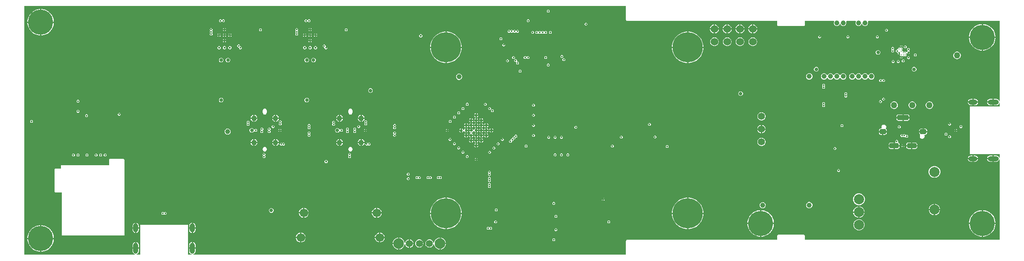
<source format=gbr>
%TF.GenerationSoftware,Altium Limited,Altium Designer,22.4.2 (48)*%
G04 Layer_Physical_Order=2*
G04 Layer_Color=3407820*
%FSLAX26Y26*%
%MOIN*%
%TF.SameCoordinates,8C98EB32-1E12-42CD-A60B-9DA89663A72C*%
%TF.FilePolarity,Positive*%
%TF.FileFunction,Copper,L2,Inr,Signal*%
%TF.Part,Single*%
G01*
G75*
%TA.AperFunction,ComponentPad*%
%ADD76C,0.078740*%
%ADD77O,0.086614X0.039370*%
%ADD78O,0.070866X0.039370*%
G04:AMPARAMS|DCode=79|XSize=74.803mil|YSize=39.37mil|CornerRadius=9.842mil|HoleSize=0mil|Usage=FLASHONLY|Rotation=180.000|XOffset=0mil|YOffset=0mil|HoleType=Round|Shape=RoundedRectangle|*
%AMROUNDEDRECTD79*
21,1,0.074803,0.019685,0,0,180.0*
21,1,0.055118,0.039370,0,0,180.0*
1,1,0.019685,-0.027559,0.009843*
1,1,0.019685,0.027559,0.009843*
1,1,0.019685,0.027559,-0.009843*
1,1,0.019685,-0.027559,-0.009843*
%
%ADD79ROUNDEDRECTD79*%
G04:AMPARAMS|DCode=80|XSize=90.551mil|YSize=39.37mil|CornerRadius=9.842mil|HoleSize=0mil|Usage=FLASHONLY|Rotation=180.000|XOffset=0mil|YOffset=0mil|HoleType=Round|Shape=RoundedRectangle|*
%AMROUNDEDRECTD80*
21,1,0.090551,0.019685,0,0,180.0*
21,1,0.070866,0.039370,0,0,180.0*
1,1,0.019685,-0.035433,0.009843*
1,1,0.019685,0.035433,0.009843*
1,1,0.019685,0.035433,-0.009843*
1,1,0.019685,-0.035433,-0.009843*
%
%ADD80ROUNDEDRECTD80*%
G04:AMPARAMS|DCode=81|XSize=51.181mil|YSize=39.37mil|CornerRadius=9.842mil|HoleSize=0mil|Usage=FLASHONLY|Rotation=0.000|XOffset=0mil|YOffset=0mil|HoleType=Round|Shape=RoundedRectangle|*
%AMROUNDEDRECTD81*
21,1,0.051181,0.019685,0,0,0.0*
21,1,0.031496,0.039370,0,0,0.0*
1,1,0.019685,0.015748,-0.009843*
1,1,0.019685,-0.015748,-0.009843*
1,1,0.019685,-0.015748,0.009843*
1,1,0.019685,0.015748,0.009843*
%
%ADD81ROUNDEDRECTD81*%
%ADD82C,0.043307*%
%ADD83C,0.055118*%
%ADD84C,0.082677*%
%ADD85C,0.196850*%
%ADD86C,0.066929*%
%ADD87C,0.236220*%
%ADD88C,0.060000*%
%ADD89O,0.039370X0.086614*%
%ADD90O,0.039370X0.070866*%
%TA.AperFunction,ViaPad*%
%ADD91C,0.017716*%
%ADD92C,0.013780*%
%ADD93C,0.011811*%
%ADD94C,0.027559*%
%ADD95C,0.039370*%
%ADD96C,0.050000*%
%ADD97C,0.023622*%
G36*
X7076419Y3818899D02*
X7076453Y3818726D01*
X7076425Y3818552D01*
X7076801Y3816949D01*
X7077068Y3815319D01*
X7077068Y3815318D01*
X7077161Y3815169D01*
X7077195Y3814997D01*
X7077293Y3814851D01*
X7077333Y3814679D01*
X7078295Y3813340D01*
X7079165Y3811938D01*
X7079308Y3811835D01*
X7079405Y3811690D01*
X7079406Y3811689D01*
X7079406Y3811689D01*
X7079551Y3811592D01*
X7079654Y3811448D01*
X7081055Y3810579D01*
X7082396Y3809616D01*
X7082568Y3809576D01*
X7082714Y3809478D01*
X7082886Y3809444D01*
X7083035Y3809352D01*
X7083036Y3809351D01*
X7084665Y3809084D01*
X7086269Y3808708D01*
X7086442Y3808737D01*
X7086616Y3808702D01*
X8257521D01*
Y3779529D01*
X8257556Y3779356D01*
X8257527Y3779182D01*
X8257903Y3777579D01*
X8258170Y3775949D01*
X8258171Y3775948D01*
X8258263Y3775799D01*
X8258297Y3775627D01*
X8258395Y3775481D01*
X8258435Y3775309D01*
X8259398Y3773970D01*
X8260267Y3772568D01*
X8260410Y3772465D01*
X8260507Y3772320D01*
X8260508Y3772319D01*
X8260508Y3772318D01*
X8260653Y3772222D01*
X8260756Y3772078D01*
X8262158Y3771209D01*
X8263498Y3770246D01*
X8263670Y3770206D01*
X8263816Y3770108D01*
X8263988Y3770074D01*
X8264137Y3769982D01*
X8264138Y3769981D01*
X8265767Y3769715D01*
X8267371Y3769338D01*
X8267545Y3769367D01*
X8267718Y3769332D01*
X8464565D01*
X8464739Y3769367D01*
X8464912Y3769338D01*
X8466516Y3769714D01*
X8468145Y3769981D01*
X8468146Y3769982D01*
X8468295Y3770074D01*
X8468467Y3770108D01*
X8468614Y3770206D01*
X8468785Y3770246D01*
X8470125Y3771209D01*
X8471527Y3772078D01*
X8471630Y3772222D01*
X8471775Y3772318D01*
X8471775Y3772319D01*
X8471776Y3772320D01*
X8471873Y3772465D01*
X8472016Y3772568D01*
X8472885Y3773969D01*
X8473848Y3775309D01*
X8473889Y3775481D01*
X8473986Y3775627D01*
X8474021Y3775799D01*
X8474113Y3775948D01*
X8474113Y3775949D01*
X8474380Y3777578D01*
X8474756Y3779183D01*
X8474728Y3779356D01*
X8474762Y3779529D01*
Y3808702D01*
X8701243D01*
X8704525Y3803702D01*
X8702165Y3798006D01*
Y3788608D01*
X8705762Y3779926D01*
X8712407Y3773281D01*
X8721089Y3769685D01*
X8730486D01*
X8739168Y3773281D01*
X8745813Y3779926D01*
X8748081Y3785402D01*
X8753493D01*
X8755762Y3779926D01*
X8762407Y3773281D01*
X8771089Y3769685D01*
X8780486D01*
X8789168Y3773281D01*
X8795813Y3779926D01*
X8799409Y3788608D01*
Y3798006D01*
X8797050Y3803702D01*
X8800332Y3808702D01*
X8871715D01*
X8874997Y3803702D01*
X8872638Y3798006D01*
Y3788608D01*
X8876234Y3779926D01*
X8882879Y3773281D01*
X8891561Y3769685D01*
X8900959D01*
X8909641Y3773281D01*
X8916286Y3779926D01*
X8918554Y3785402D01*
X8923966D01*
X8926234Y3779926D01*
X8932879Y3773281D01*
X8941561Y3769685D01*
X8950959D01*
X8959641Y3773281D01*
X8966286Y3779926D01*
X8969882Y3788608D01*
Y3798006D01*
X8967522Y3803702D01*
X8970804Y3808702D01*
X9999647D01*
Y3179102D01*
X9994647Y3178610D01*
X9993651Y3183617D01*
X9988213Y3191756D01*
X9980073Y3197194D01*
X9970472Y3199104D01*
X9951772D01*
Y3174016D01*
Y3148927D01*
X9970472D01*
X9980073Y3150837D01*
X9988213Y3156276D01*
X9993651Y3164415D01*
X9994647Y3169422D01*
X9999647Y3168929D01*
Y3138907D01*
X9769685D01*
X9768902Y3138583D01*
X9765748D01*
Y3135429D01*
X9765424Y3134646D01*
Y2770866D01*
X9765748Y2770083D01*
Y2766929D01*
X9768902D01*
X9769685Y2766605D01*
X9999647D01*
Y2736582D01*
X9994647Y2736090D01*
X9993651Y2741097D01*
X9988213Y2749236D01*
X9980073Y2754675D01*
X9970472Y2756584D01*
X9951772D01*
Y2731496D01*
Y2706408D01*
X9970472D01*
X9980073Y2708317D01*
X9988213Y2713756D01*
X9993651Y2721895D01*
X9994647Y2726902D01*
X9999647Y2726410D01*
Y2096810D01*
X8474762D01*
Y2125983D01*
X8474728Y2126156D01*
X8474756Y2126329D01*
X8474380Y2127933D01*
X8474113Y2129563D01*
X8474113Y2129564D01*
X8474021Y2129713D01*
X8473986Y2129885D01*
X8473888Y2130031D01*
X8473848Y2130203D01*
X8472886Y2131542D01*
X8472016Y2132944D01*
X8471873Y2133047D01*
X8471776Y2133192D01*
X8471775Y2133193D01*
X8471775Y2133193D01*
X8471630Y2133290D01*
X8471527Y2133434D01*
X8470126Y2134302D01*
X8468785Y2135266D01*
X8468613Y2135306D01*
X8468467Y2135404D01*
X8468295Y2135438D01*
X8468146Y2135530D01*
X8468145Y2135530D01*
X8466517Y2135797D01*
X8464912Y2136174D01*
X8464739Y2136145D01*
X8464565Y2136180D01*
X8267718D01*
X8267544Y2136145D01*
X8267371Y2136173D01*
X8265767Y2135798D01*
X8264138Y2135530D01*
X8264137Y2135530D01*
X8263988Y2135438D01*
X8263816Y2135404D01*
X8263670Y2135306D01*
X8263498Y2135265D01*
X8262158Y2134303D01*
X8260756Y2133434D01*
X8260653Y2133290D01*
X8260508Y2133193D01*
X8260508Y2133193D01*
X8260507Y2133192D01*
X8260410Y2133047D01*
X8260267Y2132944D01*
X8259398Y2131543D01*
X8258435Y2130203D01*
X8258395Y2130031D01*
X8258297Y2129885D01*
X8258263Y2129713D01*
X8258171Y2129564D01*
X8258170Y2129563D01*
X8257903Y2127934D01*
X8257527Y2126329D01*
X8257556Y2126156D01*
X8257521Y2125983D01*
Y2096810D01*
X7086616D01*
X7086442Y2096775D01*
X7086269Y2096803D01*
X7084665Y2096427D01*
X7083036Y2096160D01*
X7083035Y2096160D01*
X7082886Y2096068D01*
X7082714Y2096034D01*
X7082568Y2095936D01*
X7082396Y2095895D01*
X7081056Y2094933D01*
X7079654Y2094063D01*
X7079551Y2093920D01*
X7079406Y2093823D01*
X7079406Y2093823D01*
X7079405Y2093822D01*
X7079308Y2093677D01*
X7079165Y2093574D01*
X7078296Y2092173D01*
X7077333Y2090832D01*
X7077293Y2090661D01*
X7077195Y2090514D01*
X7077161Y2090342D01*
X7077068Y2090193D01*
X7077068Y2090193D01*
X7076801Y2088564D01*
X7076425Y2086959D01*
X7076453Y2086786D01*
X7076419Y2086613D01*
Y1978699D01*
X3690913D01*
X3690420Y1983699D01*
X3695428Y1984695D01*
X3703567Y1990134D01*
X3709005Y1998273D01*
X3710915Y2007874D01*
Y2026575D01*
X3660738D01*
Y2007874D01*
X3662648Y1998273D01*
X3668086Y1990134D01*
X3676226Y1984695D01*
X3681233Y1983699D01*
X3680741Y1978699D01*
X3650718D01*
Y2208661D01*
X3650394Y2209445D01*
Y2212598D01*
X3647240D01*
X3646457Y2212923D01*
X3282677D01*
X3281894Y2212598D01*
X3278740D01*
Y2209445D01*
X3278416Y2208661D01*
Y1978699D01*
X3248393D01*
X3247901Y1983699D01*
X3252908Y1984695D01*
X3261047Y1990134D01*
X3266486Y1998273D01*
X3268396Y2007874D01*
Y2026575D01*
X3218219D01*
Y2007874D01*
X3220128Y1998273D01*
X3225567Y1990134D01*
X3233706Y1984695D01*
X3238713Y1983699D01*
X3238221Y1978699D01*
X2372400D01*
Y3926812D01*
X7076419D01*
Y3818899D01*
D02*
G37*
%LPC*%
G36*
X6470658Y3896653D02*
X6466350D01*
X6462371Y3895005D01*
X6459325Y3891960D01*
X6457677Y3887980D01*
Y3883673D01*
X6459325Y3879694D01*
X6462371Y3876648D01*
X6466350Y3875000D01*
X6470658D01*
X6474637Y3876648D01*
X6477682Y3879694D01*
X6479331Y3883673D01*
Y3887980D01*
X6477682Y3891960D01*
X6474637Y3895005D01*
X6470658Y3896653D01*
D02*
G37*
G36*
X4600579Y3821850D02*
X4596272D01*
X4592292Y3820202D01*
X4589247Y3817156D01*
X4588828Y3816146D01*
X4583416D01*
X4582997Y3817156D01*
X4579952Y3820202D01*
X4575972Y3821850D01*
X4571665D01*
X4567686Y3820202D01*
X4564641Y3817156D01*
X4562992Y3813177D01*
Y3808870D01*
X4564641Y3804891D01*
X4567686Y3801845D01*
X4571665Y3800197D01*
X4575972D01*
X4579952Y3801845D01*
X4582997Y3804891D01*
X4583416Y3805902D01*
X4588828D01*
X4589247Y3804891D01*
X4592292Y3801845D01*
X4596272Y3800197D01*
X4600579D01*
X4604558Y3801845D01*
X4607604Y3804891D01*
X4609252Y3808870D01*
Y3813177D01*
X4607604Y3817156D01*
X4604558Y3820202D01*
X4600579Y3821850D01*
D02*
G37*
G36*
X3931287D02*
X3926980D01*
X3923001Y3820202D01*
X3919956Y3817156D01*
X3919537Y3816146D01*
X3914125D01*
X3913706Y3817156D01*
X3910660Y3820202D01*
X3906681Y3821850D01*
X3902374D01*
X3898395Y3820202D01*
X3895349Y3817156D01*
X3893701Y3813177D01*
Y3808870D01*
X3895349Y3804891D01*
X3898395Y3801845D01*
X3902374Y3800197D01*
X3906681D01*
X3910660Y3801845D01*
X3913706Y3804891D01*
X3914125Y3805902D01*
X3919537D01*
X3919956Y3804891D01*
X3923001Y3801845D01*
X3926980Y3800197D01*
X3931287D01*
X3935267Y3801845D01*
X3938312Y3804891D01*
X3939961Y3808870D01*
Y3813177D01*
X3938312Y3817156D01*
X3935267Y3820202D01*
X3931287Y3821850D01*
D02*
G37*
G36*
X2508133Y3902559D02*
X2504921D01*
Y3804134D01*
X2603347D01*
Y3807346D01*
X2600802Y3823413D01*
X2595775Y3838884D01*
X2588390Y3853378D01*
X2578828Y3866538D01*
X2567326Y3878041D01*
X2554165Y3887602D01*
X2539671Y3894988D01*
X2524200Y3900014D01*
X2508133Y3902559D01*
D02*
G37*
G36*
X2495079D02*
X2491867D01*
X2475800Y3900014D01*
X2460329Y3894988D01*
X2445835Y3887602D01*
X2432674Y3878041D01*
X2421172Y3866538D01*
X2411610Y3853378D01*
X2404225Y3838884D01*
X2399198Y3823413D01*
X2396653Y3807346D01*
Y3804134D01*
X2495079D01*
Y3902559D01*
D02*
G37*
G36*
X6313177Y3821850D02*
X6308870D01*
X6304891Y3820202D01*
X6301845Y3817156D01*
X6300197Y3813177D01*
Y3808870D01*
X6301845Y3804891D01*
X6304891Y3801845D01*
X6308870Y3800197D01*
X6313177D01*
X6317156Y3801845D01*
X6320202Y3804891D01*
X6321850Y3808870D01*
Y3813177D01*
X6320202Y3817156D01*
X6317156Y3820202D01*
X6313177Y3821850D01*
D02*
G37*
G36*
X6765933Y3795276D02*
X6761626D01*
X6757647Y3793627D01*
X6754601Y3790582D01*
X6752953Y3786602D01*
Y3782295D01*
X6754601Y3778316D01*
X6757647Y3775270D01*
X6761626Y3773622D01*
X6765933D01*
X6769912Y3775270D01*
X6772958Y3778316D01*
X6774606Y3782295D01*
Y3786602D01*
X6772958Y3790582D01*
X6769912Y3793627D01*
X6765933Y3795276D01*
D02*
G37*
G36*
X8072638Y3781685D02*
Y3751772D01*
X8102551D01*
X8100258Y3760329D01*
X8095660Y3768293D01*
X8089159Y3774794D01*
X8081196Y3779392D01*
X8072638Y3781685D01*
D02*
G37*
G36*
X7972638D02*
Y3751772D01*
X8002551D01*
X8000258Y3760329D01*
X7995660Y3768293D01*
X7989159Y3774794D01*
X7981196Y3779392D01*
X7972638Y3781685D01*
D02*
G37*
G36*
X7872638D02*
Y3751772D01*
X7902551D01*
X7900258Y3760329D01*
X7895660Y3768293D01*
X7889159Y3774794D01*
X7881196Y3779392D01*
X7872638Y3781685D01*
D02*
G37*
G36*
X8062796Y3781685D02*
X8054237Y3779392D01*
X8046274Y3774794D01*
X8039773Y3768293D01*
X8035175Y3760329D01*
X8032882Y3751772D01*
X8062796D01*
Y3781685D01*
D02*
G37*
G36*
X7962796D02*
X7954237Y3779392D01*
X7946274Y3774794D01*
X7939773Y3768293D01*
X7935175Y3760329D01*
X7932882Y3751772D01*
X7962796D01*
Y3781685D01*
D02*
G37*
G36*
X7862796D02*
X7854237Y3779392D01*
X7846274Y3774794D01*
X7839773Y3768293D01*
X7835175Y3760329D01*
X7832882Y3751772D01*
X7862796D01*
Y3781685D01*
D02*
G37*
G36*
X7772638Y3781685D02*
Y3751771D01*
X7802551D01*
X7800258Y3760329D01*
X7795660Y3768293D01*
X7789159Y3774794D01*
X7781196Y3779392D01*
X7772638Y3781685D01*
D02*
G37*
G36*
X7762796Y3781685D02*
X7754237Y3779392D01*
X7746274Y3774794D01*
X7739773Y3768293D01*
X7735175Y3760329D01*
X7732882Y3751771D01*
X7762796D01*
Y3781685D01*
D02*
G37*
G36*
X4611220Y3756072D02*
Y3748031D01*
X4619261D01*
X4618048Y3750960D01*
X4614149Y3754859D01*
X4611220Y3756072D01*
D02*
G37*
G36*
X4601378D02*
X4598449Y3754859D01*
X4594551Y3750960D01*
X4593338Y3748031D01*
X4601378D01*
Y3756072D01*
D02*
G37*
G36*
X3941929D02*
Y3748031D01*
X3949970D01*
X3948756Y3750960D01*
X3944858Y3754859D01*
X3941929Y3756072D01*
D02*
G37*
G36*
X3932087D02*
X3929158Y3754859D01*
X3925260Y3750960D01*
X3924046Y3748031D01*
X3932087D01*
Y3756072D01*
D02*
G37*
G36*
X6230500Y3739173D02*
X6226193D01*
X6222214Y3737525D01*
X6219168Y3734479D01*
X6213903D01*
X6210857Y3737525D01*
X6206878Y3739173D01*
X6202571D01*
X6198592Y3737525D01*
X6196564Y3735497D01*
X6193560Y3734885D01*
X6190556Y3735497D01*
X6188528Y3737525D01*
X6184549Y3739173D01*
X6180242D01*
X6176263Y3737525D01*
X6175173Y3736435D01*
X6171906Y3735039D01*
X6168640Y3736435D01*
X6167550Y3737525D01*
X6163571Y3739173D01*
X6159264D01*
X6155284Y3737525D01*
X6152239Y3734479D01*
X6150591Y3730500D01*
Y3726193D01*
X6152239Y3722214D01*
X6155284Y3719168D01*
X6159264Y3717520D01*
X6163571D01*
X6167550Y3719168D01*
X6168640Y3720258D01*
X6171906Y3721654D01*
X6175173Y3720258D01*
X6176263Y3719168D01*
X6180242Y3717520D01*
X6184549D01*
X6188528Y3719168D01*
X6190556Y3721196D01*
X6193560Y3721809D01*
X6196564Y3721196D01*
X6198592Y3719168D01*
X6202571Y3717520D01*
X6206878D01*
X6210857Y3719168D01*
X6213903Y3722214D01*
X6219168D01*
X6222214Y3719168D01*
X6226193Y3717520D01*
X6230500D01*
X6234479Y3719168D01*
X6237525Y3722214D01*
X6239173Y3726193D01*
Y3730500D01*
X6237525Y3734479D01*
X6234479Y3737525D01*
X6230500Y3739173D01*
D02*
G37*
G36*
X4619261Y3738189D02*
X4611220D01*
Y3730149D01*
X4614149Y3731362D01*
X4618048Y3735260D01*
X4619261Y3738189D01*
D02*
G37*
G36*
X4601378D02*
X4593338D01*
X4594551Y3735260D01*
X4598449Y3731362D01*
X4601378Y3730149D01*
Y3738189D01*
D02*
G37*
G36*
X3949970D02*
X3941929D01*
Y3730149D01*
X3944858Y3731362D01*
X3948756Y3735260D01*
X3949970Y3738189D01*
D02*
G37*
G36*
X3932087D02*
X3924046D01*
X3925260Y3735260D01*
X3929158Y3731362D01*
X3932087Y3730149D01*
Y3738189D01*
D02*
G37*
G36*
X4889949Y3750984D02*
X4885642D01*
X4881662Y3749336D01*
X4878617Y3746290D01*
X4876968Y3742311D01*
Y3738004D01*
X4878617Y3734025D01*
X4881662Y3730979D01*
X4885642Y3729331D01*
X4889949D01*
X4893928Y3730979D01*
X4896974Y3734025D01*
X4898622Y3738004D01*
Y3742311D01*
X4896974Y3746290D01*
X4893928Y3749336D01*
X4889949Y3750984D01*
D02*
G37*
G36*
X4220658D02*
X4216350D01*
X4212371Y3749336D01*
X4209325Y3746290D01*
X4207677Y3742311D01*
Y3738004D01*
X4209325Y3734025D01*
X4212371Y3730979D01*
X4216350Y3729331D01*
X4220658D01*
X4224637Y3730979D01*
X4227682Y3734025D01*
X4229331Y3738004D01*
Y3742311D01*
X4227682Y3746290D01*
X4224637Y3749336D01*
X4220658Y3750984D01*
D02*
G37*
G36*
X6450972Y3731299D02*
X6446665D01*
X6442686Y3729651D01*
X6439641Y3726605D01*
X6434375D01*
X6431330Y3729651D01*
X6427350Y3731299D01*
X6423043D01*
X6419064Y3729651D01*
X6416019Y3726605D01*
X6410753D01*
X6407708Y3729651D01*
X6403728Y3731299D01*
X6399421D01*
X6395442Y3729651D01*
X6392396Y3726605D01*
X6387131D01*
X6384086Y3729651D01*
X6380106Y3731299D01*
X6375799D01*
X6371820Y3729651D01*
X6368774Y3726605D01*
X6367126Y3722626D01*
Y3718319D01*
X6368774Y3714340D01*
X6371820Y3711294D01*
X6375799Y3709646D01*
X6380106D01*
X6384086Y3711294D01*
X6387131Y3714340D01*
X6392396D01*
X6395442Y3711294D01*
X6399421Y3709646D01*
X6403728D01*
X6407708Y3711294D01*
X6410753Y3714340D01*
X6416019D01*
X6419064Y3711294D01*
X6423043Y3709646D01*
X6427350D01*
X6431330Y3711294D01*
X6434375Y3714340D01*
X6439641D01*
X6442686Y3711294D01*
X6446665Y3709646D01*
X6450972D01*
X6454952Y3711294D01*
X6457997Y3714340D01*
X6459646Y3718319D01*
Y3722626D01*
X6457997Y3726605D01*
X6454952Y3729651D01*
X6450972Y3731299D01*
D02*
G37*
G36*
X9115343Y3748031D02*
X9111035D01*
X9107056Y3746383D01*
X9104011Y3743338D01*
X9102362Y3739358D01*
Y3735051D01*
X9104011Y3731072D01*
X9107056Y3728026D01*
X9111035Y3726378D01*
X9115343D01*
X9119322Y3728026D01*
X9122367Y3731072D01*
X9124016Y3735051D01*
Y3739358D01*
X9122367Y3743338D01*
X9119322Y3746383D01*
X9115343Y3748031D01*
D02*
G37*
G36*
X7802551Y3741929D02*
X7772638D01*
Y3712016D01*
X7781196Y3714309D01*
X7789159Y3718906D01*
X7795660Y3725408D01*
X7800258Y3733371D01*
X7802551Y3741929D01*
D02*
G37*
G36*
X8002551Y3741930D02*
X7972638D01*
Y3712016D01*
X7981196Y3714309D01*
X7989159Y3718906D01*
X7995660Y3725408D01*
X8000258Y3733371D01*
X8002551Y3741930D01*
D02*
G37*
G36*
X7902551D02*
X7872638D01*
Y3712016D01*
X7881196Y3714309D01*
X7889159Y3718906D01*
X7895660Y3725408D01*
X7900258Y3733371D01*
X7902551Y3741930D01*
D02*
G37*
G36*
X8102551D02*
X8072638D01*
Y3712016D01*
X8081196Y3714309D01*
X8089159Y3718906D01*
X8095660Y3725408D01*
X8100258Y3733371D01*
X8102551Y3741930D01*
D02*
G37*
G36*
X8062796D02*
X8032882D01*
X8035175Y3733371D01*
X8039773Y3725408D01*
X8046274Y3718906D01*
X8054237Y3714309D01*
X8062796Y3712016D01*
Y3741930D01*
D02*
G37*
G36*
X7962796D02*
X7932882D01*
X7935175Y3733371D01*
X7939773Y3725408D01*
X7946274Y3718906D01*
X7954237Y3714309D01*
X7962796Y3712016D01*
Y3741930D01*
D02*
G37*
G36*
X7862796D02*
X7832882D01*
X7835175Y3733371D01*
X7839773Y3725408D01*
X7846274Y3718906D01*
X7854237Y3714309D01*
X7862796Y3712016D01*
Y3741930D01*
D02*
G37*
G36*
X7762796Y3741929D02*
X7732882D01*
X7735175Y3733371D01*
X7739773Y3725408D01*
X7746274Y3718906D01*
X7754237Y3714309D01*
X7762796Y3712016D01*
Y3741929D01*
D02*
G37*
G36*
X6348610Y3731299D02*
X6344303D01*
X6340324Y3729651D01*
X6337278Y3726605D01*
X6335630Y3722626D01*
Y3718319D01*
X6337278Y3714340D01*
X6340324Y3711294D01*
X6344303Y3709646D01*
X6348610D01*
X6352590Y3711294D01*
X6355635Y3714340D01*
X6357283Y3718319D01*
Y3722626D01*
X6355635Y3726605D01*
X6352590Y3729651D01*
X6348610Y3731299D01*
D02*
G37*
G36*
X6486406Y3730315D02*
X6482098D01*
X6478119Y3728667D01*
X6475074Y3725621D01*
X6473425Y3721642D01*
Y3717335D01*
X6475074Y3713355D01*
X6478119Y3710310D01*
X6482098Y3708662D01*
X6486406D01*
X6490385Y3710310D01*
X6493430Y3713355D01*
X6495079Y3717335D01*
Y3721642D01*
X6493430Y3725621D01*
X6490385Y3728667D01*
X6486406Y3730315D01*
D02*
G37*
G36*
X4653543Y3712371D02*
Y3704331D01*
X4661584D01*
X4660370Y3707259D01*
X4656472Y3711158D01*
X4653543Y3712371D01*
D02*
G37*
G36*
X4643701D02*
X4640772Y3711158D01*
X4636874Y3707259D01*
X4635660Y3704331D01*
X4643701D01*
Y3712371D01*
D02*
G37*
G36*
X4611220D02*
Y3704331D01*
X4619261D01*
X4618048Y3707259D01*
X4614149Y3711158D01*
X4611220Y3712371D01*
D02*
G37*
G36*
X4601378D02*
X4598449Y3711158D01*
X4594551Y3707259D01*
X4593338Y3704331D01*
X4601378D01*
Y3712371D01*
D02*
G37*
G36*
X4568898D02*
Y3704331D01*
X4576938D01*
X4575725Y3707259D01*
X4571826Y3711158D01*
X4568898Y3712371D01*
D02*
G37*
G36*
X4559055D02*
X4556126Y3711158D01*
X4552228Y3707259D01*
X4551015Y3704331D01*
X4559055D01*
Y3712371D01*
D02*
G37*
G36*
X3984252D02*
Y3704331D01*
X3992292D01*
X3991079Y3707259D01*
X3987181Y3711158D01*
X3984252Y3712371D01*
D02*
G37*
G36*
X3974410D02*
X3971481Y3711158D01*
X3967582Y3707259D01*
X3966369Y3704331D01*
X3974410D01*
Y3712371D01*
D02*
G37*
G36*
X3941929D02*
Y3704331D01*
X3949970D01*
X3948756Y3707259D01*
X3944858Y3711158D01*
X3941929Y3712371D01*
D02*
G37*
G36*
X3932087D02*
X3929158Y3711158D01*
X3925260Y3707259D01*
X3924046Y3704331D01*
X3932087D01*
Y3712371D01*
D02*
G37*
G36*
X3899606D02*
Y3704331D01*
X3907647D01*
X3906434Y3707259D01*
X3902535Y3711158D01*
X3899606Y3712371D01*
D02*
G37*
G36*
X3889764D02*
X3886835Y3711158D01*
X3882937Y3707259D01*
X3881724Y3704331D01*
X3889764D01*
Y3712371D01*
D02*
G37*
G36*
X4504122Y3752953D02*
X4499815D01*
X4495836Y3751304D01*
X4492790Y3748259D01*
X4491142Y3744280D01*
Y3739972D01*
X4492790Y3735993D01*
X4495516Y3733268D01*
X4492790Y3730542D01*
X4491142Y3726563D01*
Y3722256D01*
X4492790Y3718277D01*
X4495516Y3715551D01*
X4492790Y3712826D01*
X4491142Y3708847D01*
Y3704539D01*
X4492790Y3700560D01*
X4495836Y3697515D01*
X4499815Y3695866D01*
X4504122D01*
X4508101Y3697515D01*
X4511147Y3700560D01*
X4512795Y3704539D01*
Y3708847D01*
X4511147Y3712826D01*
X4508421Y3715551D01*
X4511147Y3718277D01*
X4512795Y3722256D01*
Y3726563D01*
X4511147Y3730542D01*
X4508421Y3733268D01*
X4511147Y3735993D01*
X4512795Y3739972D01*
Y3744280D01*
X4511147Y3748259D01*
X4508101Y3751304D01*
X4504122Y3752953D01*
D02*
G37*
G36*
X3834831D02*
X3830523D01*
X3826544Y3751304D01*
X3823499Y3748259D01*
X3821850Y3744280D01*
Y3739972D01*
X3823499Y3735993D01*
X3826224Y3733268D01*
X3823499Y3730542D01*
X3821851Y3726563D01*
Y3722256D01*
X3823499Y3718277D01*
X3826224Y3715551D01*
X3823499Y3712826D01*
X3821850Y3708847D01*
Y3704539D01*
X3823499Y3700560D01*
X3826544Y3697515D01*
X3830523Y3695866D01*
X3834831D01*
X3838810Y3697515D01*
X3841856Y3700560D01*
X3843504Y3704539D01*
Y3708847D01*
X3841856Y3712826D01*
X3839130Y3715551D01*
X3841856Y3718277D01*
X3843504Y3722256D01*
Y3726563D01*
X3841856Y3730542D01*
X3839130Y3733268D01*
X3841856Y3735993D01*
X3843504Y3739972D01*
Y3744280D01*
X3841856Y3748259D01*
X3838810Y3751304D01*
X3834831Y3752953D01*
D02*
G37*
G36*
X2603347Y3794291D02*
X2504921D01*
Y3695866D01*
X2508133D01*
X2524200Y3698411D01*
X2539671Y3703438D01*
X2554165Y3710823D01*
X2567326Y3720384D01*
X2578828Y3731887D01*
X2588390Y3745047D01*
X2595775Y3759541D01*
X2600802Y3775012D01*
X2603347Y3791079D01*
Y3794291D01*
D02*
G37*
G36*
X2495079D02*
X2396653D01*
Y3791079D01*
X2399198Y3775012D01*
X2404225Y3759541D01*
X2411610Y3745047D01*
X2421172Y3731887D01*
X2432674Y3720384D01*
X2445835Y3710823D01*
X2460329Y3703438D01*
X2475800Y3698411D01*
X2491867Y3695866D01*
X2495079D01*
Y3794291D01*
D02*
G37*
G36*
X4661584Y3694488D02*
X4653543D01*
Y3686448D01*
X4656472Y3687661D01*
X4660370Y3691559D01*
X4661584Y3694488D01*
D02*
G37*
G36*
X4643701D02*
X4635660D01*
X4636874Y3691559D01*
X4640772Y3687661D01*
X4643701Y3686448D01*
Y3694488D01*
D02*
G37*
G36*
X4619261D02*
X4611220D01*
Y3686448D01*
X4614149Y3687661D01*
X4618048Y3691559D01*
X4619261Y3694488D01*
D02*
G37*
G36*
X4601378D02*
X4593338D01*
X4594551Y3691559D01*
X4598449Y3687661D01*
X4601378Y3686448D01*
Y3694488D01*
D02*
G37*
G36*
X4576938D02*
X4568898D01*
Y3686448D01*
X4571826Y3687661D01*
X4575725Y3691559D01*
X4576938Y3694488D01*
D02*
G37*
G36*
X4559055D02*
X4551015D01*
X4552228Y3691559D01*
X4556126Y3687661D01*
X4559055Y3686448D01*
Y3694488D01*
D02*
G37*
G36*
X3992292D02*
X3984252D01*
Y3686448D01*
X3987181Y3687661D01*
X3991079Y3691559D01*
X3992292Y3694488D01*
D02*
G37*
G36*
X3974410D02*
X3966369D01*
X3967582Y3691559D01*
X3971481Y3687661D01*
X3974410Y3686448D01*
Y3694488D01*
D02*
G37*
G36*
X3949970D02*
X3941929D01*
Y3686448D01*
X3944858Y3687661D01*
X3948756Y3691559D01*
X3949970Y3694488D01*
D02*
G37*
G36*
X3932087D02*
X3924046D01*
X3925260Y3691559D01*
X3929158Y3687661D01*
X3932087Y3686448D01*
Y3694488D01*
D02*
G37*
G36*
X3907647D02*
X3899606D01*
Y3686448D01*
X3902535Y3687661D01*
X3906434Y3691559D01*
X3907647Y3694488D01*
D02*
G37*
G36*
X3889764D02*
X3881724D01*
X3882937Y3691559D01*
X3886835Y3687661D01*
X3889764Y3686448D01*
Y3694488D01*
D02*
G37*
G36*
X9870338Y3784449D02*
X9867126D01*
Y3686024D01*
X9965551D01*
Y3689236D01*
X9963006Y3705303D01*
X9957980Y3720774D01*
X9950595Y3735268D01*
X9941033Y3748428D01*
X9929530Y3759931D01*
X9916370Y3769492D01*
X9901876Y3776877D01*
X9886405Y3781904D01*
X9870338Y3784449D01*
D02*
G37*
G36*
X9857283D02*
X9854071D01*
X9838004Y3781904D01*
X9822533Y3776877D01*
X9808039Y3769492D01*
X9794879Y3759931D01*
X9783376Y3748428D01*
X9773815Y3735268D01*
X9766430Y3720774D01*
X9761403Y3705303D01*
X9758858Y3689236D01*
Y3686024D01*
X9857283D01*
Y3784449D01*
D02*
G37*
G36*
X5474986Y3705709D02*
X5469896D01*
X5465193Y3703761D01*
X5461594Y3700161D01*
X5459646Y3695459D01*
Y3690368D01*
X5461594Y3685666D01*
X5465193Y3682066D01*
X5469896Y3680118D01*
X5474986D01*
X5479689Y3682066D01*
X5483288Y3685666D01*
X5485236Y3690368D01*
Y3695459D01*
X5483288Y3700161D01*
X5479689Y3703761D01*
X5474986Y3705709D01*
D02*
G37*
G36*
X9043492Y3695866D02*
X9039185D01*
X9035206Y3694218D01*
X9032160Y3691172D01*
X9030512Y3687193D01*
Y3682886D01*
X9032160Y3678907D01*
X9035206Y3675861D01*
X9039185Y3674213D01*
X9043492D01*
X9047471Y3675861D01*
X9050517Y3678907D01*
X9052165Y3682886D01*
Y3687193D01*
X9050517Y3691172D01*
X9047471Y3694218D01*
X9043492Y3695866D01*
D02*
G37*
G36*
X8813177D02*
X8808870D01*
X8804891Y3694218D01*
X8801845Y3691172D01*
X8800197Y3687193D01*
Y3682886D01*
X8801845Y3678907D01*
X8804891Y3675861D01*
X8808870Y3674213D01*
X8813177D01*
X8817156Y3675861D01*
X8820202Y3678907D01*
X8821850Y3682886D01*
Y3687193D01*
X8820202Y3691172D01*
X8817156Y3694218D01*
X8813177Y3695866D01*
D02*
G37*
G36*
X8592705D02*
X8588398D01*
X8584418Y3694218D01*
X8581373Y3691172D01*
X8579725Y3687193D01*
Y3682886D01*
X8581373Y3678907D01*
X8584418Y3675861D01*
X8588398Y3674213D01*
X8592705D01*
X8596684Y3675861D01*
X8599730Y3678907D01*
X8601378Y3682886D01*
Y3687193D01*
X8599730Y3691172D01*
X8596684Y3694218D01*
X8592705Y3695866D01*
D02*
G37*
G36*
X4611220Y3668670D02*
Y3660630D01*
X4619261D01*
X4618048Y3663559D01*
X4614149Y3667457D01*
X4611220Y3668670D01*
D02*
G37*
G36*
X4601378D02*
X4598449Y3667457D01*
X4594551Y3663559D01*
X4593338Y3660630D01*
X4601378D01*
Y3668670D01*
D02*
G37*
G36*
X3941929D02*
Y3660630D01*
X3949970D01*
X3948756Y3663559D01*
X3944858Y3667457D01*
X3941929Y3668670D01*
D02*
G37*
G36*
X3932087D02*
X3929158Y3667457D01*
X3925260Y3663559D01*
X3924046Y3660630D01*
X3932087D01*
Y3668670D01*
D02*
G37*
G36*
X6100579Y3680118D02*
X6096272D01*
X6092292Y3678470D01*
X6089247Y3675424D01*
X6087599Y3671445D01*
Y3667138D01*
X6089247Y3663159D01*
X6092292Y3660113D01*
X6096272Y3658465D01*
X6100579D01*
X6104558Y3660113D01*
X6107604Y3663159D01*
X6109252Y3667138D01*
Y3671445D01*
X6107604Y3675424D01*
X6104558Y3678470D01*
X6100579Y3680118D01*
D02*
G37*
G36*
X4619261Y3650787D02*
X4611220D01*
Y3642747D01*
X4614149Y3643960D01*
X4618048Y3647859D01*
X4619261Y3650787D01*
D02*
G37*
G36*
X4601378D02*
X4593338D01*
X4594551Y3647859D01*
X4598449Y3643960D01*
X4601378Y3642747D01*
Y3650787D01*
D02*
G37*
G36*
X3949970D02*
X3941929D01*
Y3642747D01*
X3944858Y3643960D01*
X3948756Y3647859D01*
X3949970Y3650787D01*
D02*
G37*
G36*
X3932087D02*
X3924046D01*
X3925260Y3647859D01*
X3929158Y3643960D01*
X3932087Y3642747D01*
Y3650787D01*
D02*
G37*
G36*
X8072184Y3680787D02*
X8063249D01*
X8054617Y3678475D01*
X8046879Y3674007D01*
X8040560Y3667688D01*
X8036092Y3659950D01*
X8033779Y3651318D01*
Y3642383D01*
X8036092Y3633751D01*
X8040560Y3626013D01*
X8046879Y3619694D01*
X8054617Y3615226D01*
X8063249Y3612913D01*
X8072184D01*
X8080816Y3615226D01*
X8088554Y3619694D01*
X8094873Y3626013D01*
X8099341Y3633751D01*
X8101654Y3642383D01*
Y3651318D01*
X8099341Y3659950D01*
X8094873Y3667688D01*
X8088554Y3674007D01*
X8080816Y3678475D01*
X8072184Y3680787D01*
D02*
G37*
G36*
X7972184D02*
X7963249D01*
X7954617Y3678475D01*
X7946879Y3674007D01*
X7940560Y3667688D01*
X7936092Y3659950D01*
X7933779Y3651318D01*
Y3642383D01*
X7936092Y3633751D01*
X7940560Y3626013D01*
X7946879Y3619694D01*
X7954617Y3615226D01*
X7963249Y3612913D01*
X7972184D01*
X7980816Y3615226D01*
X7988554Y3619694D01*
X7994873Y3626013D01*
X7999341Y3633751D01*
X8001654Y3642383D01*
Y3651318D01*
X7999341Y3659950D01*
X7994873Y3667688D01*
X7988554Y3674007D01*
X7980816Y3678475D01*
X7972184Y3680787D01*
D02*
G37*
G36*
X7872184D02*
X7863249D01*
X7854617Y3678475D01*
X7846879Y3674007D01*
X7840560Y3667688D01*
X7836092Y3659950D01*
X7833779Y3651318D01*
Y3642383D01*
X7836092Y3633751D01*
X7840560Y3626013D01*
X7846879Y3619694D01*
X7854617Y3615226D01*
X7863249Y3612913D01*
X7872184D01*
X7880816Y3615226D01*
X7888554Y3619694D01*
X7894873Y3626013D01*
X7899341Y3633751D01*
X7901654Y3642383D01*
Y3651318D01*
X7899341Y3659950D01*
X7894873Y3667688D01*
X7888554Y3674007D01*
X7880816Y3678475D01*
X7872184Y3680787D01*
D02*
G37*
G36*
X7772184D02*
X7763249D01*
X7754617Y3678475D01*
X7746879Y3674007D01*
X7740560Y3667688D01*
X7736092Y3659950D01*
X7733779Y3651318D01*
Y3642383D01*
X7736092Y3633751D01*
X7740560Y3626013D01*
X7746879Y3619694D01*
X7754617Y3615226D01*
X7763249Y3612913D01*
X7772184D01*
X7780816Y3615226D01*
X7788554Y3619694D01*
X7794873Y3626013D01*
X7799341Y3633751D01*
X7801654Y3642383D01*
Y3651318D01*
X7799341Y3659950D01*
X7794873Y3667688D01*
X7788554Y3674007D01*
X7780816Y3678475D01*
X7772184Y3680787D01*
D02*
G37*
G36*
X9233268Y3616065D02*
Y3611220D01*
X9238112D01*
X9237592Y3612477D01*
X9234524Y3615545D01*
X9233268Y3616065D01*
D02*
G37*
G36*
X9223425D02*
X9222169Y3615545D01*
X9219101Y3612477D01*
X9218581Y3611220D01*
X9223425D01*
Y3616065D01*
D02*
G37*
G36*
X6122232Y3632874D02*
X6117925D01*
X6113946Y3631226D01*
X6110900Y3628180D01*
X6109252Y3624201D01*
Y3619894D01*
X6110900Y3615914D01*
X6113946Y3612869D01*
X6117925Y3611220D01*
X6122232D01*
X6126212Y3612869D01*
X6129257Y3615914D01*
X6130905Y3619894D01*
Y3624201D01*
X6129257Y3628180D01*
X6126212Y3631226D01*
X6122232Y3632874D01*
D02*
G37*
G36*
X7568738Y3725394D02*
X7563976D01*
Y3607284D01*
X7682087D01*
Y3612045D01*
X7679057Y3631172D01*
X7673073Y3649590D01*
X7664281Y3666845D01*
X7652898Y3682512D01*
X7639205Y3696205D01*
X7623538Y3707588D01*
X7606283Y3716380D01*
X7587865Y3722364D01*
X7568738Y3725394D01*
D02*
G37*
G36*
X7554134D02*
X7549372D01*
X7530245Y3722364D01*
X7511827Y3716380D01*
X7494573Y3707588D01*
X7478905Y3696205D01*
X7465212Y3682512D01*
X7453829Y3666845D01*
X7445037Y3649590D01*
X7439053Y3631172D01*
X7436024Y3612045D01*
Y3607284D01*
X7554134D01*
Y3725394D01*
D02*
G37*
G36*
X5678974D02*
X5674212D01*
Y3607284D01*
X5792323D01*
Y3612045D01*
X5789293Y3631172D01*
X5783309Y3649590D01*
X5774517Y3666845D01*
X5763134Y3682512D01*
X5749441Y3696205D01*
X5733774Y3707588D01*
X5716519Y3716380D01*
X5698101Y3722364D01*
X5678974Y3725394D01*
D02*
G37*
G36*
X5664370D02*
X5659609D01*
X5640481Y3722364D01*
X5622064Y3716380D01*
X5604809Y3707588D01*
X5589142Y3696205D01*
X5575448Y3682512D01*
X5564065Y3666845D01*
X5555274Y3649590D01*
X5549289Y3631172D01*
X5546260Y3612045D01*
Y3607284D01*
X5664370D01*
Y3725394D01*
D02*
G37*
G36*
X9261996Y3617126D02*
X9257689D01*
X9253710Y3615478D01*
X9250664Y3612432D01*
X9249016Y3608453D01*
Y3604146D01*
X9250664Y3600166D01*
X9253710Y3597121D01*
X9257689Y3595473D01*
X9261996D01*
X9265975Y3597121D01*
X9269021Y3600166D01*
X9270669Y3604146D01*
Y3608453D01*
X9269021Y3612432D01*
X9265975Y3615478D01*
X9261996Y3617126D01*
D02*
G37*
G36*
X4718689Y3625000D02*
X4714382D01*
X4710403Y3623352D01*
X4707357Y3620306D01*
X4705709Y3616327D01*
Y3612020D01*
X4707357Y3608040D01*
X4710403Y3604995D01*
X4714382Y3603347D01*
X4715223D01*
X4719127Y3600813D01*
X4719488Y3598727D01*
Y3596272D01*
X4721136Y3592292D01*
X4724182Y3589247D01*
X4728161Y3587599D01*
X4732468D01*
X4736448Y3589247D01*
X4739493Y3592292D01*
X4741142Y3596272D01*
Y3600579D01*
X4739493Y3604558D01*
X4736448Y3607604D01*
X4732468Y3609252D01*
X4731628D01*
X4727723Y3611785D01*
X4727362Y3613871D01*
Y3616327D01*
X4725714Y3620306D01*
X4722668Y3623352D01*
X4718689Y3625000D01*
D02*
G37*
G36*
X4049398D02*
X4045090D01*
X4041111Y3623352D01*
X4038066Y3620306D01*
X4036417Y3616327D01*
Y3612020D01*
X4038066Y3608040D01*
X4041111Y3604995D01*
X4045090Y3603347D01*
X4045931D01*
X4049836Y3600813D01*
X4050197Y3598727D01*
Y3596272D01*
X4051845Y3592292D01*
X4054891Y3589247D01*
X4058870Y3587599D01*
X4063177D01*
X4067156Y3589247D01*
X4070202Y3592292D01*
X4071850Y3596272D01*
Y3600579D01*
X4070202Y3604558D01*
X4067156Y3607604D01*
X4063177Y3609252D01*
X4062336D01*
X4058432Y3611785D01*
X4058071Y3613871D01*
Y3616327D01*
X4056423Y3620306D01*
X4053377Y3623352D01*
X4049398Y3625000D01*
D02*
G37*
G36*
X4651167Y3612795D02*
X4646077D01*
X4641374Y3610847D01*
X4637775Y3607248D01*
X4635827Y3602545D01*
Y3597455D01*
X4637775Y3592752D01*
X4641374Y3589153D01*
X4646077Y3587205D01*
X4651167D01*
X4655870Y3589153D01*
X4659469Y3592752D01*
X4661417Y3597455D01*
Y3602545D01*
X4659469Y3607248D01*
X4655870Y3610847D01*
X4651167Y3612795D01*
D02*
G37*
G36*
X4608844D02*
X4603754D01*
X4599051Y3610847D01*
X4595452Y3607248D01*
X4593504Y3602545D01*
Y3597455D01*
X4595452Y3592752D01*
X4599051Y3589153D01*
X4603754Y3587205D01*
X4608844D01*
X4613547Y3589153D01*
X4617146Y3592752D01*
X4619094Y3597455D01*
Y3602545D01*
X4617146Y3607248D01*
X4613547Y3610847D01*
X4608844Y3612795D01*
D02*
G37*
G36*
X4566521D02*
X4561431D01*
X4556729Y3610847D01*
X4553129Y3607248D01*
X4551181Y3602545D01*
Y3597455D01*
X4553129Y3592752D01*
X4556729Y3589153D01*
X4561431Y3587205D01*
X4566521D01*
X4571224Y3589153D01*
X4574824Y3592752D01*
X4576772Y3597455D01*
Y3602545D01*
X4574824Y3607248D01*
X4571224Y3610847D01*
X4566521Y3612795D01*
D02*
G37*
G36*
X3981876D02*
X3976786D01*
X3972083Y3610847D01*
X3968483Y3607248D01*
X3966535Y3602545D01*
Y3597455D01*
X3968483Y3592752D01*
X3972083Y3589153D01*
X3976786Y3587205D01*
X3981876D01*
X3986579Y3589153D01*
X3990178Y3592752D01*
X3992126Y3597455D01*
Y3602545D01*
X3990178Y3607248D01*
X3986579Y3610847D01*
X3981876Y3612795D01*
D02*
G37*
G36*
X3939553D02*
X3934463D01*
X3929760Y3610847D01*
X3926161Y3607248D01*
X3924213Y3602545D01*
Y3597455D01*
X3926161Y3592752D01*
X3929760Y3589153D01*
X3934463Y3587205D01*
X3939553D01*
X3944256Y3589153D01*
X3947855Y3592752D01*
X3949803Y3597455D01*
Y3602545D01*
X3947855Y3607248D01*
X3944256Y3610847D01*
X3939553Y3612795D01*
D02*
G37*
G36*
X3897230D02*
X3892140D01*
X3887437Y3610847D01*
X3883838Y3607248D01*
X3881890Y3602545D01*
Y3597455D01*
X3883838Y3592752D01*
X3887437Y3589153D01*
X3892140Y3587205D01*
X3897230D01*
X3901933Y3589153D01*
X3905532Y3592752D01*
X3907480Y3597455D01*
Y3602545D01*
X3905532Y3607248D01*
X3901933Y3610847D01*
X3897230Y3612795D01*
D02*
G37*
G36*
X9965551Y3676181D02*
X9867126D01*
Y3577756D01*
X9870338D01*
X9886405Y3580301D01*
X9901876Y3585327D01*
X9916370Y3592713D01*
X9929530Y3602274D01*
X9941033Y3613777D01*
X9950595Y3626937D01*
X9957980Y3641431D01*
X9963006Y3656902D01*
X9965551Y3672969D01*
Y3676181D01*
D02*
G37*
G36*
X9857283D02*
X9758858D01*
Y3672969D01*
X9761403Y3656902D01*
X9766430Y3641431D01*
X9773815Y3626937D01*
X9783376Y3613777D01*
X9794879Y3602274D01*
X9808039Y3592713D01*
X9822533Y3585327D01*
X9838004Y3580301D01*
X9854071Y3577756D01*
X9857283D01*
Y3676181D01*
D02*
G37*
G36*
X9163571Y3605315D02*
X9159264D01*
X9155284Y3603667D01*
X9152239Y3600621D01*
X9150591Y3596642D01*
Y3592335D01*
X9152239Y3588355D01*
X9152682Y3587912D01*
X9154845Y3584646D01*
X9152682Y3581379D01*
X9152239Y3580936D01*
X9150591Y3576957D01*
Y3572650D01*
X9152239Y3568670D01*
X9155284Y3565625D01*
X9159264Y3563977D01*
X9163571D01*
X9167550Y3565625D01*
X9170596Y3568670D01*
X9172244Y3572650D01*
Y3576957D01*
X9170596Y3580936D01*
X9170152Y3581379D01*
X9167990Y3584646D01*
X9170152Y3587912D01*
X9170596Y3588355D01*
X9172244Y3592335D01*
Y3596642D01*
X9170596Y3600621D01*
X9167550Y3603667D01*
X9163571Y3605315D01*
D02*
G37*
G36*
X9295280Y3558071D02*
X9289370D01*
Y3552161D01*
X9291184Y3552912D01*
X9294528Y3556257D01*
X9295280Y3558071D01*
D02*
G37*
G36*
X9238112Y3601378D02*
X9214595D01*
X9213576Y3600394D01*
X9210641D01*
X9207023Y3598895D01*
X9204254Y3596126D01*
X9202756Y3592509D01*
Y3589488D01*
X9199961Y3586614D01*
X9198571Y3585630D01*
X9194697D01*
X9190718Y3583982D01*
X9187672Y3580936D01*
X9186024Y3576957D01*
Y3572650D01*
X9187672Y3568670D01*
X9190718Y3565625D01*
X9194697Y3563977D01*
X9196356D01*
X9199737Y3561991D01*
X9200709Y3559357D01*
Y3556690D01*
X9202519Y3552320D01*
X9205863Y3548976D01*
X9207677Y3548224D01*
Y3559055D01*
X9217520D01*
Y3544317D01*
X9218504Y3543220D01*
Y3541349D01*
X9220002Y3537732D01*
X9221549Y3536185D01*
X9219101Y3533737D01*
X9218581Y3532480D01*
X9242098D01*
X9243116Y3533465D01*
X9246052D01*
X9249670Y3534963D01*
X9251829Y3537123D01*
X9254156Y3534796D01*
X9257845Y3533268D01*
X9261840D01*
X9265529Y3534796D01*
X9268353Y3537620D01*
X9269882Y3541310D01*
Y3545304D01*
X9268353Y3548994D01*
X9266027Y3551320D01*
X9268186Y3553480D01*
X9269147Y3555799D01*
X9273929Y3556369D01*
X9274353Y3556296D01*
X9274369Y3556257D01*
X9277714Y3552912D01*
X9279528Y3552161D01*
Y3562992D01*
X9284449D01*
Y3567913D01*
X9295280D01*
X9294528Y3569727D01*
X9291748Y3572507D01*
X9291271Y3574526D01*
X9291499Y3578353D01*
X9293627Y3580481D01*
X9295275Y3584461D01*
Y3588768D01*
X9293627Y3592747D01*
X9290582Y3595793D01*
X9286602Y3597441D01*
X9282295D01*
X9278316Y3595793D01*
X9275270Y3592747D01*
X9273622Y3588768D01*
Y3584461D01*
X9275270Y3580481D01*
X9277399Y3578353D01*
X9277627Y3574526D01*
X9277149Y3572507D01*
X9274369Y3569727D01*
X9272928Y3566249D01*
X9270177Y3565310D01*
X9267559Y3565258D01*
X9265418Y3567399D01*
X9261800Y3568898D01*
X9257885D01*
X9254267Y3567399D01*
X9251968Y3565100D01*
X9249670Y3567399D01*
X9246052Y3568898D01*
X9242137D01*
X9241930Y3568812D01*
X9238103Y3572639D01*
X9238189Y3572845D01*
Y3576761D01*
X9236690Y3580378D01*
X9234392Y3582677D01*
X9236690Y3584976D01*
X9238189Y3588593D01*
Y3592509D01*
X9236690Y3596126D01*
X9235143Y3597673D01*
X9237592Y3600122D01*
X9238112Y3601378D01*
D02*
G37*
G36*
X9050768Y3580709D02*
X9043720D01*
X9037209Y3578011D01*
X9032225Y3573028D01*
X9029528Y3566516D01*
Y3559468D01*
X9032225Y3552956D01*
X9037209Y3547973D01*
X9043720Y3545276D01*
X9050768D01*
X9057280Y3547973D01*
X9062263Y3552956D01*
X9064961Y3559468D01*
Y3566516D01*
X9062263Y3573028D01*
X9057280Y3578011D01*
X9050768Y3580709D01*
D02*
G37*
G36*
X9340775Y3554331D02*
X9336390D01*
X9332338Y3552653D01*
X9329237Y3549552D01*
X9327559Y3545500D01*
Y3541115D01*
X9329237Y3537063D01*
X9332338Y3533962D01*
X9336390Y3532284D01*
X9340775D01*
X9344827Y3533962D01*
X9347928Y3537063D01*
X9349606Y3541115D01*
Y3545500D01*
X9347928Y3549552D01*
X9344827Y3552653D01*
X9340775Y3554331D01*
D02*
G37*
G36*
X6312636Y3534449D02*
X6308329D01*
X6304349Y3532800D01*
X6301791Y3530242D01*
X6298942Y3529975D01*
X6296093Y3530242D01*
X6293534Y3532800D01*
X6289555Y3534449D01*
X6285248D01*
X6281269Y3532800D01*
X6278223Y3529755D01*
X6276575Y3525776D01*
Y3521468D01*
X6278223Y3517489D01*
X6281269Y3514444D01*
X6285248Y3512795D01*
X6289555D01*
X6293534Y3514444D01*
X6296093Y3517003D01*
X6298942Y3517269D01*
X6301791Y3517003D01*
X6304349Y3514444D01*
X6308329Y3512795D01*
X6312636D01*
X6316615Y3514444D01*
X6319661Y3517489D01*
X6321309Y3521468D01*
Y3525776D01*
X6319661Y3529755D01*
X6316615Y3532800D01*
X6312636Y3534449D01*
D02*
G37*
G36*
X6576957Y3542028D02*
X6572650D01*
X6568670Y3540379D01*
X6565625Y3537334D01*
X6563976Y3533354D01*
Y3529047D01*
X6565625Y3525068D01*
X6568670Y3522022D01*
X6572650Y3520374D01*
X6576957D01*
X6580936Y3522022D01*
X6583981Y3525068D01*
X6585630Y3529047D01*
Y3533354D01*
X6583981Y3537334D01*
X6580936Y3540379D01*
X6576957Y3542028D01*
D02*
G37*
G36*
X9238112Y3522638D02*
X9233268D01*
Y3517794D01*
X9234524Y3518314D01*
X9237592Y3521382D01*
X9238112Y3522638D01*
D02*
G37*
G36*
X9223425D02*
X9218581D01*
X9219101Y3521382D01*
X9222169Y3518314D01*
X9223425Y3517794D01*
Y3522638D01*
D02*
G37*
G36*
X6450972Y3534449D02*
X6446665D01*
X6442686Y3532801D01*
X6439640Y3529755D01*
X6437992Y3525776D01*
Y3521469D01*
X6439640Y3517489D01*
X6442686Y3514444D01*
X6446665Y3512796D01*
X6450972D01*
X6454952Y3514444D01*
X6457997Y3517489D01*
X6459645Y3521469D01*
Y3525776D01*
X6457997Y3529755D01*
X6454952Y3532801D01*
X6450972Y3534449D01*
D02*
G37*
G36*
X6199004Y3534449D02*
X6194697D01*
X6190718Y3532800D01*
X6187672Y3529755D01*
X6186024Y3525776D01*
Y3521468D01*
X6187672Y3517489D01*
X6190718Y3514444D01*
X6194697Y3512795D01*
X6199004D01*
X6202983Y3514444D01*
X6206029Y3517489D01*
X6207677Y3521468D01*
Y3525776D01*
X6206029Y3529755D01*
X6202983Y3532800D01*
X6199004Y3534449D01*
D02*
G37*
G36*
X9287864Y3532757D02*
X9283556D01*
X9279577Y3531109D01*
X9276532Y3528063D01*
X9274883Y3524084D01*
Y3519777D01*
X9276532Y3515798D01*
X9279577Y3512752D01*
X9283556Y3511104D01*
X9287864D01*
X9291843Y3512752D01*
X9294888Y3515798D01*
X9296537Y3519777D01*
Y3524084D01*
X9294888Y3528063D01*
X9291843Y3531109D01*
X9287864Y3532757D01*
D02*
G37*
G36*
X9669190Y3568504D02*
X9661519D01*
X9654109Y3566519D01*
X9647466Y3562683D01*
X9642041Y3557259D01*
X9638206Y3550615D01*
X9636220Y3543206D01*
Y3535535D01*
X9638206Y3528125D01*
X9642041Y3521481D01*
X9647466Y3516057D01*
X9654109Y3512222D01*
X9661519Y3510236D01*
X9669190D01*
X9676600Y3512222D01*
X9683243Y3516057D01*
X9688667Y3521481D01*
X9692503Y3528125D01*
X9694488Y3535535D01*
Y3543206D01*
X9692503Y3550615D01*
X9688667Y3557259D01*
X9683243Y3562683D01*
X9676600Y3566519D01*
X9669190Y3568504D01*
D02*
G37*
G36*
X6592705Y3517716D02*
X6588398D01*
X6584418Y3516068D01*
X6581373Y3513023D01*
X6579724Y3509043D01*
Y3504736D01*
X6581373Y3500757D01*
X6584418Y3497711D01*
X6588398Y3496063D01*
X6592705D01*
X6596684Y3497711D01*
X6599730Y3500757D01*
X6601378Y3504736D01*
Y3509043D01*
X6599730Y3513023D01*
X6596684Y3516068D01*
X6592705Y3517716D01*
D02*
G37*
G36*
X6151760Y3508858D02*
X6147453D01*
X6143474Y3507210D01*
X6140428Y3504164D01*
X6138780Y3500185D01*
Y3495878D01*
X6140428Y3491899D01*
X6143474Y3488853D01*
X6147453Y3487205D01*
X6151760D01*
X6155739Y3488853D01*
X6158785Y3491899D01*
X6160433Y3495878D01*
Y3500185D01*
X6158785Y3504164D01*
X6155739Y3507210D01*
X6151760Y3508858D01*
D02*
G37*
G36*
X9246248Y3506890D02*
X9241941D01*
X9237962Y3505241D01*
X9234916Y3502196D01*
X9233268Y3498217D01*
Y3493909D01*
X9234916Y3489930D01*
X9237962Y3486885D01*
X9241941Y3485236D01*
X9246248D01*
X9250227Y3486885D01*
X9253273Y3489930D01*
X9254921Y3493909D01*
Y3498217D01*
X9253273Y3502196D01*
X9250227Y3505241D01*
X9246248Y3506890D01*
D02*
G37*
G36*
X4584233Y3520669D02*
X4577185D01*
X4570673Y3517972D01*
X4565689Y3512988D01*
X4562992Y3506477D01*
Y3499429D01*
X4565689Y3492917D01*
X4570673Y3487933D01*
X4577185Y3485236D01*
X4584233D01*
X4590744Y3487933D01*
X4595728Y3492917D01*
X4598425Y3499429D01*
Y3506477D01*
X4595728Y3512988D01*
X4590744Y3517972D01*
X4584233Y3520669D01*
D02*
G37*
G36*
X3914941D02*
X3907893D01*
X3901382Y3517972D01*
X3896398Y3512988D01*
X3893701Y3506477D01*
Y3499429D01*
X3896398Y3492917D01*
X3901382Y3487933D01*
X3907893Y3485236D01*
X3914941D01*
X3921453Y3487933D01*
X3926437Y3492917D01*
X3929134Y3499429D01*
Y3506477D01*
X3926437Y3512988D01*
X3921453Y3517972D01*
X3914941Y3520669D01*
D02*
G37*
G36*
X4636437Y3520866D02*
X4629311D01*
X4622727Y3518139D01*
X4617688Y3513100D01*
X4614961Y3506516D01*
Y3499390D01*
X4617688Y3492806D01*
X4622727Y3487767D01*
X4629311Y3485039D01*
X4636437D01*
X4643021Y3487767D01*
X4648060Y3492806D01*
X4650787Y3499390D01*
Y3506516D01*
X4648060Y3513100D01*
X4643021Y3518139D01*
X4636437Y3520866D01*
D02*
G37*
G36*
X3967146D02*
X3960019D01*
X3953436Y3518139D01*
X3948396Y3513100D01*
X3945669Y3506516D01*
Y3499390D01*
X3948396Y3492806D01*
X3953436Y3487767D01*
X3960019Y3485039D01*
X3967146D01*
X3973730Y3487767D01*
X3978769Y3492806D01*
X3981496Y3499390D01*
Y3506516D01*
X3978769Y3513100D01*
X3973730Y3518139D01*
X3967146Y3520866D01*
D02*
G37*
G36*
X9206878Y3502953D02*
X9202571D01*
X9198592Y3501304D01*
X9195546Y3498259D01*
X9193898Y3494280D01*
Y3489972D01*
X9195546Y3485993D01*
X9198592Y3482948D01*
X9202571Y3481299D01*
X9206878D01*
X9210857Y3482948D01*
X9213903Y3485993D01*
X9215551Y3489972D01*
Y3494280D01*
X9213903Y3498259D01*
X9210857Y3501304D01*
X9206878Y3502953D01*
D02*
G37*
G36*
X9167508D02*
X9163201D01*
X9159221Y3501304D01*
X9156176Y3498259D01*
X9154528Y3494280D01*
Y3489972D01*
X9156176Y3485993D01*
X9159221Y3482948D01*
X9163201Y3481299D01*
X9167508D01*
X9171487Y3482948D01*
X9174533Y3485993D01*
X9176181Y3489972D01*
Y3494280D01*
X9174533Y3498259D01*
X9171487Y3501304D01*
X9167508Y3502953D01*
D02*
G37*
G36*
X7682087Y3597441D02*
X7563976D01*
Y3479331D01*
X7568738D01*
X7587865Y3482360D01*
X7606283Y3488345D01*
X7623538Y3497136D01*
X7639205Y3508519D01*
X7652898Y3522213D01*
X7664281Y3537880D01*
X7673073Y3555135D01*
X7679057Y3573552D01*
X7682087Y3592679D01*
Y3597441D01*
D02*
G37*
G36*
X7554134D02*
X7436024D01*
Y3592679D01*
X7439053Y3573552D01*
X7445037Y3555135D01*
X7453829Y3537880D01*
X7465212Y3522213D01*
X7478905Y3508519D01*
X7494573Y3497136D01*
X7511827Y3488345D01*
X7530245Y3482360D01*
X7549372Y3479331D01*
X7554134D01*
Y3597441D01*
D02*
G37*
G36*
X5792323Y3597441D02*
X5674212D01*
Y3479331D01*
X5678974D01*
X5698101Y3482360D01*
X5716519Y3488345D01*
X5733774Y3497136D01*
X5749441Y3508519D01*
X5763134Y3522213D01*
X5774517Y3537880D01*
X5783309Y3555135D01*
X5789293Y3573552D01*
X5792323Y3592679D01*
Y3597441D01*
D02*
G37*
G36*
X5664370D02*
X5546260D01*
Y3592679D01*
X5549289Y3573552D01*
X5555274Y3555135D01*
X5564065Y3537880D01*
X5575448Y3522213D01*
X5589142Y3508519D01*
X5604809Y3497136D01*
X5622064Y3488345D01*
X5640481Y3482360D01*
X5659609Y3479331D01*
X5664370D01*
Y3597441D01*
D02*
G37*
G36*
X6214752Y3510827D02*
X6210445D01*
X6206466Y3509178D01*
X6203420Y3506133D01*
X6201772Y3502154D01*
Y3497846D01*
X6203420Y3493867D01*
X6206466Y3490822D01*
X6210445Y3489173D01*
X6214752D01*
X6215410Y3489446D01*
X6216532Y3488550D01*
X6218739Y3485413D01*
X6217520Y3482469D01*
Y3478161D01*
X6219168Y3474182D01*
X6222214Y3471137D01*
X6226193Y3469488D01*
X6230500D01*
X6234479Y3471137D01*
X6237525Y3474182D01*
X6239173Y3478161D01*
Y3482469D01*
X6237525Y3486448D01*
X6234479Y3489493D01*
X6230500Y3491142D01*
X6226193D01*
X6225535Y3490869D01*
X6224413Y3491765D01*
X6222206Y3494902D01*
X6223425Y3497846D01*
Y3502154D01*
X6221777Y3506133D01*
X6218731Y3509178D01*
X6214752Y3510827D01*
D02*
G37*
G36*
X6470658Y3475394D02*
X6466350D01*
X6462371Y3473745D01*
X6459325Y3470700D01*
X6457677Y3466720D01*
Y3462413D01*
X6459325Y3458434D01*
X6462371Y3455389D01*
X6466350Y3453740D01*
X6470658D01*
X6474637Y3455389D01*
X6477682Y3458434D01*
X6479331Y3462413D01*
Y3466720D01*
X6477682Y3470700D01*
X6474637Y3473745D01*
X6470658Y3475394D01*
D02*
G37*
G36*
X9333248Y3448819D02*
X9326200D01*
X9319689Y3446122D01*
X9314705Y3441138D01*
X9312008Y3434626D01*
Y3427578D01*
X9314705Y3421067D01*
X9319689Y3416083D01*
X9326200Y3413386D01*
X9333248D01*
X9339760Y3416083D01*
X9344744Y3421067D01*
X9347441Y3427578D01*
Y3434626D01*
X9344744Y3441138D01*
X9339760Y3446122D01*
X9333248Y3448819D01*
D02*
G37*
G36*
X8567500D02*
X8560452D01*
X8553941Y3446122D01*
X8548957Y3441138D01*
X8546260Y3434626D01*
Y3427578D01*
X8548957Y3421067D01*
X8553941Y3416083D01*
X8560452Y3413386D01*
X8567500D01*
X8574012Y3416083D01*
X8578996Y3421067D01*
X8581693Y3427578D01*
Y3434626D01*
X8578996Y3441138D01*
X8574012Y3446122D01*
X8567500Y3448819D01*
D02*
G37*
G36*
X6250185Y3428149D02*
X6245878D01*
X6241899Y3426501D01*
X6238853Y3423456D01*
X6237205Y3419476D01*
Y3415169D01*
X6238853Y3411190D01*
X6241899Y3408144D01*
X6245878Y3406496D01*
X6250185D01*
X6254164Y3408144D01*
X6257210Y3411190D01*
X6258858Y3415169D01*
Y3419476D01*
X6257210Y3423456D01*
X6254164Y3426501D01*
X6250185Y3428149D01*
D02*
G37*
G36*
X9000210Y3398819D02*
X8990735D01*
X8981980Y3395193D01*
X8975280Y3388492D01*
X8973178Y3383419D01*
X8967766D01*
X8965665Y3388492D01*
X8958965Y3395193D01*
X8950210Y3398819D01*
X8940735D01*
X8931980Y3395193D01*
X8925280Y3388492D01*
X8923178Y3383419D01*
X8917766D01*
X8915665Y3388492D01*
X8908965Y3395193D01*
X8900210Y3398819D01*
X8890735D01*
X8881980Y3395193D01*
X8875280Y3388492D01*
X8873178Y3383419D01*
X8867766D01*
X8865665Y3388492D01*
X8858965Y3395193D01*
X8850210Y3398819D01*
X8840735D01*
X8831980Y3395193D01*
X8825280Y3388492D01*
X8821654Y3379738D01*
Y3370262D01*
X8825280Y3361508D01*
X8831980Y3354807D01*
X8840735Y3351181D01*
X8850210D01*
X8858965Y3354807D01*
X8865665Y3361508D01*
X8867766Y3366581D01*
X8873178D01*
X8875280Y3361508D01*
X8881980Y3354807D01*
X8890735Y3351181D01*
X8900210D01*
X8908965Y3354807D01*
X8915665Y3361508D01*
X8917766Y3366581D01*
X8923178D01*
X8925280Y3361508D01*
X8931980Y3354807D01*
X8940735Y3351181D01*
X8950210D01*
X8958965Y3354807D01*
X8965665Y3361508D01*
X8967766Y3366581D01*
X8973178D01*
X8975280Y3361508D01*
X8981980Y3354807D01*
X8990735Y3351181D01*
X9000210D01*
X9008965Y3354807D01*
X9015665Y3361508D01*
X9019291Y3370262D01*
Y3379738D01*
X9015665Y3388492D01*
X9008965Y3395193D01*
X9000210Y3398819D01*
D02*
G37*
G36*
X8779738D02*
X8770262D01*
X8761508Y3395193D01*
X8754807Y3388492D01*
X8752706Y3383419D01*
X8747294D01*
X8745193Y3388492D01*
X8738492Y3395193D01*
X8729738Y3398819D01*
X8720262D01*
X8711508Y3395193D01*
X8704807Y3388492D01*
X8702706Y3383419D01*
X8697294D01*
X8695193Y3388492D01*
X8688492Y3395193D01*
X8679738Y3398819D01*
X8670262D01*
X8661508Y3395193D01*
X8654807Y3388492D01*
X8652706Y3383419D01*
X8647294D01*
X8645193Y3388492D01*
X8638492Y3395193D01*
X8629738Y3398819D01*
X8620262D01*
X8611508Y3395193D01*
X8604807Y3388492D01*
X8601181Y3379738D01*
Y3370262D01*
X8604807Y3361508D01*
X8611508Y3354807D01*
X8620262Y3351181D01*
X8629738D01*
X8638492Y3354807D01*
X8645193Y3361508D01*
X8647294Y3366581D01*
X8652706D01*
X8654807Y3361508D01*
X8661508Y3354807D01*
X8670262Y3351181D01*
X8679738D01*
X8688492Y3354807D01*
X8695193Y3361508D01*
X8697294Y3366581D01*
X8702706D01*
X8704807Y3361508D01*
X8711508Y3354807D01*
X8720262Y3351181D01*
X8729738D01*
X8738492Y3354807D01*
X8745193Y3361508D01*
X8747294Y3366581D01*
X8752706D01*
X8754807Y3361508D01*
X8761508Y3354807D01*
X8770262Y3351181D01*
X8779738D01*
X8788492Y3354807D01*
X8795193Y3361508D01*
X8798819Y3370262D01*
Y3379738D01*
X8795193Y3388492D01*
X8788492Y3395193D01*
X8779738Y3398819D01*
D02*
G37*
G36*
X8514580D02*
X8505105D01*
X8496350Y3395193D01*
X8489650Y3388492D01*
X8486024Y3379738D01*
Y3370262D01*
X8489650Y3361508D01*
X8496350Y3354807D01*
X8505105Y3351181D01*
X8514580D01*
X8523335Y3354807D01*
X8530035Y3361508D01*
X8533661Y3370262D01*
Y3379738D01*
X8530035Y3388492D01*
X8523335Y3395193D01*
X8514580Y3398819D01*
D02*
G37*
G36*
X9092705Y3353346D02*
X9088398D01*
X9084418Y3351698D01*
X9081373Y3348653D01*
X9076107D01*
X9073062Y3351698D01*
X9069083Y3353346D01*
X9064775D01*
X9060796Y3351698D01*
X9057751Y3348653D01*
X9056102Y3344673D01*
Y3340366D01*
X9057751Y3336387D01*
X9060796Y3333341D01*
X9064775Y3331693D01*
X9069083D01*
X9073062Y3333341D01*
X9076107Y3336387D01*
X9081373D01*
X9084418Y3333341D01*
X9088398Y3331693D01*
X9092705D01*
X9096684Y3333341D01*
X9099730Y3336387D01*
X9101378Y3340366D01*
Y3344673D01*
X9099730Y3348653D01*
X9096684Y3351698D01*
X9092705Y3353346D01*
D02*
G37*
G36*
X5775407Y3395866D02*
X5765931D01*
X5757177Y3392240D01*
X5750477Y3385539D01*
X5746850Y3376785D01*
Y3367309D01*
X5750477Y3358555D01*
X5757177Y3351854D01*
X5765931Y3348228D01*
X5775407D01*
X5784162Y3351854D01*
X5790862Y3358555D01*
X5794488Y3367309D01*
Y3376785D01*
X5790862Y3385539D01*
X5784162Y3392240D01*
X5775407Y3395866D01*
D02*
G37*
G36*
X8624201Y3317913D02*
X8619894D01*
X8615914Y3316265D01*
X8612869Y3313219D01*
X8611220Y3309240D01*
Y3304933D01*
X8612869Y3300954D01*
X8615594Y3298228D01*
X8612869Y3295503D01*
X8611220Y3291524D01*
Y3287216D01*
X8612869Y3283237D01*
X8615914Y3280192D01*
X8619894Y3278543D01*
X8624201D01*
X8628180Y3280192D01*
X8631226Y3283237D01*
X8632874Y3287216D01*
Y3291524D01*
X8631226Y3295503D01*
X8628500Y3298228D01*
X8631226Y3300954D01*
X8632874Y3304933D01*
Y3309240D01*
X8631226Y3313219D01*
X8628180Y3316265D01*
X8624201Y3317913D01*
D02*
G37*
G36*
X5082303Y3281693D02*
X5075177D01*
X5068593Y3278966D01*
X5063554Y3273927D01*
X5060827Y3267343D01*
Y3260216D01*
X5063554Y3253632D01*
X5068593Y3248593D01*
X5075177Y3245866D01*
X5082303D01*
X5088887Y3248593D01*
X5093926Y3253632D01*
X5096654Y3260216D01*
Y3267343D01*
X5093926Y3273927D01*
X5088887Y3278966D01*
X5082303Y3281693D01*
D02*
G37*
G36*
X7975965Y3257874D02*
X7968917D01*
X7962405Y3255177D01*
X7957422Y3250193D01*
X7954724Y3243682D01*
Y3236633D01*
X7957422Y3230122D01*
X7962405Y3225138D01*
X7968917Y3222441D01*
X7975965D01*
X7982476Y3225138D01*
X7987460Y3230122D01*
X7990157Y3236633D01*
Y3243682D01*
X7987460Y3250193D01*
X7982476Y3255177D01*
X7975965Y3257874D01*
D02*
G37*
G36*
X8797429Y3251588D02*
X8793122D01*
X8789143Y3249939D01*
X8786097Y3246894D01*
X8784449Y3242914D01*
Y3238607D01*
X8786097Y3234628D01*
X8788988Y3231410D01*
X8786097Y3228193D01*
X8784449Y3224214D01*
Y3219906D01*
X8786097Y3215927D01*
X8789143Y3212882D01*
X8793122Y3211233D01*
X8797429D01*
X8801408Y3212882D01*
X8804454Y3215927D01*
X8806102Y3219906D01*
Y3224214D01*
X8804454Y3228193D01*
X8801563Y3231410D01*
X8804454Y3234628D01*
X8806102Y3238607D01*
Y3242914D01*
X8804454Y3246894D01*
X8801408Y3249939D01*
X8797429Y3251588D01*
D02*
G37*
G36*
X9092705Y3208661D02*
X9088398D01*
X9084418Y3207013D01*
X9081373Y3203967D01*
X9079725Y3199988D01*
Y3195681D01*
X9081373Y3191702D01*
X9084418Y3188656D01*
X9088398Y3187008D01*
X9092705D01*
X9096684Y3188656D01*
X9099730Y3191702D01*
X9101378Y3195681D01*
Y3199988D01*
X9099730Y3203967D01*
X9096684Y3207013D01*
X9092705Y3208661D01*
D02*
G37*
G36*
X9805118Y3199104D02*
X9794292D01*
Y3178937D01*
X9829228D01*
X9828297Y3183617D01*
X9822858Y3191756D01*
X9814719Y3197194D01*
X9805118Y3199104D01*
D02*
G37*
G36*
X9784449D02*
X9773622D01*
X9764021Y3197194D01*
X9755882Y3191756D01*
X9750443Y3183617D01*
X9749513Y3178937D01*
X9784449D01*
Y3199104D01*
D02*
G37*
G36*
X9941929D02*
X9923228D01*
X9913627Y3197194D01*
X9905488Y3191756D01*
X9900050Y3183617D01*
X9899119Y3178937D01*
X9941929D01*
Y3199104D01*
D02*
G37*
G36*
X4584233Y3207677D02*
X4577185D01*
X4570673Y3204980D01*
X4565689Y3199996D01*
X4562992Y3193485D01*
Y3186437D01*
X4565689Y3179925D01*
X4570673Y3174941D01*
X4577185Y3172244D01*
X4584233D01*
X4590744Y3174941D01*
X4595728Y3179925D01*
X4598425Y3186437D01*
Y3193485D01*
X4595728Y3199996D01*
X4590744Y3204980D01*
X4584233Y3207677D01*
D02*
G37*
G36*
X3914941D02*
X3907893D01*
X3901382Y3204980D01*
X3896398Y3199996D01*
X3893701Y3193485D01*
Y3186437D01*
X3896398Y3179925D01*
X3901382Y3174941D01*
X3907893Y3172244D01*
X3914941D01*
X3921453Y3174941D01*
X3926437Y3179925D01*
X3929134Y3186437D01*
Y3193485D01*
X3926437Y3199996D01*
X3921453Y3204980D01*
X3914941Y3207677D01*
D02*
G37*
G36*
X2793492Y3191929D02*
X2789185D01*
X2785206Y3190281D01*
X2782160Y3187235D01*
X2780512Y3183256D01*
Y3178949D01*
X2782160Y3174970D01*
X2785206Y3171924D01*
X2789185Y3170276D01*
X2793492D01*
X2797471Y3171924D01*
X2800517Y3174970D01*
X2802165Y3178949D01*
Y3183256D01*
X2800517Y3187235D01*
X2797471Y3190281D01*
X2793492Y3191929D01*
D02*
G37*
G36*
X9068099Y3188976D02*
X9063791D01*
X9059812Y3187328D01*
X9056766Y3184282D01*
X9055118Y3180303D01*
Y3175996D01*
X9056766Y3172017D01*
X9059812Y3168971D01*
X9063791Y3167323D01*
X9068099D01*
X9072078Y3168971D01*
X9075123Y3172017D01*
X9076772Y3175996D01*
Y3180303D01*
X9075123Y3184282D01*
X9072078Y3187328D01*
X9068099Y3188976D01*
D02*
G37*
G36*
X9941929Y3169094D02*
X9899119D01*
X9900050Y3164415D01*
X9905488Y3156276D01*
X9913627Y3150837D01*
X9923228Y3148927D01*
X9941929D01*
Y3169094D01*
D02*
G37*
G36*
X9829228Y3169095D02*
X9794292D01*
Y3148927D01*
X9805118D01*
X9814719Y3150837D01*
X9822858Y3156276D01*
X9828297Y3164415D01*
X9829228Y3169095D01*
D02*
G37*
G36*
X9784449D02*
X9749513D01*
X9750443Y3164415D01*
X9755882Y3156276D01*
X9764021Y3150837D01*
X9773622Y3148927D01*
X9784449D01*
Y3169095D01*
D02*
G37*
G36*
X5836799Y3168307D02*
X5832492D01*
X5828513Y3166659D01*
X5825467Y3163613D01*
X5823819Y3159634D01*
Y3155327D01*
X5825467Y3151347D01*
X5828513Y3148302D01*
X5832492Y3146654D01*
X5836799D01*
X5840779Y3148302D01*
X5843824Y3151347D01*
X5845472Y3155327D01*
Y3159634D01*
X5843824Y3163613D01*
X5840779Y3166659D01*
X5836799Y3168307D01*
D02*
G37*
G36*
X5978763Y3168075D02*
X5974456D01*
X5970477Y3166427D01*
X5967431Y3163381D01*
X5965783Y3159402D01*
Y3155095D01*
X5967431Y3151116D01*
X5970477Y3148070D01*
X5974456Y3146422D01*
X5978763D01*
X5982743Y3148070D01*
X5985788Y3151116D01*
X5987436Y3155095D01*
Y3159402D01*
X5985788Y3163381D01*
X5982743Y3166427D01*
X5978763Y3168075D01*
D02*
G37*
G36*
X6355500Y3160433D02*
X6351193D01*
X6347214Y3158785D01*
X6344168Y3155739D01*
X6342520Y3151760D01*
Y3147453D01*
X6344168Y3143474D01*
X6347214Y3140428D01*
X6351193Y3138780D01*
X6355500D01*
X6359479Y3140428D01*
X6362525Y3143474D01*
X6364173Y3147453D01*
Y3151760D01*
X6362525Y3155739D01*
X6359479Y3158785D01*
X6355500Y3160433D01*
D02*
G37*
G36*
X8624201Y3174803D02*
X8619894D01*
X8615914Y3173155D01*
X8612869Y3170109D01*
X8611220Y3166130D01*
Y3161823D01*
X8612869Y3157844D01*
X8615594Y3155118D01*
X8612869Y3152393D01*
X8611220Y3148414D01*
Y3144106D01*
X8612869Y3140127D01*
X8615914Y3137082D01*
X8619894Y3135433D01*
X8624201D01*
X8628180Y3137082D01*
X8631226Y3140127D01*
X8632874Y3144106D01*
Y3148414D01*
X8631226Y3152393D01*
X8628500Y3155118D01*
X8631226Y3157844D01*
X8632874Y3161823D01*
Y3166130D01*
X8631226Y3170109D01*
X8628180Y3173155D01*
X8624201Y3174803D01*
D02*
G37*
G36*
X9452655Y3178740D02*
X9444983D01*
X9437574Y3176755D01*
X9430930Y3172919D01*
X9425506Y3167495D01*
X9421670Y3160852D01*
X9419685Y3153442D01*
Y3145771D01*
X9421670Y3138361D01*
X9425506Y3131718D01*
X9430930Y3126293D01*
X9437574Y3122458D01*
X9444983Y3120472D01*
X9452655D01*
X9460064Y3122458D01*
X9466708Y3126293D01*
X9472132Y3131718D01*
X9475967Y3138361D01*
X9477953Y3145771D01*
Y3153442D01*
X9475967Y3160852D01*
X9472132Y3167495D01*
X9466708Y3172919D01*
X9460064Y3176755D01*
X9452655Y3178740D01*
D02*
G37*
G36*
X9318796D02*
X9311125D01*
X9303715Y3176755D01*
X9297072Y3172919D01*
X9291648Y3167495D01*
X9287812Y3160852D01*
X9285827Y3153442D01*
Y3145771D01*
X9287812Y3138361D01*
X9291648Y3131718D01*
X9297072Y3126293D01*
X9303715Y3122458D01*
X9311125Y3120472D01*
X9318796D01*
X9326206Y3122458D01*
X9332849Y3126293D01*
X9338273Y3131718D01*
X9342109Y3138361D01*
X9344094Y3145771D01*
Y3153442D01*
X9342109Y3160852D01*
X9338273Y3167495D01*
X9332849Y3172919D01*
X9326206Y3176755D01*
X9318796Y3178740D01*
D02*
G37*
G36*
X9177064D02*
X9169393D01*
X9161983Y3176755D01*
X9155340Y3172919D01*
X9149915Y3167495D01*
X9146080Y3160852D01*
X9144094Y3153442D01*
Y3145771D01*
X9146080Y3138361D01*
X9149915Y3131718D01*
X9155340Y3126293D01*
X9161983Y3122458D01*
X9169393Y3120472D01*
X9177064D01*
X9184474Y3122458D01*
X9191117Y3126293D01*
X9196541Y3131718D01*
X9200377Y3138361D01*
X9202362Y3145771D01*
Y3153442D01*
X9200377Y3160852D01*
X9196541Y3167495D01*
X9191117Y3172919D01*
X9184474Y3176755D01*
X9177064Y3178740D01*
D02*
G37*
G36*
X5803393Y3134900D02*
X5799085D01*
X5795106Y3133252D01*
X5792061Y3130206D01*
X5790412Y3126227D01*
Y3121920D01*
X5792061Y3117941D01*
X5795106Y3114895D01*
X5799085Y3113247D01*
X5803393D01*
X5807372Y3114895D01*
X5810417Y3117941D01*
X5812066Y3121920D01*
Y3126227D01*
X5810417Y3130206D01*
X5807372Y3133252D01*
X5803393Y3134900D01*
D02*
G37*
G36*
X6012170Y3134669D02*
X6007863D01*
X6003884Y3133020D01*
X6000838Y3129975D01*
X5999190Y3125995D01*
Y3121688D01*
X6000838Y3117709D01*
X6003884Y3114664D01*
X6007863Y3113015D01*
X6012170D01*
X6016149Y3114664D01*
X6019195Y3117709D01*
X6020843Y3121688D01*
Y3125995D01*
X6019195Y3129975D01*
X6016149Y3133020D01*
X6012170Y3134669D01*
D02*
G37*
G36*
X6033650Y3117126D02*
X6029342D01*
X6025363Y3115478D01*
X6022318Y3112432D01*
X6020669Y3108453D01*
Y3104146D01*
X6022318Y3100166D01*
X6025363Y3097121D01*
X6029342Y3095472D01*
X6033650D01*
X6037629Y3097121D01*
X6040675Y3100166D01*
X6042323Y3104146D01*
Y3108453D01*
X6040675Y3112432D01*
X6037629Y3115478D01*
X6033650Y3117126D01*
D02*
G37*
G36*
X2793492Y3113189D02*
X2789185D01*
X2785206Y3111541D01*
X2782160Y3108495D01*
X2780512Y3104516D01*
Y3100209D01*
X2782160Y3096229D01*
X2785206Y3093184D01*
X2789185Y3091535D01*
X2793492D01*
X2797471Y3093184D01*
X2800517Y3096229D01*
X2802165Y3100209D01*
Y3104516D01*
X2800517Y3108495D01*
X2797471Y3111541D01*
X2793492Y3113189D01*
D02*
G37*
G36*
X5769986Y3101494D02*
X5765679D01*
X5761700Y3099845D01*
X5758654Y3096800D01*
X5757006Y3092821D01*
Y3088514D01*
X5758654Y3084534D01*
X5761700Y3081489D01*
X5765679Y3079840D01*
X5769986D01*
X5773965Y3081489D01*
X5777011Y3084534D01*
X5778659Y3088514D01*
Y3092821D01*
X5777011Y3096800D01*
X5773965Y3099845D01*
X5769986Y3101494D01*
D02*
G37*
G36*
X4921260Y3124316D02*
X4915269Y3123125D01*
X4910190Y3119731D01*
X4906796Y3114652D01*
X4905605Y3108661D01*
Y3092126D01*
X4906796Y3086135D01*
X4910190Y3081056D01*
X4915269Y3077663D01*
X4921260Y3076471D01*
X4927251Y3077663D01*
X4932330Y3081056D01*
X4935723Y3086135D01*
X4936915Y3092126D01*
Y3108661D01*
X4935723Y3114652D01*
X4932330Y3119731D01*
X4927251Y3123125D01*
X4921260Y3124316D01*
D02*
G37*
G36*
X4251968D02*
X4245978Y3123125D01*
X4240899Y3119731D01*
X4237505Y3114652D01*
X4236313Y3108661D01*
Y3092126D01*
X4237505Y3086135D01*
X4240899Y3081056D01*
X4245978Y3077663D01*
X4251968Y3076471D01*
X4257959Y3077663D01*
X4263038Y3081056D01*
X4266432Y3086135D01*
X4267624Y3092126D01*
Y3108661D01*
X4266432Y3114652D01*
X4263038Y3119731D01*
X4257959Y3123125D01*
X4251968Y3124316D01*
D02*
G37*
G36*
X5910433Y3087024D02*
Y3075787D01*
X5921669D01*
X5919763Y3080389D01*
X5915034Y3085118D01*
X5910433Y3087024D01*
D02*
G37*
G36*
X5900591D02*
X5895989Y3085118D01*
X5891260Y3080389D01*
X5889354Y3075787D01*
X5900591D01*
Y3087024D01*
D02*
G37*
G36*
X3116327Y3089567D02*
X3112020D01*
X3108040Y3087919D01*
X3104995Y3084873D01*
X3103347Y3080894D01*
Y3076587D01*
X3104995Y3072607D01*
X3108040Y3069562D01*
X3112020Y3067914D01*
X3116327D01*
X3120306Y3069562D01*
X3123352Y3072607D01*
X3125000Y3076587D01*
Y3080894D01*
X3123352Y3084873D01*
X3120306Y3087919D01*
X3116327Y3089567D01*
D02*
G37*
G36*
X6355500Y3081693D02*
X6351193D01*
X6347214Y3080044D01*
X6344168Y3076999D01*
X6342520Y3073020D01*
Y3068713D01*
X6344168Y3064733D01*
X6347214Y3061688D01*
X6351193Y3060039D01*
X6355500D01*
X6359479Y3061688D01*
X6362525Y3064733D01*
X6364173Y3068713D01*
Y3073020D01*
X6362525Y3076999D01*
X6359479Y3080044D01*
X6355500Y3081693D01*
D02*
G37*
G36*
X9277559Y3078045D02*
X9247048D01*
Y3058071D01*
X9292612D01*
Y3062992D01*
X9291466Y3068753D01*
X9288203Y3073636D01*
X9283320Y3076899D01*
X9277559Y3078045D01*
D02*
G37*
G36*
X9237206D02*
X9206693D01*
X9200932Y3076899D01*
X9196049Y3073636D01*
X9192786Y3068753D01*
X9191640Y3062992D01*
Y3058071D01*
X9237206D01*
Y3078045D01*
D02*
G37*
G36*
X2860421Y3078740D02*
X2856114D01*
X2852135Y3077092D01*
X2849089Y3074046D01*
X2847441Y3070067D01*
Y3065760D01*
X2849089Y3061781D01*
X2852135Y3058735D01*
X2856114Y3057087D01*
X2860421D01*
X2864401Y3058735D01*
X2867446Y3061781D01*
X2869094Y3065760D01*
Y3070067D01*
X2867446Y3074046D01*
X2864401Y3077092D01*
X2860421Y3078740D01*
D02*
G37*
G36*
X5921669Y3065945D02*
X5910433D01*
Y3054709D01*
X5915034Y3056615D01*
X5919763Y3061343D01*
X5921669Y3065945D01*
D02*
G37*
G36*
X5900591D02*
X5889354D01*
X5891260Y3061343D01*
X5895989Y3056615D01*
X5900591Y3054709D01*
Y3065945D01*
D02*
G37*
G36*
X4341536Y3073438D02*
Y3052165D01*
X4362808D01*
X4361378Y3057502D01*
X4357879Y3063561D01*
X4352931Y3068509D01*
X4346872Y3072008D01*
X4341536Y3073438D01*
D02*
G37*
G36*
X4331693Y3073438D02*
X4326357Y3072008D01*
X4320297Y3068509D01*
X4315349Y3063561D01*
X4311850Y3057502D01*
X4310421Y3052165D01*
X4331693D01*
Y3073438D01*
D02*
G37*
G36*
X5010827Y3073438D02*
Y3052165D01*
X5032099D01*
X5030669Y3057502D01*
X5027171Y3063561D01*
X5022223Y3068509D01*
X5016163Y3072008D01*
X5010827Y3073438D01*
D02*
G37*
G36*
X5000984Y3073438D02*
X4995648Y3072008D01*
X4989588Y3068509D01*
X4984640Y3063561D01*
X4981142Y3057502D01*
X4979712Y3052165D01*
X5000984D01*
Y3073438D01*
D02*
G37*
G36*
X4172244Y3073438D02*
Y3052165D01*
X4193516D01*
X4192087Y3057502D01*
X4188588Y3063561D01*
X4183640Y3068509D01*
X4177580Y3072008D01*
X4172244Y3073438D01*
D02*
G37*
G36*
X4162402Y3073438D02*
X4157065Y3072008D01*
X4151006Y3068509D01*
X4146058Y3063561D01*
X4142559Y3057502D01*
X4141129Y3052165D01*
X4162402D01*
Y3073438D01*
D02*
G37*
G36*
X4841535Y3073438D02*
Y3052165D01*
X4862808D01*
X4861378Y3057502D01*
X4857879Y3063561D01*
X4852931Y3068509D01*
X4846872Y3072008D01*
X4841535Y3073438D01*
D02*
G37*
G36*
X4831693D02*
X4826357Y3072008D01*
X4820297Y3068509D01*
X4815349Y3063561D01*
X4811850Y3057502D01*
X4810420Y3052165D01*
X4831693D01*
Y3073438D01*
D02*
G37*
G36*
X5736579Y3068087D02*
X5732272D01*
X5728293Y3066439D01*
X5725247Y3063393D01*
X5723599Y3059414D01*
Y3055107D01*
X5725247Y3051128D01*
X5728293Y3048082D01*
X5732272Y3046434D01*
X5736579D01*
X5740559Y3048082D01*
X5743604Y3051128D01*
X5745252Y3055107D01*
Y3059414D01*
X5743604Y3063393D01*
X5740559Y3066439D01*
X5736579Y3068087D01*
D02*
G37*
G36*
X5949803Y3047654D02*
Y3036417D01*
X5961039D01*
X5959133Y3041019D01*
X5954404Y3045748D01*
X5949803Y3047654D01*
D02*
G37*
G36*
X5939961D02*
X5935359Y3045748D01*
X5930630Y3041019D01*
X5928724Y3036417D01*
X5939961D01*
Y3047654D01*
D02*
G37*
G36*
X5910433D02*
Y3036417D01*
X5921669D01*
X5919763Y3041019D01*
X5915034Y3045748D01*
X5910433Y3047654D01*
D02*
G37*
G36*
X5900591D02*
X5895989Y3045748D01*
X5891260Y3041019D01*
X5889354Y3036417D01*
X5900591D01*
Y3047654D01*
D02*
G37*
G36*
X5871063D02*
Y3036417D01*
X5882299D01*
X5880393Y3041019D01*
X5875664Y3045748D01*
X5871063Y3047654D01*
D02*
G37*
G36*
X5861221D02*
X5856619Y3045748D01*
X5851890Y3041019D01*
X5849984Y3036417D01*
X5861221D01*
Y3047654D01*
D02*
G37*
G36*
X8139973Y3094095D02*
X8131680D01*
X8123670Y3091948D01*
X8116488Y3087802D01*
X8110624Y3081938D01*
X8106477Y3074756D01*
X8104331Y3066745D01*
Y3058452D01*
X8106477Y3050441D01*
X8110624Y3043260D01*
X8116488Y3037395D01*
X8123670Y3033249D01*
X8131680Y3031102D01*
X8139973D01*
X8147984Y3033249D01*
X8155166Y3037395D01*
X8161030Y3043260D01*
X8165176Y3050441D01*
X8167323Y3058452D01*
Y3066745D01*
X8165176Y3074756D01*
X8161030Y3081938D01*
X8155166Y3087802D01*
X8147984Y3091948D01*
X8139973Y3094095D01*
D02*
G37*
G36*
X9292612Y3048228D02*
X9247048D01*
Y3028254D01*
X9277559D01*
X9283320Y3029400D01*
X9288203Y3032663D01*
X9291466Y3037547D01*
X9292612Y3043307D01*
Y3048228D01*
D02*
G37*
G36*
X9237206D02*
X9191640D01*
Y3043307D01*
X9192786Y3037547D01*
X9196049Y3032663D01*
X9200932Y3029400D01*
X9206693Y3028254D01*
X9237206D01*
Y3048228D01*
D02*
G37*
G36*
X4362808Y3042323D02*
X4341536D01*
Y3021051D01*
X4346872Y3022480D01*
X4352931Y3025979D01*
X4357879Y3030927D01*
X4361378Y3036987D01*
X4362808Y3042323D01*
D02*
G37*
G36*
X5032099Y3042323D02*
X5010827D01*
Y3021050D01*
X5016163Y3022480D01*
X5022223Y3025979D01*
X5027171Y3030927D01*
X5030669Y3036987D01*
X5032099Y3042323D01*
D02*
G37*
G36*
X4193516Y3042323D02*
X4172244D01*
Y3021050D01*
X4177580Y3022480D01*
X4183640Y3025979D01*
X4188588Y3030927D01*
X4192087Y3036987D01*
X4193516Y3042323D01*
D02*
G37*
G36*
X4862808Y3042323D02*
X4841535D01*
Y3021050D01*
X4846872Y3022480D01*
X4852931Y3025979D01*
X4857879Y3030927D01*
X4861378Y3036987D01*
X4862808Y3042323D01*
D02*
G37*
G36*
X4831693D02*
X4810421D01*
X4811850Y3036987D01*
X4815349Y3030927D01*
X4820297Y3025979D01*
X4826357Y3022480D01*
X4831693Y3021050D01*
Y3042323D01*
D02*
G37*
G36*
X4162402Y3042323D02*
X4141129D01*
X4142559Y3036987D01*
X4146058Y3030927D01*
X4151006Y3025979D01*
X4157065Y3022480D01*
X4162402Y3021050D01*
Y3042323D01*
D02*
G37*
G36*
X5000984Y3042323D02*
X4979712D01*
X4981142Y3036987D01*
X4984640Y3030927D01*
X4989588Y3025979D01*
X4995648Y3022480D01*
X5000984Y3021050D01*
Y3042323D01*
D02*
G37*
G36*
X4331693Y3042323D02*
X4310421D01*
X4311850Y3036987D01*
X4315349Y3030927D01*
X4320297Y3025979D01*
X4326357Y3022480D01*
X4331693Y3021050D01*
Y3042323D01*
D02*
G37*
G36*
X5961039Y3026575D02*
X5949803D01*
Y3015338D01*
X5954404Y3017244D01*
X5959133Y3021974D01*
X5961039Y3026575D01*
D02*
G37*
G36*
X5939961D02*
X5928724D01*
X5930630Y3021974D01*
X5935359Y3017244D01*
X5939961Y3015338D01*
Y3026575D01*
D02*
G37*
G36*
X5921669D02*
X5910433D01*
Y3015338D01*
X5915034Y3017244D01*
X5919763Y3021974D01*
X5921669Y3026575D01*
D02*
G37*
G36*
X5900591D02*
X5889354D01*
X5891260Y3021974D01*
X5895989Y3017244D01*
X5900591Y3015338D01*
Y3026575D01*
D02*
G37*
G36*
X5882299D02*
X5871063D01*
Y3015338D01*
X5875664Y3017244D01*
X5880393Y3021974D01*
X5882299Y3026575D01*
D02*
G37*
G36*
X5861221D02*
X5849984D01*
X5851890Y3021974D01*
X5856619Y3017244D01*
X5861221Y3015338D01*
Y3026575D01*
D02*
G37*
G36*
X5703173Y3034680D02*
X5698866D01*
X5694886Y3033032D01*
X5691841Y3029987D01*
X5690193Y3026007D01*
Y3021700D01*
X5691841Y3017721D01*
X5694886Y3014675D01*
X5698866Y3013027D01*
X5703173D01*
X5707152Y3014675D01*
X5710198Y3017721D01*
X5711846Y3021700D01*
Y3026007D01*
X5710198Y3029987D01*
X5707152Y3033032D01*
X5703173Y3034680D01*
D02*
G37*
G36*
X2431287Y3034449D02*
X2426980D01*
X2423001Y3032800D01*
X2419955Y3029755D01*
X2418307Y3025776D01*
Y3021468D01*
X2419955Y3017489D01*
X2423001Y3014444D01*
X2426980Y3012795D01*
X2431287D01*
X2435267Y3014444D01*
X2438312Y3017489D01*
X2439961Y3021468D01*
Y3025776D01*
X2438312Y3029755D01*
X2435267Y3032800D01*
X2431287Y3034449D01*
D02*
G37*
G36*
X5989173Y3008284D02*
Y2997047D01*
X6000410D01*
X5998504Y3001649D01*
X5993775Y3006378D01*
X5989173Y3008284D01*
D02*
G37*
G36*
X5979331D02*
X5974729Y3006378D01*
X5970000Y3001649D01*
X5968094Y2997047D01*
X5979331D01*
Y3008284D01*
D02*
G37*
G36*
X5949803D02*
Y2997047D01*
X5961039D01*
X5959133Y3001649D01*
X5954404Y3006378D01*
X5949803Y3008284D01*
D02*
G37*
G36*
X5939961D02*
X5935359Y3006378D01*
X5930630Y3001649D01*
X5928724Y2997047D01*
X5939961D01*
Y3008284D01*
D02*
G37*
G36*
X5910433D02*
Y2997047D01*
X5921669D01*
X5919763Y3001649D01*
X5915034Y3006378D01*
X5910433Y3008284D01*
D02*
G37*
G36*
X5900591D02*
X5895989Y3006378D01*
X5891260Y3001649D01*
X5889354Y2997047D01*
X5900591D01*
Y3008284D01*
D02*
G37*
G36*
X5871063D02*
Y2997047D01*
X5882299D01*
X5880393Y3001649D01*
X5875664Y3006378D01*
X5871063Y3008284D01*
D02*
G37*
G36*
X5861221D02*
X5856619Y3006378D01*
X5851890Y3001649D01*
X5849984Y2997047D01*
X5861221D01*
Y3008284D01*
D02*
G37*
G36*
X5831693D02*
Y2997047D01*
X5842929D01*
X5841023Y3001649D01*
X5836294Y3006378D01*
X5831693Y3008284D01*
D02*
G37*
G36*
X5821850D02*
X5817249Y3006378D01*
X5812520Y3001649D01*
X5810614Y2997047D01*
X5821850D01*
Y3008284D01*
D02*
G37*
G36*
X5044476Y3031496D02*
X5040168D01*
X5036189Y3029848D01*
X5033144Y3026802D01*
X5031495Y3022823D01*
Y3018516D01*
X5033144Y3014537D01*
X5035869Y3011811D01*
X5033144Y3009086D01*
X5031495Y3005106D01*
Y3000799D01*
X5033144Y2996820D01*
X5036189Y2993774D01*
X5040168Y2992126D01*
X5044476D01*
X5048455Y2993774D01*
X5051500Y2996820D01*
X5053149Y3000799D01*
Y3005106D01*
X5051500Y3009086D01*
X5048775Y3011811D01*
X5051500Y3014537D01*
X5053149Y3018516D01*
Y3022823D01*
X5051500Y3026802D01*
X5048455Y3029848D01*
X5044476Y3031496D01*
D02*
G37*
G36*
X4375185D02*
X4370878D01*
X4366899Y3029848D01*
X4363853Y3026802D01*
X4362205Y3022823D01*
Y3018516D01*
X4363853Y3014537D01*
X4366579Y3011811D01*
X4363853Y3009086D01*
X4362205Y3005106D01*
Y3000799D01*
X4363853Y2996820D01*
X4366899Y2993774D01*
X4370878Y2992126D01*
X4375185D01*
X4379164Y2993774D01*
X4382210Y2996820D01*
X4383858Y3000799D01*
Y3005106D01*
X4382210Y3009086D01*
X4379484Y3011811D01*
X4382210Y3014537D01*
X4383858Y3018516D01*
Y3022823D01*
X4382210Y3026802D01*
X4379164Y3029848D01*
X4375185Y3031496D01*
D02*
G37*
G36*
X9608492Y3012992D02*
X9604106D01*
X9600055Y3011314D01*
X9596954Y3008213D01*
X9595276Y3004161D01*
Y2999776D01*
X9596954Y2995724D01*
X9600055Y2992623D01*
X9604106Y2990945D01*
X9608492D01*
X9612544Y2992623D01*
X9615645Y2995724D01*
X9617323Y2999776D01*
Y3004161D01*
X9615645Y3008213D01*
X9612544Y3011314D01*
X9608492Y3012992D01*
D02*
G37*
G36*
X7262154Y3010827D02*
X7257846D01*
X7253867Y3009178D01*
X7250822Y3006133D01*
X7249173Y3002154D01*
Y2997846D01*
X7250822Y2993867D01*
X7253867Y2990822D01*
X7257846Y2989173D01*
X7262154D01*
X7266133Y2990822D01*
X7269178Y2993867D01*
X7270827Y2997846D01*
Y3002154D01*
X7269178Y3006133D01*
X7266133Y3009178D01*
X7262154Y3010827D01*
D02*
G37*
G36*
X4792507Y3027953D02*
X4788200D01*
X4784221Y3026305D01*
X4781175Y3023259D01*
X4779527Y3019280D01*
Y3014972D01*
X4781175Y3010993D01*
X4783900Y3008268D01*
X4781175Y3005542D01*
X4779527Y3001563D01*
Y2997256D01*
X4781175Y2993277D01*
X4784221Y2990231D01*
X4788200Y2988583D01*
X4792507D01*
X4796486Y2990231D01*
X4799532Y2993277D01*
X4801180Y2997256D01*
Y3001563D01*
X4799532Y3005542D01*
X4796806Y3008268D01*
X4799532Y3010993D01*
X4801180Y3014972D01*
Y3019280D01*
X4799532Y3023259D01*
X4796486Y3026305D01*
X4792507Y3027953D01*
D02*
G37*
G36*
X4123217D02*
X4118909D01*
X4114930Y3026305D01*
X4111885Y3023259D01*
X4110236Y3019280D01*
Y3014972D01*
X4111885Y3010993D01*
X4114610Y3008268D01*
X4111885Y3005542D01*
X4110236Y3001563D01*
Y2997256D01*
X4111885Y2993277D01*
X4114930Y2990231D01*
X4118909Y2988583D01*
X4123217D01*
X4127196Y2990231D01*
X4130241Y2993277D01*
X4131890Y2997256D01*
Y3001563D01*
X4130241Y3005542D01*
X4127516Y3008268D01*
X4130241Y3010993D01*
X4131890Y3014972D01*
Y3019280D01*
X4130241Y3023259D01*
X4127196Y3026305D01*
X4123217Y3027953D01*
D02*
G37*
G36*
X6355500Y3002953D02*
X6351193D01*
X6347214Y3001304D01*
X6344168Y2998259D01*
X6342520Y2994280D01*
Y2989972D01*
X6344168Y2985993D01*
X6347214Y2982948D01*
X6351193Y2981299D01*
X6355500D01*
X6359479Y2982948D01*
X6362525Y2985993D01*
X6364173Y2989972D01*
Y2994280D01*
X6362525Y2998259D01*
X6359479Y3001304D01*
X6355500Y3002953D01*
D02*
G37*
G36*
X8766917Y3000984D02*
X8762610D01*
X8758631Y2999336D01*
X8755585Y2996290D01*
X8753937Y2992311D01*
Y2988004D01*
X8755585Y2984025D01*
X8758631Y2980979D01*
X8762610Y2979331D01*
X8766917D01*
X8770897Y2980979D01*
X8773942Y2984025D01*
X8775591Y2988004D01*
Y2992311D01*
X8773942Y2996290D01*
X8770897Y2999336D01*
X8766917Y3000984D01*
D02*
G37*
G36*
X6000410Y2987205D02*
X5989173D01*
Y2975968D01*
X5993775Y2977874D01*
X5998504Y2982603D01*
X6000410Y2987205D01*
D02*
G37*
G36*
X5979331D02*
X5968094D01*
X5970000Y2982603D01*
X5974729Y2977874D01*
X5979331Y2975968D01*
Y2987205D01*
D02*
G37*
G36*
X5961039D02*
X5949803D01*
Y2975968D01*
X5954404Y2977874D01*
X5959133Y2982603D01*
X5961039Y2987205D01*
D02*
G37*
G36*
X5939961D02*
X5928724D01*
X5930630Y2982603D01*
X5935359Y2977874D01*
X5939961Y2975968D01*
Y2987205D01*
D02*
G37*
G36*
X5921669D02*
X5910433D01*
Y2975968D01*
X5915034Y2977874D01*
X5919763Y2982603D01*
X5921669Y2987205D01*
D02*
G37*
G36*
X5900591D02*
X5889354D01*
X5891260Y2982603D01*
X5895989Y2977874D01*
X5900591Y2975968D01*
Y2987205D01*
D02*
G37*
G36*
X5882299D02*
X5871063D01*
Y2975968D01*
X5875664Y2977874D01*
X5880393Y2982603D01*
X5882299Y2987205D01*
D02*
G37*
G36*
X5861221D02*
X5849984D01*
X5851890Y2982603D01*
X5856619Y2977874D01*
X5861221Y2975968D01*
Y2987205D01*
D02*
G37*
G36*
X5842929D02*
X5831693D01*
Y2975968D01*
X5836294Y2977874D01*
X5841023Y2982603D01*
X5842929Y2987205D01*
D02*
G37*
G36*
X5821850D02*
X5810614D01*
X5812520Y2982603D01*
X5817249Y2977874D01*
X5821850Y2975968D01*
Y2987205D01*
D02*
G37*
G36*
X9697035Y2993110D02*
X9692728D01*
X9688749Y2991462D01*
X9685703Y2988416D01*
X9684055Y2984437D01*
Y2980130D01*
X9685703Y2976151D01*
X9688749Y2973105D01*
X9692728Y2971457D01*
X9697035D01*
X9701015Y2973105D01*
X9704060Y2976151D01*
X9705709Y2980130D01*
Y2984437D01*
X9704060Y2988416D01*
X9701015Y2991462D01*
X9697035Y2993110D01*
D02*
G37*
G36*
X4988374D02*
X4984067D01*
X4980088Y2991462D01*
X4977042Y2988416D01*
X4975394Y2984437D01*
Y2980130D01*
X4977042Y2976151D01*
X4980088Y2973105D01*
X4984067Y2971457D01*
X4988374D01*
X4992353Y2973105D01*
X4995399Y2976151D01*
X4997047Y2980130D01*
Y2984437D01*
X4995399Y2988416D01*
X4992353Y2991462D01*
X4988374Y2993110D01*
D02*
G37*
G36*
X4319083D02*
X4314775D01*
X4310796Y2991462D01*
X4307751Y2988416D01*
X4306102Y2984437D01*
Y2980130D01*
X4307751Y2976151D01*
X4310796Y2973105D01*
X4314775Y2971457D01*
X4319083D01*
X4323062Y2973105D01*
X4326108Y2976151D01*
X4327756Y2980130D01*
Y2984437D01*
X4326108Y2988416D01*
X4323062Y2991462D01*
X4319083Y2993110D01*
D02*
G37*
G36*
X9214752Y2990157D02*
X9210445D01*
X9206466Y2988509D01*
X9203420Y2985463D01*
X9201772Y2981484D01*
Y2977177D01*
X9203420Y2973198D01*
X9206466Y2970152D01*
X9210445Y2968504D01*
X9214752D01*
X9218731Y2970152D01*
X9221777Y2973198D01*
X9223425Y2977177D01*
Y2981484D01*
X9221777Y2985463D01*
X9218731Y2988509D01*
X9214752Y2990157D01*
D02*
G37*
G36*
X8140748Y2994906D02*
Y2967519D01*
X8168134D01*
X8166094Y2975135D01*
X8161818Y2982542D01*
X8155770Y2988589D01*
X8148364Y2992865D01*
X8140748Y2994906D01*
D02*
G37*
G36*
X8130906Y2994906D02*
X8123290Y2992865D01*
X8115883Y2988589D01*
X8109836Y2982542D01*
X8105560Y2975135D01*
X8103519Y2967519D01*
X8130906D01*
Y2994906D01*
D02*
G37*
G36*
X6686209Y2988189D02*
X6681901D01*
X6677922Y2986541D01*
X6674877Y2983495D01*
X6673228Y2979516D01*
Y2975209D01*
X6674877Y2971229D01*
X6677922Y2968184D01*
X6681901Y2966535D01*
X6686209D01*
X6690188Y2968184D01*
X6693234Y2971229D01*
X6694882Y2975209D01*
Y2979516D01*
X6693234Y2983495D01*
X6690188Y2986541D01*
X6686209Y2988189D01*
D02*
G37*
G36*
X5269429Y3002135D02*
X5265122D01*
X5261142Y3000487D01*
X5258097Y2997441D01*
X5256449Y2993462D01*
Y2989155D01*
X5258097Y2985176D01*
X5260989Y2982283D01*
X5258097Y2979391D01*
X5256449Y2975412D01*
Y2971105D01*
X5258097Y2967126D01*
X5261142Y2964080D01*
X5265122Y2962432D01*
X5269429D01*
X5273408Y2964080D01*
X5276454Y2967126D01*
X5278102Y2971105D01*
Y2975412D01*
X5276454Y2979391D01*
X5273562Y2982283D01*
X5276454Y2985176D01*
X5278102Y2989155D01*
Y2993462D01*
X5276454Y2997441D01*
X5273408Y3000487D01*
X5269429Y3002135D01*
D02*
G37*
G36*
X4600138D02*
X4595830D01*
X4591851Y3000487D01*
X4588806Y2997441D01*
X4587157Y2993462D01*
Y2989155D01*
X4588806Y2985176D01*
X4591698Y2982283D01*
X4588806Y2979391D01*
X4587157Y2975412D01*
Y2971105D01*
X4588806Y2967126D01*
X4591851Y2964080D01*
X4595830Y2962432D01*
X4600138D01*
X4604117Y2964080D01*
X4607162Y2967126D01*
X4608811Y2971105D01*
Y2975412D01*
X4607162Y2979391D01*
X4604270Y2982283D01*
X4607162Y2985176D01*
X4608811Y2989155D01*
Y2993462D01*
X4607162Y2997441D01*
X4604117Y3000487D01*
X4600138Y3002135D01*
D02*
G37*
G36*
X9659449Y2963587D02*
Y2957677D01*
X9665358D01*
X9664607Y2959491D01*
X9661263Y2962836D01*
X9659449Y2963587D01*
D02*
G37*
G36*
X9649606D02*
X9647792Y2962836D01*
X9644448Y2959491D01*
X9643697Y2957677D01*
X9649606D01*
Y2963587D01*
D02*
G37*
G36*
X6028543Y2968914D02*
Y2957677D01*
X6039780D01*
X6037874Y2962278D01*
X6033145Y2967008D01*
X6028543Y2968914D01*
D02*
G37*
G36*
X6018701D02*
X6014099Y2967008D01*
X6009370Y2962278D01*
X6007464Y2957677D01*
X6018701D01*
Y2968914D01*
D02*
G37*
G36*
X5989173D02*
Y2957677D01*
X6000410D01*
X5998504Y2962278D01*
X5993775Y2967008D01*
X5989173Y2968914D01*
D02*
G37*
G36*
X5979331D02*
X5974729Y2967008D01*
X5970000Y2962278D01*
X5968094Y2957677D01*
X5979331D01*
Y2968914D01*
D02*
G37*
G36*
X5949803D02*
Y2957677D01*
X5961039D01*
X5959133Y2962278D01*
X5954404Y2967008D01*
X5949803Y2968914D01*
D02*
G37*
G36*
X5939961D02*
X5935359Y2967008D01*
X5930630Y2962278D01*
X5928724Y2957677D01*
X5939961D01*
Y2968914D01*
D02*
G37*
G36*
X5910433D02*
Y2957677D01*
X5921669D01*
X5919763Y2962278D01*
X5915034Y2967008D01*
X5910433Y2968914D01*
D02*
G37*
G36*
X5831693D02*
Y2957677D01*
X5842929D01*
X5841023Y2962278D01*
X5836294Y2967008D01*
X5831693Y2968914D01*
D02*
G37*
G36*
X5684055Y2963587D02*
Y2957677D01*
X5689965D01*
X5689213Y2959491D01*
X5685869Y2962836D01*
X5684055Y2963587D01*
D02*
G37*
G36*
X5674213D02*
X5672399Y2962836D01*
X5669054Y2959491D01*
X5668303Y2957677D01*
X5674213D01*
Y2963587D01*
D02*
G37*
G36*
X5044291D02*
Y2957677D01*
X5050201D01*
X5049450Y2959491D01*
X5046105Y2962836D01*
X5044291Y2963587D01*
D02*
G37*
G36*
X5034449D02*
X5032635Y2962836D01*
X5029291Y2959491D01*
X5028539Y2957677D01*
X5034449D01*
Y2963587D01*
D02*
G37*
G36*
X4375000D02*
Y2957677D01*
X4380910D01*
X4380158Y2959491D01*
X4376814Y2962836D01*
X4375000Y2963587D01*
D02*
G37*
G36*
X4365158D02*
X4363344Y2962836D01*
X4359999Y2959491D01*
X4359248Y2957677D01*
X4365158D01*
Y2963587D01*
D02*
G37*
G36*
X5862188Y2967946D02*
X5857587Y2966040D01*
X5852858Y2961311D01*
X5850952Y2956709D01*
X5862188D01*
Y2967946D01*
D02*
G37*
G36*
X5783889Y2967505D02*
X5779287Y2965599D01*
X5774558Y2960870D01*
X5772652Y2956269D01*
X5783889D01*
Y2967505D01*
D02*
G37*
G36*
X5821850Y2968914D02*
X5817249Y2967008D01*
X5812520Y2962278D01*
X5810205Y2956690D01*
X5808160Y2956133D01*
X5804999Y2956193D01*
X5803061Y2960870D01*
X5798332Y2965599D01*
X5793731Y2967505D01*
Y2951348D01*
Y2935190D01*
X5798332Y2937096D01*
X5803061Y2941825D01*
X5805376Y2947414D01*
X5807421Y2947970D01*
X5810582Y2947911D01*
X5812520Y2943233D01*
X5817249Y2938504D01*
X5821850Y2936598D01*
Y2952756D01*
Y2968914D01*
D02*
G37*
G36*
X5900591D02*
X5895989Y2967008D01*
X5891260Y2962278D01*
X5888701Y2956100D01*
Y2955663D01*
X5883921Y2955132D01*
X5881361Y2961311D01*
X5876632Y2966040D01*
X5872031Y2967946D01*
Y2951788D01*
X5867109D01*
Y2946867D01*
X5850952D01*
X5852858Y2942266D01*
X5857587Y2937537D01*
X5863766Y2934977D01*
X5863235Y2930197D01*
X5862798D01*
X5856619Y2927637D01*
X5851890Y2922908D01*
X5849984Y2918307D01*
X5882299D01*
X5880393Y2922908D01*
X5875664Y2927637D01*
X5869486Y2930197D01*
X5870016Y2934977D01*
X5870453D01*
X5876632Y2937537D01*
X5881361Y2942266D01*
X5883921Y2948444D01*
Y2948881D01*
X5888701Y2949412D01*
X5891260Y2943233D01*
X5895989Y2938504D01*
X5900591Y2936598D01*
Y2952756D01*
Y2968914D01*
D02*
G37*
G36*
X9415748Y2967809D02*
X9404921D01*
Y2947835D01*
X9430801D01*
Y2952756D01*
X9429655Y2958516D01*
X9426392Y2963400D01*
X9421508Y2966663D01*
X9415748Y2967809D01*
D02*
G37*
G36*
X9095846Y2998228D02*
X9088406D01*
X9081533Y2995381D01*
X9076272Y2990121D01*
X9073425Y2983247D01*
Y2975808D01*
X9074667Y2972809D01*
X9071326Y2967809D01*
X9068504D01*
X9062744Y2966663D01*
X9057860Y2963400D01*
X9054597Y2958516D01*
X9053451Y2952756D01*
Y2947835D01*
X9115053D01*
Y2952756D01*
X9113907Y2958516D01*
X9110644Y2963400D01*
X9109968Y2963852D01*
X9107980Y2968934D01*
X9108564Y2970345D01*
X9110827Y2975808D01*
Y2983247D01*
X9107980Y2990121D01*
X9102719Y2995381D01*
X9095846Y2998228D01*
D02*
G37*
G36*
X9395079Y2967809D02*
X9384252D01*
X9378492Y2966663D01*
X9373608Y2963400D01*
X9370345Y2958516D01*
X9369199Y2952756D01*
Y2947835D01*
X9395079D01*
Y2967809D01*
D02*
G37*
G36*
X4823238Y2970472D02*
X4816190D01*
X4809678Y2967775D01*
X4804694Y2962791D01*
X4801997Y2956280D01*
Y2949232D01*
X4804694Y2942720D01*
X4809678Y2937737D01*
X4816190Y2935039D01*
X4823238D01*
X4829749Y2937737D01*
X4834733Y2942720D01*
X4836568Y2947152D01*
X4841980D01*
X4842199Y2946623D01*
X4845245Y2943577D01*
X4849224Y2941929D01*
X4853532D01*
X4857511Y2943577D01*
X4860556Y2946623D01*
X4862205Y2950602D01*
Y2954910D01*
X4860556Y2958889D01*
X4857511Y2961934D01*
X4853532Y2963583D01*
X4849224D01*
X4845245Y2961934D01*
X4842199Y2958889D01*
X4841980Y2958360D01*
X4836568D01*
X4834733Y2962791D01*
X4829749Y2967775D01*
X4823238Y2970472D01*
D02*
G37*
G36*
X4153946D02*
X4146898D01*
X4140387Y2967775D01*
X4135403Y2962791D01*
X4132706Y2956280D01*
Y2949232D01*
X4135403Y2942720D01*
X4140387Y2937737D01*
X4146898Y2935039D01*
X4153946D01*
X4160458Y2937737D01*
X4165441Y2942720D01*
X4167277Y2947152D01*
X4172689D01*
X4172908Y2946623D01*
X4175954Y2943577D01*
X4179933Y2941929D01*
X4184240D01*
X4188219Y2943577D01*
X4191265Y2946623D01*
X4192913Y2950602D01*
Y2954910D01*
X4191265Y2958889D01*
X4188219Y2961934D01*
X4184240Y2963583D01*
X4179933D01*
X4175954Y2961934D01*
X4172908Y2958889D01*
X4172689Y2958360D01*
X4167277D01*
X4165441Y2962791D01*
X4160458Y2967775D01*
X4153946Y2970472D01*
D02*
G37*
G36*
X9665358Y2947835D02*
X9659449D01*
Y2941925D01*
X9661263Y2942676D01*
X9664607Y2946021D01*
X9665358Y2947835D01*
D02*
G37*
G36*
X9649606D02*
X9643697D01*
X9644448Y2946021D01*
X9647792Y2942676D01*
X9649606Y2941925D01*
Y2947835D01*
D02*
G37*
G36*
X5689965D02*
X5684055D01*
Y2941925D01*
X5685869Y2942676D01*
X5689213Y2946021D01*
X5689965Y2947835D01*
D02*
G37*
G36*
X5674213D02*
X5668303D01*
X5669054Y2946021D01*
X5672399Y2942676D01*
X5674213Y2941925D01*
Y2947835D01*
D02*
G37*
G36*
X5050201D02*
X5044291D01*
Y2941925D01*
X5046105Y2942676D01*
X5049450Y2946021D01*
X5050201Y2947835D01*
D02*
G37*
G36*
X5034449D02*
X5028539D01*
X5029291Y2946021D01*
X5032635Y2942676D01*
X5034449Y2941925D01*
Y2947835D01*
D02*
G37*
G36*
X4380910D02*
X4375000D01*
Y2941925D01*
X4376814Y2942676D01*
X4380158Y2946021D01*
X4380910Y2947835D01*
D02*
G37*
G36*
X4365158D02*
X4359248D01*
X4359999Y2946021D01*
X4363344Y2942676D01*
X4365158Y2941925D01*
Y2947835D01*
D02*
G37*
G36*
X6039780D02*
X6028543D01*
Y2936598D01*
X6033145Y2938504D01*
X6037874Y2943233D01*
X6039780Y2947835D01*
D02*
G37*
G36*
X6018701D02*
X6007464D01*
X6009370Y2943233D01*
X6014099Y2938504D01*
X6018701Y2936598D01*
Y2947835D01*
D02*
G37*
G36*
X6000410D02*
X5989173D01*
Y2936598D01*
X5993775Y2938504D01*
X5998504Y2943233D01*
X6000410Y2947835D01*
D02*
G37*
G36*
X5979331D02*
X5968094D01*
X5970000Y2943233D01*
X5974729Y2938504D01*
X5979331Y2936598D01*
Y2947835D01*
D02*
G37*
G36*
X5961039D02*
X5949803D01*
Y2936598D01*
X5954404Y2938504D01*
X5959133Y2943233D01*
X5961039Y2947835D01*
D02*
G37*
G36*
X5939961D02*
X5928724D01*
X5930630Y2943233D01*
X5935359Y2938504D01*
X5939961Y2936598D01*
Y2947835D01*
D02*
G37*
G36*
X5921669D02*
X5910433D01*
Y2936598D01*
X5915034Y2938504D01*
X5919763Y2943233D01*
X5921669Y2947835D01*
D02*
G37*
G36*
X5842929D02*
X5831693D01*
Y2936598D01*
X5836294Y2938504D01*
X5841023Y2943233D01*
X5842929Y2947835D01*
D02*
G37*
G36*
X5783889Y2946426D02*
X5772652D01*
X5774558Y2941825D01*
X5779287Y2937096D01*
X5783889Y2935190D01*
Y2946426D01*
D02*
G37*
G36*
X4957862Y2973425D02*
X4953555D01*
X4949576Y2971777D01*
X4946530Y2968731D01*
X4944882Y2964752D01*
Y2960445D01*
X4946530Y2956466D01*
X4946974Y2956022D01*
X4949136Y2952756D01*
X4946974Y2949489D01*
X4946530Y2949046D01*
X4944882Y2945067D01*
Y2940760D01*
X4946530Y2936781D01*
X4949576Y2933735D01*
X4953555Y2932087D01*
X4957862D01*
X4961842Y2933735D01*
X4964887Y2936781D01*
X4966535Y2940760D01*
Y2945067D01*
X4964887Y2949046D01*
X4964444Y2949489D01*
X4962281Y2952756D01*
X4964444Y2956022D01*
X4964887Y2956466D01*
X4966535Y2960445D01*
Y2964752D01*
X4964887Y2968731D01*
X4961842Y2971777D01*
X4957862Y2973425D01*
D02*
G37*
G36*
X4900659D02*
X4896352D01*
X4892372Y2971777D01*
X4889327Y2968731D01*
X4887678Y2964752D01*
Y2960445D01*
X4889327Y2956466D01*
X4889732Y2956061D01*
X4891894Y2952715D01*
X4889732Y2949528D01*
X4889251Y2949046D01*
X4887602Y2945067D01*
Y2940760D01*
X4889251Y2936781D01*
X4892296Y2933735D01*
X4896275Y2932087D01*
X4900583D01*
X4904562Y2933735D01*
X4907607Y2936781D01*
X4909256Y2940760D01*
Y2945067D01*
X4907607Y2949046D01*
X4907202Y2949451D01*
X4905040Y2952797D01*
X4907202Y2955984D01*
X4907684Y2956466D01*
X4909332Y2960445D01*
Y2964752D01*
X4907684Y2968731D01*
X4904638Y2971777D01*
X4900659Y2973425D01*
D02*
G37*
G36*
X4288571D02*
X4284264D01*
X4280285Y2971777D01*
X4277239Y2968731D01*
X4275591Y2964752D01*
Y2960445D01*
X4277239Y2956466D01*
X4277682Y2956022D01*
X4279845Y2952756D01*
X4277682Y2949489D01*
X4277239Y2949046D01*
X4275591Y2945067D01*
Y2940760D01*
X4277239Y2936781D01*
X4280285Y2933735D01*
X4284264Y2932087D01*
X4288571D01*
X4292550Y2933735D01*
X4295596Y2936781D01*
X4297244Y2940760D01*
Y2945067D01*
X4295596Y2949046D01*
X4295153Y2949489D01*
X4292990Y2952756D01*
X4295153Y2956022D01*
X4295596Y2956466D01*
X4297244Y2960445D01*
Y2964752D01*
X4295596Y2968731D01*
X4292550Y2971777D01*
X4288571Y2973425D01*
D02*
G37*
G36*
X4231368D02*
X4227060D01*
X4223081Y2971777D01*
X4220035Y2968731D01*
X4218387Y2964752D01*
Y2960445D01*
X4220035Y2956466D01*
X4220441Y2956061D01*
X4222602Y2952715D01*
X4220441Y2949528D01*
X4219959Y2949046D01*
X4218311Y2945067D01*
Y2940760D01*
X4219959Y2936781D01*
X4223005Y2933735D01*
X4226984Y2932087D01*
X4231291D01*
X4235270Y2933735D01*
X4238316Y2936781D01*
X4239964Y2940760D01*
Y2945067D01*
X4238316Y2949046D01*
X4237911Y2949451D01*
X4235749Y2952797D01*
X4237911Y2955984D01*
X4238392Y2956466D01*
X4240041Y2960445D01*
Y2964752D01*
X4238392Y2968731D01*
X4235347Y2971777D01*
X4231368Y2973425D01*
D02*
G37*
G36*
X8168134Y2957677D02*
X8140748D01*
Y2930291D01*
X8148364Y2932332D01*
X8155770Y2936608D01*
X8161818Y2942655D01*
X8166094Y2950062D01*
X8168134Y2957677D01*
D02*
G37*
G36*
X8130906D02*
X8103520D01*
X8105560Y2950062D01*
X8109836Y2942655D01*
X8115883Y2936608D01*
X8123290Y2932332D01*
X8130906Y2930291D01*
Y2957677D01*
D02*
G37*
G36*
X9253236Y2923031D02*
X9248929D01*
X9244950Y2921383D01*
X9242224Y2918657D01*
X9239499Y2921383D01*
X9235520Y2923031D01*
X9231212D01*
X9227233Y2921383D01*
X9224188Y2918337D01*
X9222539Y2914358D01*
Y2910051D01*
X9224188Y2906072D01*
X9227233Y2903026D01*
X9231212Y2901378D01*
X9235520D01*
X9239499Y2903026D01*
X9242224Y2905752D01*
X9244950Y2903026D01*
X9248929Y2901378D01*
X9253236D01*
X9256496Y2902728D01*
X9257254Y2903010D01*
X9262226Y2900965D01*
X9262475Y2900363D01*
X9265521Y2897318D01*
X9269500Y2895669D01*
X9273807D01*
X9277786Y2897318D01*
X9280832Y2900363D01*
X9282480Y2904343D01*
Y2908650D01*
X9280832Y2912629D01*
X9277786Y2915675D01*
X9273807Y2917323D01*
X9269500D01*
X9266241Y2915973D01*
X9265483Y2915690D01*
X9260511Y2917735D01*
X9260261Y2918337D01*
X9257216Y2921383D01*
X9253236Y2923031D01*
D02*
G37*
G36*
X3965329Y2965551D02*
X3955931D01*
X3947249Y2961955D01*
X3940604Y2955310D01*
X3937008Y2946628D01*
Y2937230D01*
X3940604Y2928548D01*
X3947249Y2921903D01*
X3955931Y2918307D01*
X3965329D01*
X3974011Y2921903D01*
X3980656Y2928548D01*
X3984252Y2937230D01*
Y2946628D01*
X3980656Y2955310D01*
X3974011Y2961955D01*
X3965329Y2965551D01*
D02*
G37*
G36*
X5989173Y2929543D02*
Y2918307D01*
X6000410D01*
X5998504Y2922908D01*
X5993775Y2927637D01*
X5989173Y2929543D01*
D02*
G37*
G36*
X5979331D02*
X5974729Y2927637D01*
X5970000Y2922908D01*
X5968094Y2918307D01*
X5979331D01*
Y2929543D01*
D02*
G37*
G36*
X5949803D02*
Y2918307D01*
X5961039D01*
X5959133Y2922908D01*
X5954404Y2927637D01*
X5949803Y2929543D01*
D02*
G37*
G36*
X5939961D02*
X5935359Y2927637D01*
X5930630Y2922908D01*
X5928724Y2918307D01*
X5939961D01*
Y2929543D01*
D02*
G37*
G36*
X5910433D02*
Y2918307D01*
X5921669D01*
X5919763Y2922908D01*
X5915034Y2927637D01*
X5910433Y2929543D01*
D02*
G37*
G36*
X5900591D02*
X5895989Y2927637D01*
X5891260Y2922908D01*
X5889354Y2918307D01*
X5900591D01*
Y2929543D01*
D02*
G37*
G36*
X5831693D02*
Y2918307D01*
X5842929D01*
X5841023Y2922908D01*
X5836294Y2927637D01*
X5831693Y2929543D01*
D02*
G37*
G36*
X5821850D02*
X5817249Y2927637D01*
X5812520Y2922908D01*
X5810614Y2918307D01*
X5821850D01*
Y2929543D01*
D02*
G37*
G36*
X9115053Y2937992D02*
X9089173D01*
Y2918018D01*
X9100000D01*
X9105761Y2919164D01*
X9110644Y2922427D01*
X9113907Y2927310D01*
X9115053Y2933071D01*
Y2937992D01*
D02*
G37*
G36*
X9079331D02*
X9053451D01*
Y2933071D01*
X9054597Y2927310D01*
X9057860Y2922427D01*
X9062744Y2919164D01*
X9068504Y2918018D01*
X9079331D01*
Y2937992D01*
D02*
G37*
G36*
X9579910Y2934055D02*
X9575602D01*
X9571623Y2932407D01*
X9568578Y2929361D01*
X9566929Y2925382D01*
Y2921075D01*
X9568578Y2917095D01*
X9571623Y2914050D01*
X9575602Y2912402D01*
X9579910D01*
X9583889Y2914050D01*
X9586934Y2917095D01*
X9588583Y2921075D01*
Y2925382D01*
X9586934Y2929361D01*
X9583889Y2932407D01*
X9579910Y2934055D01*
D02*
G37*
G36*
X5269429Y2943080D02*
X5265122D01*
X5261142Y2941432D01*
X5258097Y2938386D01*
X5256449Y2934407D01*
Y2930100D01*
X5258097Y2926120D01*
X5260989Y2923228D01*
X5258097Y2920336D01*
X5256449Y2916357D01*
Y2912050D01*
X5258097Y2908071D01*
X5261142Y2905025D01*
X5265122Y2903377D01*
X5269429D01*
X5273408Y2905025D01*
X5276454Y2908071D01*
X5278102Y2912050D01*
Y2916357D01*
X5276454Y2920336D01*
X5273562Y2923228D01*
X5276454Y2926120D01*
X5278102Y2930100D01*
Y2934407D01*
X5276454Y2938386D01*
X5273408Y2941432D01*
X5269429Y2943080D01*
D02*
G37*
G36*
X4600138D02*
X4595830D01*
X4591851Y2941432D01*
X4588806Y2938386D01*
X4587157Y2934407D01*
Y2930100D01*
X4588806Y2926120D01*
X4591698Y2923228D01*
X4588806Y2920336D01*
X4587157Y2916357D01*
Y2912050D01*
X4588806Y2908071D01*
X4591851Y2905025D01*
X4595830Y2903377D01*
X4600138D01*
X4604117Y2905025D01*
X4607162Y2908071D01*
X4608811Y2912050D01*
Y2916357D01*
X4607162Y2920336D01*
X4604270Y2923228D01*
X4607162Y2926120D01*
X4608811Y2930100D01*
Y2934407D01*
X4607162Y2938386D01*
X4604117Y2941432D01*
X4600138Y2943080D01*
D02*
G37*
G36*
X6355500Y2924213D02*
X6351193D01*
X6347214Y2922564D01*
X6344168Y2919519D01*
X6342520Y2915539D01*
Y2911232D01*
X6344168Y2907253D01*
X6347214Y2904207D01*
X6351193Y2902559D01*
X6355500D01*
X6359479Y2904207D01*
X6362525Y2907253D01*
X6364173Y2911232D01*
Y2915539D01*
X6362525Y2919519D01*
X6359479Y2922564D01*
X6355500Y2924213D01*
D02*
G37*
G36*
X6000410Y2908465D02*
X5989173D01*
Y2897228D01*
X5993775Y2899134D01*
X5998504Y2903863D01*
X6000410Y2908465D01*
D02*
G37*
G36*
X5979331D02*
X5968094D01*
X5970000Y2903863D01*
X5974729Y2899134D01*
X5979331Y2897228D01*
Y2908465D01*
D02*
G37*
G36*
X5961039D02*
X5949803D01*
Y2897228D01*
X5954404Y2899134D01*
X5959133Y2903863D01*
X5961039Y2908465D01*
D02*
G37*
G36*
X5939961D02*
X5928724D01*
X5930630Y2903863D01*
X5935359Y2899134D01*
X5939961Y2897228D01*
Y2908465D01*
D02*
G37*
G36*
X5921669D02*
X5910433D01*
Y2897228D01*
X5915034Y2899134D01*
X5919763Y2903863D01*
X5921669Y2908465D01*
D02*
G37*
G36*
X5900591D02*
X5889354D01*
X5891260Y2903863D01*
X5895989Y2899134D01*
X5900591Y2897228D01*
Y2908465D01*
D02*
G37*
G36*
X5882299D02*
X5871063D01*
Y2897228D01*
X5875664Y2899134D01*
X5880393Y2903863D01*
X5882299Y2908465D01*
D02*
G37*
G36*
X5861221D02*
X5849984D01*
X5851890Y2903863D01*
X5856619Y2899134D01*
X5861221Y2897228D01*
Y2908465D01*
D02*
G37*
G36*
X5842929D02*
X5831693D01*
Y2897228D01*
X5836294Y2899134D01*
X5841023Y2903863D01*
X5842929Y2908465D01*
D02*
G37*
G36*
X5821850D02*
X5810614D01*
X5812520Y2903863D01*
X5817249Y2899134D01*
X5821850Y2897228D01*
Y2908465D01*
D02*
G37*
G36*
X9608492Y2914567D02*
X9604106D01*
X9600055Y2912889D01*
X9596954Y2909788D01*
X9595276Y2905736D01*
Y2901351D01*
X9596954Y2897299D01*
X9600055Y2894198D01*
X9604106Y2892520D01*
X9608492D01*
X9612544Y2894198D01*
X9615645Y2897299D01*
X9617323Y2901351D01*
Y2905736D01*
X9615645Y2909788D01*
X9612544Y2912889D01*
X9608492Y2914567D01*
D02*
G37*
G36*
X7305303Y2912401D02*
X7300996D01*
X7297017Y2910753D01*
X7293971Y2907708D01*
X7292323Y2903728D01*
Y2899421D01*
X7293971Y2895442D01*
X7297017Y2892396D01*
X7300996Y2890748D01*
X7305303D01*
X7309282Y2892396D01*
X7312328Y2895442D01*
X7313976Y2899421D01*
Y2903728D01*
X7312328Y2907708D01*
X7309282Y2910753D01*
X7305303Y2912401D01*
D02*
G37*
G36*
X7042154Y2910827D02*
X7037846D01*
X7033867Y2909178D01*
X7030822Y2906133D01*
X7029173Y2902154D01*
Y2897846D01*
X7030822Y2893867D01*
X7033867Y2890822D01*
X7037846Y2889173D01*
X7042154D01*
X7046133Y2890822D01*
X7049178Y2893867D01*
X7050827Y2897846D01*
Y2902154D01*
X7049178Y2906133D01*
X7046133Y2909178D01*
X7042154Y2910827D01*
D02*
G37*
G36*
X6574201Y2909449D02*
X6569894D01*
X6565914Y2907800D01*
X6562869Y2904755D01*
X6561221Y2900776D01*
Y2896468D01*
X6562869Y2892489D01*
X6565914Y2889444D01*
X6569894Y2887795D01*
X6574201D01*
X6578180Y2889444D01*
X6581226Y2892489D01*
X6582874Y2896468D01*
Y2900776D01*
X6581226Y2904755D01*
X6578180Y2907800D01*
X6574201Y2909449D01*
D02*
G37*
G36*
X6524595D02*
X6520287D01*
X6516308Y2907800D01*
X6513263Y2904755D01*
X6511614Y2900776D01*
Y2896468D01*
X6513263Y2892489D01*
X6516308Y2889444D01*
X6520287Y2887795D01*
X6524595D01*
X6528574Y2889444D01*
X6531619Y2892489D01*
X6533268Y2896468D01*
Y2900776D01*
X6531619Y2904755D01*
X6528574Y2907800D01*
X6524595Y2909449D01*
D02*
G37*
G36*
X6474595Y2909449D02*
X6470287D01*
X6466308Y2907800D01*
X6463262Y2904755D01*
X6461614Y2900776D01*
Y2896468D01*
X6463262Y2892489D01*
X6466308Y2889444D01*
X6470287Y2887795D01*
X6474595D01*
X6478574Y2889444D01*
X6481619Y2892489D01*
X6483268Y2896468D01*
Y2900776D01*
X6481619Y2904755D01*
X6478574Y2907800D01*
X6474595Y2909449D01*
D02*
G37*
G36*
X9430801Y2937992D02*
X9400000D01*
X9369199D01*
Y2933071D01*
X9370345Y2927310D01*
X9373608Y2922427D01*
X9374284Y2921975D01*
X9376272Y2916892D01*
X9375688Y2915481D01*
X9373425Y2910019D01*
Y2902579D01*
X9376272Y2895706D01*
X9381533Y2890445D01*
X9388406Y2887598D01*
X9395846D01*
X9402719Y2890445D01*
X9407980Y2895706D01*
X9410827Y2902579D01*
Y2910019D01*
X9409585Y2913018D01*
X9412926Y2918018D01*
X9415748D01*
X9421508Y2919164D01*
X9426392Y2922427D01*
X9429655Y2927310D01*
X9430801Y2933071D01*
Y2937992D01*
D02*
G37*
G36*
X5949803Y2890173D02*
Y2878937D01*
X5961039D01*
X5959133Y2883538D01*
X5954404Y2888267D01*
X5949803Y2890173D01*
D02*
G37*
G36*
X5939961D02*
X5935359Y2888267D01*
X5930630Y2883538D01*
X5928724Y2878937D01*
X5939961D01*
Y2890173D01*
D02*
G37*
G36*
X5910433D02*
Y2878937D01*
X5921669D01*
X5919763Y2883538D01*
X5915034Y2888267D01*
X5910433Y2890173D01*
D02*
G37*
G36*
X5900591D02*
X5895989Y2888267D01*
X5891260Y2883538D01*
X5889354Y2878937D01*
X5900591D01*
Y2890173D01*
D02*
G37*
G36*
X5871063D02*
Y2878937D01*
X5882299D01*
X5880393Y2883538D01*
X5875664Y2888267D01*
X5871063Y2890173D01*
D02*
G37*
G36*
X5861221D02*
X5856619Y2888267D01*
X5851890Y2883538D01*
X5849984Y2878937D01*
X5861221D01*
Y2890173D01*
D02*
G37*
G36*
X5702941Y2892716D02*
X5698634D01*
X5694655Y2891068D01*
X5691609Y2888023D01*
X5689961Y2884043D01*
Y2879736D01*
X5691609Y2875757D01*
X5694655Y2872711D01*
X5698634Y2871063D01*
X5702941D01*
X5706920Y2872711D01*
X5709966Y2875757D01*
X5711614Y2879736D01*
Y2884043D01*
X5709966Y2888023D01*
X5706920Y2891068D01*
X5702941Y2892716D01*
D02*
G37*
G36*
X6112158Y2892485D02*
X6107851D01*
X6103872Y2890836D01*
X6100826Y2887791D01*
X6099178Y2883812D01*
Y2879504D01*
X6100826Y2875525D01*
X6103872Y2872480D01*
X6107851Y2870831D01*
X6112158D01*
X6116137Y2872480D01*
X6119183Y2875525D01*
X6120831Y2879504D01*
Y2883812D01*
X6119183Y2887791D01*
X6116137Y2890836D01*
X6112158Y2892485D01*
D02*
G37*
G36*
X4341536Y2884461D02*
Y2863189D01*
X4362808D01*
X4361378Y2868525D01*
X4357879Y2874585D01*
X4352931Y2879533D01*
X4346872Y2883032D01*
X4341536Y2884461D01*
D02*
G37*
G36*
X4331693Y2884461D02*
X4326357Y2883032D01*
X4320297Y2879533D01*
X4315349Y2874585D01*
X4311850Y2868525D01*
X4310421Y2863189D01*
X4331693D01*
Y2884461D01*
D02*
G37*
G36*
X5010827Y2884461D02*
Y2863189D01*
X5032099D01*
X5030669Y2868525D01*
X5027171Y2874585D01*
X5022223Y2879533D01*
X5016163Y2883032D01*
X5010827Y2884461D01*
D02*
G37*
G36*
X5000984Y2884461D02*
X4995648Y2883032D01*
X4989588Y2879533D01*
X4984640Y2874585D01*
X4981142Y2868525D01*
X4979712Y2863189D01*
X5000984D01*
Y2884461D01*
D02*
G37*
G36*
X4172244Y2884461D02*
Y2863189D01*
X4193516D01*
X4192087Y2868525D01*
X4188588Y2874585D01*
X4183640Y2879533D01*
X4177580Y2883032D01*
X4172244Y2884461D01*
D02*
G37*
G36*
X4162402Y2884461D02*
X4157065Y2883032D01*
X4151006Y2879533D01*
X4146058Y2874585D01*
X4142559Y2868525D01*
X4141129Y2863189D01*
X4162402D01*
Y2884461D01*
D02*
G37*
G36*
X4841535Y2884461D02*
Y2863189D01*
X4862808D01*
X4861378Y2868525D01*
X4857879Y2874585D01*
X4852931Y2879533D01*
X4846872Y2883032D01*
X4841535Y2884461D01*
D02*
G37*
G36*
X4831693D02*
X4826357Y2883032D01*
X4820297Y2879533D01*
X4815349Y2874585D01*
X4811850Y2868525D01*
X4810420Y2863189D01*
X4831693D01*
Y2884461D01*
D02*
G37*
G36*
X5961039Y2869095D02*
X5949803D01*
Y2857858D01*
X5954404Y2859764D01*
X5959133Y2864493D01*
X5961039Y2869095D01*
D02*
G37*
G36*
X5939961D02*
X5928724D01*
X5930630Y2864493D01*
X5935359Y2859764D01*
X5939961Y2857858D01*
Y2869095D01*
D02*
G37*
G36*
X5921669D02*
X5910433D01*
Y2857858D01*
X5915034Y2859764D01*
X5919763Y2864493D01*
X5921669Y2869095D01*
D02*
G37*
G36*
X5900591D02*
X5889354D01*
X5891260Y2864493D01*
X5895989Y2859764D01*
X5900591Y2857858D01*
Y2869095D01*
D02*
G37*
G36*
X5882299D02*
X5871063D01*
Y2857858D01*
X5875664Y2859764D01*
X5880393Y2864493D01*
X5882299Y2869095D01*
D02*
G37*
G36*
X5861221D02*
X5849984D01*
X5851890Y2864493D01*
X5856619Y2859764D01*
X5861221Y2857858D01*
Y2869095D01*
D02*
G37*
G36*
X6216721Y2918307D02*
X6212413D01*
X6208434Y2916659D01*
X6205389Y2913613D01*
X6203740Y2909634D01*
Y2909147D01*
X6203059Y2905209D01*
X6199121Y2904528D01*
X6198634D01*
X6194655Y2902879D01*
X6191609Y2899834D01*
X6189961Y2895854D01*
Y2895367D01*
X6189279Y2891429D01*
X6185341Y2890748D01*
X6184854D01*
X6180875Y2889100D01*
X6177829Y2886054D01*
X6176181Y2882075D01*
Y2881588D01*
X6175500Y2877650D01*
X6171562Y2876968D01*
X6171075D01*
X6167096Y2875320D01*
X6164050Y2872275D01*
X6162402Y2868295D01*
Y2863988D01*
X6164050Y2860009D01*
X6167096Y2856963D01*
X6171075Y2855315D01*
X6175382D01*
X6179361Y2856963D01*
X6182407Y2860009D01*
X6184055Y2863988D01*
Y2864475D01*
X6184736Y2868413D01*
X6188674Y2869095D01*
X6189162D01*
X6193141Y2870743D01*
X6196186Y2873789D01*
X6197835Y2877768D01*
Y2878255D01*
X6198516Y2882193D01*
X6202454Y2882874D01*
X6202941D01*
X6206920Y2884522D01*
X6209966Y2887568D01*
X6211614Y2891547D01*
Y2892034D01*
X6212296Y2895972D01*
X6216234Y2896654D01*
X6216721D01*
X6220700Y2898302D01*
X6223745Y2901347D01*
X6225394Y2905327D01*
Y2909634D01*
X6223745Y2913613D01*
X6220700Y2916659D01*
X6216721Y2918307D01*
D02*
G37*
G36*
X5069673Y2856299D02*
X5065365D01*
X5061386Y2854651D01*
X5058661Y2851925D01*
X5055935Y2854651D01*
X5051956Y2856299D01*
X5047649D01*
X5043670Y2854651D01*
X5040624Y2851605D01*
X5038976Y2847626D01*
Y2843319D01*
X5040624Y2839340D01*
X5043670Y2836294D01*
X5047649Y2834646D01*
X5051956D01*
X5055935Y2836294D01*
X5058661Y2839019D01*
X5061386Y2836294D01*
X5065365Y2834646D01*
X5069673D01*
X5073652Y2836294D01*
X5076697Y2839340D01*
X5078346Y2843319D01*
Y2847626D01*
X5076697Y2851605D01*
X5073652Y2854651D01*
X5069673Y2856299D01*
D02*
G37*
G36*
X4400382D02*
X4396075D01*
X4392096Y2854651D01*
X4389370Y2851925D01*
X4386645Y2854651D01*
X4382666Y2856299D01*
X4378358D01*
X4374379Y2854651D01*
X4371334Y2851605D01*
X4369685Y2847626D01*
Y2843319D01*
X4371334Y2839340D01*
X4374379Y2836294D01*
X4378358Y2834646D01*
X4382666D01*
X4386645Y2836294D01*
X4389370Y2839019D01*
X4392096Y2836294D01*
X4396075Y2834646D01*
X4400382D01*
X4404361Y2836294D01*
X4407407Y2839340D01*
X4409055Y2843319D01*
Y2847626D01*
X4407407Y2851605D01*
X4404361Y2854651D01*
X4400382Y2856299D01*
D02*
G37*
G36*
X9247047Y2845477D02*
Y2839567D01*
X9252957D01*
X9252206Y2841381D01*
X9248861Y2844725D01*
X9247047Y2845477D01*
D02*
G37*
G36*
X9237205D02*
X9235391Y2844725D01*
X9232046Y2841381D01*
X9231295Y2839567D01*
X9237205D01*
Y2845477D01*
D02*
G37*
G36*
X5910433Y2850803D02*
Y2839567D01*
X5921669D01*
X5919763Y2844168D01*
X5915034Y2848897D01*
X5910433Y2850803D01*
D02*
G37*
G36*
X5900591D02*
X5895989Y2848897D01*
X5891260Y2844168D01*
X5889354Y2839567D01*
X5900591D01*
Y2850803D01*
D02*
G37*
G36*
X5736348Y2859310D02*
X5732040D01*
X5728061Y2857662D01*
X5725016Y2854616D01*
X5723367Y2850637D01*
Y2846329D01*
X5725016Y2842350D01*
X5728061Y2839305D01*
X5732040Y2837656D01*
X5736348D01*
X5740327Y2839305D01*
X5743372Y2842350D01*
X5745021Y2846329D01*
Y2850637D01*
X5743372Y2854616D01*
X5740327Y2857662D01*
X5736348Y2859310D01*
D02*
G37*
G36*
X9195067Y2878937D02*
X9190760D01*
X9186781Y2877289D01*
X9183735Y2874243D01*
X9182087Y2870264D01*
Y2865957D01*
X9183488Y2862573D01*
X9182491Y2859923D01*
X9181069Y2857573D01*
X9178150D01*
Y2837598D01*
X9215840D01*
Y2842520D01*
X9214695Y2848280D01*
X9211432Y2853164D01*
X9206548Y2856427D01*
X9204099Y2856914D01*
X9202204Y2861693D01*
X9202258Y2862378D01*
X9203740Y2865957D01*
Y2870264D01*
X9202092Y2874243D01*
X9199046Y2877289D01*
X9195067Y2878937D01*
D02*
G37*
G36*
X9338583Y2857573D02*
X9315945D01*
Y2837598D01*
X9353636D01*
Y2842520D01*
X9352490Y2848280D01*
X9349227Y2853164D01*
X9344343Y2856427D01*
X9338583Y2857573D01*
D02*
G37*
G36*
X9306102D02*
X9283465D01*
X9277704Y2856427D01*
X9272820Y2853164D01*
X9269557Y2848280D01*
X9268412Y2842520D01*
Y2837598D01*
X9306102D01*
Y2857573D01*
D02*
G37*
G36*
X9168308D02*
X9145669D01*
X9139909Y2856427D01*
X9135025Y2853164D01*
X9131762Y2848280D01*
X9130616Y2842520D01*
Y2837598D01*
X9168308D01*
Y2857573D01*
D02*
G37*
G36*
X6078751Y2859078D02*
X6074444D01*
X6070465Y2857430D01*
X6067419Y2854384D01*
X6065771Y2850405D01*
Y2846098D01*
X6067419Y2842119D01*
X6070465Y2839073D01*
X6074444Y2837425D01*
X6078751D01*
X6082731Y2839073D01*
X6085776Y2842119D01*
X6087425Y2846098D01*
Y2850405D01*
X6085776Y2854384D01*
X6082731Y2857430D01*
X6078751Y2859078D01*
D02*
G37*
G36*
X4362808Y2853347D02*
X4341536D01*
Y2832074D01*
X4346872Y2833504D01*
X4352931Y2837003D01*
X4357879Y2841950D01*
X4361378Y2848010D01*
X4362808Y2853347D01*
D02*
G37*
G36*
X5032099Y2853347D02*
X5010827D01*
Y2832074D01*
X5016163Y2833504D01*
X5022223Y2837003D01*
X5027171Y2841950D01*
X5030669Y2848010D01*
X5032099Y2853347D01*
D02*
G37*
G36*
X4193516Y2853346D02*
X4172244D01*
Y2832074D01*
X4177580Y2833504D01*
X4183640Y2837003D01*
X4188588Y2841950D01*
X4192087Y2848010D01*
X4193516Y2853346D01*
D02*
G37*
G36*
X4862808Y2853346D02*
X4841535D01*
Y2832074D01*
X4846872Y2833504D01*
X4852931Y2837003D01*
X4857879Y2841950D01*
X4861378Y2848010D01*
X4862808Y2853346D01*
D02*
G37*
G36*
X4831693D02*
X4810421D01*
X4811850Y2848010D01*
X4815349Y2841950D01*
X4820297Y2837003D01*
X4826357Y2833504D01*
X4831693Y2832074D01*
Y2853346D01*
D02*
G37*
G36*
X4162402Y2853346D02*
X4141129D01*
X4142559Y2848010D01*
X4146058Y2841950D01*
X4151006Y2837003D01*
X4157065Y2833504D01*
X4162402Y2832074D01*
Y2853346D01*
D02*
G37*
G36*
X5000984Y2853347D02*
X4979712D01*
X4981142Y2848010D01*
X4984640Y2841950D01*
X4989588Y2837003D01*
X4995648Y2833504D01*
X5000984Y2832074D01*
Y2853347D01*
D02*
G37*
G36*
X4331693Y2853347D02*
X4310421D01*
X4311850Y2848010D01*
X4315349Y2841950D01*
X4320297Y2837003D01*
X4326357Y2833504D01*
X4331693Y2832074D01*
Y2853347D01*
D02*
G37*
G36*
X8139973Y2894095D02*
X8131680D01*
X8123670Y2891948D01*
X8116488Y2887802D01*
X8110624Y2881938D01*
X8106477Y2874756D01*
X8104331Y2866745D01*
Y2858452D01*
X8106477Y2850441D01*
X8110624Y2843260D01*
X8116488Y2837395D01*
X8123670Y2833249D01*
X8131680Y2831102D01*
X8139973D01*
X8147984Y2833249D01*
X8155166Y2837395D01*
X8161030Y2843260D01*
X8165176Y2850441D01*
X8167323Y2858452D01*
Y2866745D01*
X8165176Y2874756D01*
X8161030Y2881938D01*
X8155166Y2887802D01*
X8147984Y2891948D01*
X8139973Y2894095D01*
D02*
G37*
G36*
X9252957Y2829724D02*
X9247047D01*
Y2823815D01*
X9248861Y2824566D01*
X9252206Y2827911D01*
X9252957Y2829724D01*
D02*
G37*
G36*
X9237205D02*
X9231295D01*
X9232046Y2827911D01*
X9235391Y2824566D01*
X9237205Y2823815D01*
Y2829724D01*
D02*
G37*
G36*
X6972154Y2840827D02*
X6967846D01*
X6963867Y2839178D01*
X6960822Y2836133D01*
X6959173Y2832154D01*
Y2827846D01*
X6960822Y2823867D01*
X6963867Y2820822D01*
X6967846Y2819173D01*
X6972154D01*
X6976133Y2820822D01*
X6979178Y2823867D01*
X6980827Y2827846D01*
Y2832154D01*
X6979178Y2836133D01*
X6976133Y2839178D01*
X6972154Y2840827D01*
D02*
G37*
G36*
X6296445Y2840551D02*
X6292138D01*
X6288158Y2838903D01*
X6285113Y2835857D01*
X6283465Y2831878D01*
Y2827571D01*
X6285113Y2823592D01*
X6288158Y2820546D01*
X6292138Y2818898D01*
X6296445D01*
X6300424Y2820546D01*
X6303470Y2823592D01*
X6305118Y2827571D01*
Y2831878D01*
X6303470Y2835857D01*
X6300424Y2838903D01*
X6296445Y2840551D01*
D02*
G37*
G36*
X5921669Y2829724D02*
X5910433D01*
Y2818488D01*
X5915034Y2820394D01*
X5919763Y2825123D01*
X5921669Y2829724D01*
D02*
G37*
G36*
X5900591D02*
X5889354D01*
X5891260Y2825123D01*
X5895989Y2820394D01*
X5900591Y2818488D01*
Y2829724D01*
D02*
G37*
G36*
X7399791Y2837598D02*
X7395484D01*
X7391505Y2835950D01*
X7388459Y2832905D01*
X7386811Y2828925D01*
Y2824618D01*
X7388459Y2820639D01*
X7391505Y2817593D01*
X7395484Y2815945D01*
X7399791D01*
X7403771Y2817593D01*
X7406816Y2820639D01*
X7408465Y2824618D01*
Y2828925D01*
X7406816Y2832905D01*
X7403771Y2835950D01*
X7399791Y2837598D01*
D02*
G37*
G36*
X9353636Y2827756D02*
X9315945D01*
Y2807782D01*
X9338583D01*
X9344343Y2808927D01*
X9349227Y2812191D01*
X9352490Y2817074D01*
X9353636Y2822835D01*
Y2827756D01*
D02*
G37*
G36*
X9306102D02*
X9268412D01*
Y2822835D01*
X9269557Y2817074D01*
X9272820Y2812191D01*
X9277704Y2808927D01*
X9283465Y2807782D01*
X9306102D01*
Y2827756D01*
D02*
G37*
G36*
X9215840D02*
X9178150D01*
Y2807782D01*
X9200787D01*
X9206548Y2808927D01*
X9211432Y2812191D01*
X9214695Y2817074D01*
X9215840Y2822835D01*
Y2827756D01*
D02*
G37*
G36*
X9168308D02*
X9130616D01*
Y2822835D01*
X9131762Y2817074D01*
X9135025Y2812191D01*
X9139909Y2808927D01*
X9145669Y2807782D01*
X9168308D01*
Y2827756D01*
D02*
G37*
G36*
X5769754Y2825903D02*
X5765447D01*
X5761468Y2824255D01*
X5758422Y2821209D01*
X5756774Y2817230D01*
Y2812923D01*
X5758422Y2808944D01*
X5761468Y2805898D01*
X5765447Y2804250D01*
X5769754D01*
X5773733Y2805898D01*
X5776779Y2808944D01*
X5778427Y2812923D01*
Y2817230D01*
X5776779Y2821209D01*
X5773733Y2824255D01*
X5769754Y2825903D01*
D02*
G37*
G36*
X6045345Y2825671D02*
X6041038D01*
X6037058Y2824023D01*
X6034013Y2820977D01*
X6032364Y2816998D01*
Y2812691D01*
X6034013Y2808712D01*
X6037058Y2805666D01*
X6041038Y2804018D01*
X6045345D01*
X6049324Y2805666D01*
X6052370Y2808712D01*
X6054018Y2812691D01*
Y2816998D01*
X6052370Y2820977D01*
X6049324Y2824023D01*
X6045345Y2825671D01*
D02*
G37*
G36*
X8711799Y2821850D02*
X8707492D01*
X8703513Y2820202D01*
X8700467Y2817156D01*
X8698819Y2813177D01*
Y2808870D01*
X8700467Y2804891D01*
X8703513Y2801845D01*
X8707492Y2800197D01*
X8711799D01*
X8715779Y2801845D01*
X8718824Y2804891D01*
X8720472Y2808870D01*
Y2813177D01*
X8718824Y2817156D01*
X8715779Y2820202D01*
X8711799Y2821850D01*
D02*
G37*
G36*
X4924627Y2822047D02*
X4917892D01*
X4911670Y2819470D01*
X4906908Y2814708D01*
X4904331Y2808485D01*
Y2801751D01*
X4906908Y2795528D01*
X4911670Y2790766D01*
X4917892Y2788189D01*
X4924627D01*
X4930849Y2790766D01*
X4935612Y2795528D01*
X4938189Y2801751D01*
Y2808485D01*
X4935612Y2814708D01*
X4930849Y2819470D01*
X4924627Y2822047D01*
D02*
G37*
G36*
X4255336D02*
X4248601D01*
X4242379Y2819470D01*
X4237617Y2814708D01*
X4235039Y2808485D01*
Y2801751D01*
X4237617Y2795528D01*
X4242379Y2790766D01*
X4248601Y2788189D01*
X4255336D01*
X4261558Y2790766D01*
X4266320Y2795528D01*
X4268898Y2801751D01*
Y2808485D01*
X4266320Y2814708D01*
X4261558Y2819470D01*
X4255336Y2822047D01*
D02*
G37*
G36*
X5803161Y2792497D02*
X5798854D01*
X5794874Y2790848D01*
X5791829Y2787803D01*
X5790181Y2783823D01*
Y2779516D01*
X5791829Y2775537D01*
X5794874Y2772492D01*
X5798854Y2770843D01*
X5803161D01*
X5807140Y2772492D01*
X5810186Y2775537D01*
X5811834Y2779516D01*
Y2783823D01*
X5810186Y2787803D01*
X5807140Y2790848D01*
X5803161Y2792497D01*
D02*
G37*
G36*
X6011938Y2792265D02*
X6007631D01*
X6003652Y2790617D01*
X6000606Y2787571D01*
X5998958Y2783592D01*
Y2779285D01*
X6000606Y2775305D01*
X6003652Y2772260D01*
X6007631Y2770611D01*
X6011938D01*
X6015917Y2772260D01*
X6018963Y2775305D01*
X6020611Y2779285D01*
Y2783592D01*
X6018963Y2787571D01*
X6015917Y2790617D01*
X6011938Y2792265D01*
D02*
G37*
G36*
X6624201Y2771653D02*
X6619894D01*
X6615914Y2770005D01*
X6612869Y2766959D01*
X6611221Y2762980D01*
Y2758673D01*
X6612869Y2754694D01*
X6615914Y2751648D01*
X6619894Y2750000D01*
X6624201D01*
X6628180Y2751648D01*
X6631226Y2754694D01*
X6632874Y2758673D01*
Y2762980D01*
X6631226Y2766959D01*
X6628180Y2770005D01*
X6624201Y2771653D01*
D02*
G37*
G36*
X6574201D02*
X6569894D01*
X6565914Y2770005D01*
X6562869Y2766959D01*
X6561221Y2762980D01*
Y2758673D01*
X6562869Y2754694D01*
X6565914Y2751648D01*
X6569894Y2750000D01*
X6574201D01*
X6578180Y2751648D01*
X6581226Y2754694D01*
X6582874Y2758673D01*
Y2762980D01*
X6581226Y2766959D01*
X6578180Y2770005D01*
X6574201Y2771653D01*
D02*
G37*
G36*
X6524595D02*
X6520287D01*
X6516308Y2770005D01*
X6513263Y2766959D01*
X6511614Y2762980D01*
Y2758673D01*
X6513263Y2754694D01*
X6516308Y2751648D01*
X6520287Y2750000D01*
X6524595D01*
X6528574Y2751648D01*
X6531619Y2754694D01*
X6533268Y2758673D01*
Y2762980D01*
X6531619Y2766959D01*
X6528574Y2770005D01*
X6524595Y2771653D01*
D02*
G37*
G36*
X3006091Y2771063D02*
X3001784D01*
X2997804Y2769414D01*
X2994759Y2766369D01*
X2993110Y2762390D01*
Y2758082D01*
X2994759Y2754103D01*
X2997804Y2751058D01*
X3001784Y2749409D01*
X3006091D01*
X3010070Y2751058D01*
X3013115Y2754103D01*
X3014764Y2758082D01*
Y2762390D01*
X3013115Y2766369D01*
X3010070Y2769414D01*
X3006091Y2771063D01*
D02*
G37*
G36*
X2970658D02*
X2966350D01*
X2962371Y2769414D01*
X2959326Y2766369D01*
X2957677Y2762390D01*
Y2758082D01*
X2959326Y2754103D01*
X2962371Y2751058D01*
X2966350Y2749409D01*
X2970658D01*
X2974637Y2751058D01*
X2977682Y2754103D01*
X2979331Y2758082D01*
Y2762390D01*
X2977682Y2766369D01*
X2974637Y2769414D01*
X2970658Y2771063D01*
D02*
G37*
G36*
X2935224D02*
X2930917D01*
X2926938Y2769414D01*
X2923892Y2766369D01*
X2922244Y2762390D01*
Y2758082D01*
X2923892Y2754103D01*
X2926938Y2751058D01*
X2930917Y2749409D01*
X2935224D01*
X2939204Y2751058D01*
X2942249Y2754103D01*
X2943898Y2758082D01*
Y2762390D01*
X2942249Y2766369D01*
X2939204Y2769414D01*
X2935224Y2771063D01*
D02*
G37*
G36*
X2864358D02*
X2860051D01*
X2856072Y2769414D01*
X2853026Y2766369D01*
X2851378Y2762390D01*
Y2758082D01*
X2853026Y2754103D01*
X2856072Y2751058D01*
X2860051Y2749409D01*
X2864358D01*
X2868338Y2751058D01*
X2871383Y2754103D01*
X2873032Y2758082D01*
Y2762390D01*
X2871383Y2766369D01*
X2868338Y2769414D01*
X2864358Y2771063D01*
D02*
G37*
G36*
X2793492D02*
X2789185D01*
X2785206Y2769414D01*
X2782160Y2766369D01*
X2780512Y2762390D01*
Y2758082D01*
X2782160Y2754103D01*
X2785206Y2751058D01*
X2789185Y2749409D01*
X2793492D01*
X2797472Y2751058D01*
X2800517Y2754103D01*
X2802165Y2758082D01*
Y2762390D01*
X2800517Y2766369D01*
X2797472Y2769414D01*
X2793492Y2771063D01*
D02*
G37*
G36*
X2758059D02*
X2753752D01*
X2749773Y2769414D01*
X2746727Y2766369D01*
X2745079Y2762390D01*
Y2758082D01*
X2746727Y2754103D01*
X2749773Y2751058D01*
X2753752Y2749409D01*
X2758059D01*
X2762038Y2751058D01*
X2765084Y2754103D01*
X2766732Y2758082D01*
Y2762390D01*
X2765084Y2766369D01*
X2762038Y2769414D01*
X2758059Y2771063D01*
D02*
G37*
G36*
X5836568Y2759090D02*
X5832260D01*
X5828281Y2757442D01*
X5825235Y2754396D01*
X5823587Y2750417D01*
Y2746110D01*
X5825235Y2742131D01*
X5828281Y2739085D01*
X5832260Y2737437D01*
X5836568D01*
X5840547Y2739085D01*
X5843592Y2742131D01*
X5845241Y2746110D01*
Y2750417D01*
X5843592Y2754396D01*
X5840547Y2757442D01*
X5836568Y2759090D01*
D02*
G37*
G36*
X4917507Y2775984D02*
X4913200D01*
X4909221Y2774336D01*
X4906175Y2771290D01*
X4904527Y2767311D01*
Y2763004D01*
X4906175Y2759025D01*
X4908900Y2756299D01*
X4906175Y2753574D01*
X4904527Y2749595D01*
Y2745287D01*
X4906175Y2741308D01*
X4909221Y2738262D01*
X4913200Y2736614D01*
X4917507D01*
X4921486Y2738262D01*
X4924532Y2741308D01*
X4926180Y2745287D01*
Y2749595D01*
X4924532Y2753574D01*
X4921806Y2756299D01*
X4924532Y2759025D01*
X4926180Y2763004D01*
Y2767311D01*
X4924532Y2771290D01*
X4921486Y2774336D01*
X4917507Y2775984D01*
D02*
G37*
G36*
X4248217D02*
X4243909D01*
X4239930Y2774336D01*
X4236885Y2771290D01*
X4235236Y2767311D01*
Y2763004D01*
X4236885Y2759025D01*
X4239610Y2756299D01*
X4236885Y2753574D01*
X4235236Y2749595D01*
Y2745287D01*
X4236885Y2741308D01*
X4239930Y2738262D01*
X4243909Y2736614D01*
X4248217D01*
X4252196Y2738262D01*
X4255241Y2741308D01*
X4256890Y2745287D01*
Y2749595D01*
X4255241Y2753574D01*
X4252516Y2756299D01*
X4255241Y2759025D01*
X4256890Y2763004D01*
Y2767311D01*
X4255241Y2771290D01*
X4252196Y2774336D01*
X4248217Y2775984D01*
D02*
G37*
G36*
X9941929Y2756584D02*
X9923228D01*
X9913627Y2754675D01*
X9905488Y2749236D01*
X9900050Y2741097D01*
X9899119Y2736417D01*
X9941929D01*
Y2756584D01*
D02*
G37*
G36*
X9805118D02*
X9794291D01*
Y2736417D01*
X9829228D01*
X9828297Y2741097D01*
X9822858Y2749236D01*
X9814719Y2754675D01*
X9805118Y2756584D01*
D02*
G37*
G36*
X9784449D02*
X9773622D01*
X9764021Y2754675D01*
X9755882Y2749236D01*
X9750443Y2741097D01*
X9749513Y2736417D01*
X9784449D01*
Y2756584D01*
D02*
G37*
G36*
X5910433Y2737209D02*
Y2731299D01*
X5916343D01*
X5915591Y2733113D01*
X5912247Y2736458D01*
X5910433Y2737209D01*
D02*
G37*
G36*
X5900591D02*
X5898777Y2736458D01*
X5895432Y2733113D01*
X5894681Y2731299D01*
X5900591D01*
Y2737209D01*
D02*
G37*
G36*
X5916343Y2721457D02*
X5910433D01*
Y2715547D01*
X5912247Y2716298D01*
X5915591Y2719643D01*
X5916343Y2721457D01*
D02*
G37*
G36*
X5900591D02*
X5894681D01*
X5895432Y2719643D01*
X5898777Y2716298D01*
X5900591Y2715547D01*
Y2721457D01*
D02*
G37*
G36*
X9941929Y2726575D02*
X9899119D01*
X9900050Y2721895D01*
X9905488Y2713756D01*
X9913627Y2708317D01*
X9923228Y2706408D01*
X9941929D01*
Y2726575D01*
D02*
G37*
G36*
X9829228Y2726575D02*
X9794291D01*
Y2706408D01*
X9805118D01*
X9814719Y2708317D01*
X9822858Y2713756D01*
X9828297Y2721895D01*
X9829228Y2726575D01*
D02*
G37*
G36*
X9784449D02*
X9749513D01*
X9750443Y2721895D01*
X9755882Y2713756D01*
X9764021Y2708317D01*
X9773622Y2706408D01*
X9784449D01*
Y2726575D01*
D02*
G37*
G36*
X4734829Y2721457D02*
X4729738D01*
X4725036Y2719509D01*
X4721436Y2715909D01*
X4719488Y2711206D01*
Y2706116D01*
X4721436Y2701414D01*
X4725036Y2697814D01*
X4729738Y2695866D01*
X4734829D01*
X4739531Y2697814D01*
X4743131Y2701414D01*
X4745079Y2706116D01*
Y2711206D01*
X4743131Y2715909D01*
X4739531Y2719509D01*
X4734829Y2721457D01*
D02*
G37*
G36*
X8741327Y2649606D02*
X8737020D01*
X8733040Y2647958D01*
X8729995Y2644912D01*
X8728346Y2640933D01*
Y2636626D01*
X8729995Y2632647D01*
X8733040Y2629601D01*
X8737020Y2627953D01*
X8741327D01*
X8745306Y2629601D01*
X8748352Y2632647D01*
X8750000Y2636626D01*
Y2640933D01*
X8748352Y2644912D01*
X8745306Y2647958D01*
X8741327Y2649606D01*
D02*
G37*
G36*
X5376169Y2621063D02*
X5371862D01*
X5367883Y2619415D01*
X5364837Y2616369D01*
X5363189Y2612390D01*
Y2608083D01*
X5364837Y2604103D01*
X5367883Y2601058D01*
X5371862Y2599410D01*
X5376169D01*
X5380149Y2601058D01*
X5383194Y2604103D01*
X5384842Y2608083D01*
Y2612390D01*
X5383194Y2616369D01*
X5380149Y2619415D01*
X5376169Y2621063D01*
D02*
G37*
G36*
X6010028Y2636220D02*
X6005720D01*
X6001741Y2634572D01*
X5998696Y2631526D01*
X5997047Y2627547D01*
Y2623240D01*
X5998696Y2619261D01*
X6001421Y2616535D01*
X5998696Y2613810D01*
X5997047Y2609831D01*
Y2605523D01*
X5998696Y2601544D01*
X6001741Y2598499D01*
X6005720Y2596850D01*
X6010028D01*
X6014007Y2598499D01*
X6017052Y2601544D01*
X6018701Y2605523D01*
Y2609831D01*
X6017052Y2613810D01*
X6014327Y2616535D01*
X6017052Y2619261D01*
X6018701Y2623240D01*
Y2627547D01*
X6017052Y2631526D01*
X6014007Y2634572D01*
X6010028Y2636220D01*
D02*
G37*
G36*
X5627547Y2593504D02*
X5623240D01*
X5619261Y2591856D01*
X5616535Y2589130D01*
X5613810Y2591856D01*
X5609831Y2593504D01*
X5605524D01*
X5601544Y2591856D01*
X5598499Y2588810D01*
X5596850Y2584831D01*
Y2580524D01*
X5598499Y2576544D01*
X5601544Y2573499D01*
X5605524Y2571851D01*
X5609831D01*
X5613810Y2573499D01*
X5616535Y2576224D01*
X5619261Y2573499D01*
X5623240Y2571851D01*
X5627547D01*
X5631526Y2573499D01*
X5634572Y2576544D01*
X5636220Y2580524D01*
Y2584831D01*
X5634572Y2588810D01*
X5631526Y2591856D01*
X5627547Y2593504D01*
D02*
G37*
G36*
X5548807D02*
X5544500D01*
X5540521Y2591856D01*
X5537795Y2589130D01*
X5535070Y2591856D01*
X5531091Y2593504D01*
X5526783D01*
X5522804Y2591856D01*
X5519759Y2588810D01*
X5518110Y2584831D01*
Y2580524D01*
X5519759Y2576544D01*
X5522804Y2573499D01*
X5526783Y2571851D01*
X5531091D01*
X5535070Y2573499D01*
X5537795Y2576224D01*
X5540521Y2573499D01*
X5544500Y2571851D01*
X5548807D01*
X5552786Y2573499D01*
X5555832Y2576544D01*
X5557480Y2580524D01*
Y2584831D01*
X5555832Y2588810D01*
X5552786Y2591856D01*
X5548807Y2593504D01*
D02*
G37*
G36*
X5462193D02*
X5457886D01*
X5453907Y2591856D01*
X5451181Y2589130D01*
X5448456Y2591856D01*
X5444476Y2593504D01*
X5440169D01*
X5436190Y2591856D01*
X5433145Y2588810D01*
X5431496Y2584831D01*
Y2580524D01*
X5433145Y2576544D01*
X5436190Y2573499D01*
X5440169Y2571851D01*
X5444476D01*
X5448456Y2573499D01*
X5451181Y2576224D01*
X5453907Y2573499D01*
X5457886Y2571851D01*
X5462193D01*
X5466172Y2573499D01*
X5469218Y2576544D01*
X5470866Y2580524D01*
Y2584831D01*
X5469218Y2588810D01*
X5466172Y2591856D01*
X5462193Y2593504D01*
D02*
G37*
G36*
X9494279Y2674213D02*
X9482099D01*
X9470333Y2671060D01*
X9459785Y2664970D01*
X9451172Y2656357D01*
X9445082Y2645809D01*
X9441929Y2634043D01*
Y2621863D01*
X9445082Y2610097D01*
X9451172Y2599548D01*
X9459785Y2590936D01*
X9470333Y2584845D01*
X9482099Y2581693D01*
X9494279D01*
X9506045Y2584845D01*
X9516593Y2590936D01*
X9525206Y2599548D01*
X9531296Y2610097D01*
X9534449Y2621863D01*
Y2634043D01*
X9531296Y2645809D01*
X9525206Y2656357D01*
X9516593Y2664970D01*
X9506045Y2671060D01*
X9494279Y2674213D01*
D02*
G37*
G36*
X5376169Y2585630D02*
X5371862D01*
X5367883Y2583982D01*
X5364837Y2580936D01*
X5363189Y2576957D01*
Y2572650D01*
X5364837Y2568670D01*
X5367883Y2565625D01*
X5371862Y2563977D01*
X5376169D01*
X5380149Y2565625D01*
X5383194Y2568670D01*
X5384842Y2572650D01*
Y2576957D01*
X5383194Y2580936D01*
X5380149Y2583982D01*
X5376169Y2585630D01*
D02*
G37*
G36*
X6010028Y2588976D02*
X6005720D01*
X6001741Y2587328D01*
X5998696Y2584282D01*
X5997047Y2580303D01*
Y2575996D01*
X5998696Y2572017D01*
X6001421Y2569291D01*
X5998696Y2566566D01*
X5997047Y2562587D01*
Y2558280D01*
X5998696Y2554300D01*
X6001741Y2551255D01*
X6005720Y2549606D01*
X6010028D01*
X6014007Y2551255D01*
X6017052Y2554300D01*
X6018701Y2558280D01*
Y2562587D01*
X6017052Y2566566D01*
X6014327Y2569291D01*
X6017052Y2572017D01*
X6018701Y2575996D01*
Y2580303D01*
X6017052Y2584282D01*
X6014007Y2587328D01*
X6010028Y2588976D01*
D02*
G37*
G36*
Y2541732D02*
X6005720D01*
X6001741Y2540084D01*
X5998696Y2537038D01*
X5997047Y2533059D01*
Y2528752D01*
X5998696Y2524773D01*
X6001421Y2522047D01*
X5998696Y2519322D01*
X5997047Y2515343D01*
Y2511035D01*
X5998696Y2507056D01*
X6001741Y2504011D01*
X6005720Y2502362D01*
X6010028D01*
X6014007Y2504011D01*
X6017052Y2507056D01*
X6018701Y2511035D01*
Y2515343D01*
X6017052Y2519322D01*
X6014327Y2522047D01*
X6017052Y2524773D01*
X6018701Y2528752D01*
Y2533059D01*
X6017052Y2537038D01*
X6014007Y2540084D01*
X6010028Y2541732D01*
D02*
G37*
G36*
X6902559Y2425201D02*
Y2419291D01*
X6908469D01*
X6907717Y2421105D01*
X6904373Y2424450D01*
X6902559Y2425201D01*
D02*
G37*
G36*
X6892717D02*
X6890903Y2424450D01*
X6887558Y2421105D01*
X6886807Y2419291D01*
X6892717D01*
Y2425201D01*
D02*
G37*
G36*
X6908469Y2409449D02*
X6902559D01*
Y2403539D01*
X6904373Y2404291D01*
X6907717Y2407635D01*
X6908469Y2409449D01*
D02*
G37*
G36*
X6892717D02*
X6886807D01*
X6887558Y2407635D01*
X6890903Y2404291D01*
X6892717Y2403539D01*
Y2409449D01*
D02*
G37*
G36*
X6513965Y2391732D02*
X6509657D01*
X6505678Y2390084D01*
X6502633Y2387038D01*
X6500984Y2383059D01*
Y2378752D01*
X6502633Y2374773D01*
X6505678Y2371727D01*
X6509657Y2370079D01*
X6513965D01*
X6517944Y2371727D01*
X6520989Y2374773D01*
X6522638Y2378752D01*
Y2383059D01*
X6520989Y2387038D01*
X6517944Y2390084D01*
X6513965Y2391732D01*
D02*
G37*
G36*
X8903728Y2459252D02*
X8891548D01*
X8879782Y2456099D01*
X8869234Y2450009D01*
X8860621Y2441396D01*
X8854530Y2430848D01*
X8851378Y2419082D01*
Y2406902D01*
X8854530Y2395136D01*
X8860621Y2384588D01*
X8869234Y2375975D01*
X8879782Y2369885D01*
X8891548Y2366732D01*
X8903728D01*
X8915494Y2369885D01*
X8926042Y2375975D01*
X8934655Y2384588D01*
X8940745Y2395136D01*
X8943898Y2406902D01*
Y2419082D01*
X8940745Y2430848D01*
X8934655Y2441396D01*
X8926042Y2450009D01*
X8915494Y2456099D01*
X8903728Y2459252D01*
D02*
G37*
G36*
X8514580Y2391929D02*
X8505105D01*
X8496350Y2388303D01*
X8489650Y2381602D01*
X8486024Y2372848D01*
Y2363372D01*
X8489650Y2354618D01*
X8496350Y2347918D01*
X8505105Y2344291D01*
X8514580D01*
X8523335Y2347918D01*
X8530035Y2354618D01*
X8533661Y2363372D01*
Y2372848D01*
X8530035Y2381602D01*
X8523335Y2388303D01*
X8514580Y2391929D01*
D02*
G37*
G36*
X8150407Y2390945D02*
X8140931D01*
X8132177Y2387319D01*
X8125477Y2380618D01*
X8121850Y2371864D01*
Y2362388D01*
X8125477Y2353634D01*
X8132177Y2346933D01*
X8140931Y2343307D01*
X8150407D01*
X8159162Y2346933D01*
X8165862Y2353634D01*
X8169488Y2362388D01*
Y2371864D01*
X8165862Y2380618D01*
X8159162Y2387319D01*
X8150407Y2390945D01*
D02*
G37*
G36*
X9494020Y2376969D02*
X9493110D01*
Y2337598D01*
X9532480D01*
Y2338508D01*
X9529462Y2349773D01*
X9523631Y2359873D01*
X9515385Y2368119D01*
X9505285Y2373950D01*
X9494020Y2376969D01*
D02*
G37*
G36*
X9483268D02*
X9482358D01*
X9471093Y2373950D01*
X9460993Y2368119D01*
X9452747Y2359873D01*
X9446916Y2349773D01*
X9443898Y2338508D01*
Y2337598D01*
X9483268D01*
Y2376969D01*
D02*
G37*
G36*
X6063177Y2340551D02*
X6058870D01*
X6054891Y2338903D01*
X6051845Y2335857D01*
X6050197Y2331878D01*
Y2327571D01*
X6051845Y2323592D01*
X6054891Y2320546D01*
X6058870Y2318898D01*
X6063177D01*
X6067156Y2320546D01*
X6070202Y2323592D01*
X6071850Y2327571D01*
Y2331878D01*
X6070202Y2335857D01*
X6067156Y2338903D01*
X6063177Y2340551D01*
D02*
G37*
G36*
X8903469Y2357284D02*
X8902559D01*
Y2317913D01*
X8941929D01*
Y2318823D01*
X8938911Y2330088D01*
X8933080Y2340188D01*
X8924833Y2348434D01*
X8914734Y2354265D01*
X8903469Y2357284D01*
D02*
G37*
G36*
X8892717D02*
X8891807D01*
X8880542Y2354265D01*
X8870442Y2348434D01*
X8862196Y2340188D01*
X8856365Y2330088D01*
X8853346Y2318823D01*
Y2317913D01*
X8892717D01*
Y2357284D01*
D02*
G37*
G36*
X5133006Y2345472D02*
X5132874D01*
Y2312008D01*
X5166339D01*
Y2312140D01*
X5163723Y2321903D01*
X5158669Y2330656D01*
X5151522Y2337803D01*
X5142769Y2342856D01*
X5133006Y2345472D01*
D02*
G37*
G36*
X5123032D02*
X5122899D01*
X5113136Y2342856D01*
X5104383Y2337803D01*
X5097236Y2330656D01*
X5092183Y2321903D01*
X5089567Y2312140D01*
Y2312008D01*
X5123032D01*
Y2345472D01*
D02*
G37*
G36*
X4562140D02*
X4562008D01*
Y2312008D01*
X4595472D01*
Y2312140D01*
X4592856Y2321903D01*
X4587803Y2330656D01*
X4580656Y2337803D01*
X4571903Y2342856D01*
X4562140Y2345472D01*
D02*
G37*
G36*
X4552165D02*
X4552033D01*
X4542270Y2342856D01*
X4533517Y2337803D01*
X4526370Y2330656D01*
X4521317Y2321903D01*
X4518701Y2312140D01*
Y2312008D01*
X4552165D01*
Y2345472D01*
D02*
G37*
G36*
X3475972Y2314961D02*
X3471665D01*
X3467686Y2313312D01*
X3464468Y2310421D01*
X3461251Y2313312D01*
X3457272Y2314961D01*
X3452964D01*
X3448985Y2313312D01*
X3445940Y2310267D01*
X3444291Y2306288D01*
Y2301980D01*
X3445940Y2298001D01*
X3448985Y2294956D01*
X3452964Y2293307D01*
X3457272D01*
X3461251Y2294956D01*
X3464468Y2297847D01*
X3467686Y2294956D01*
X3471665Y2293307D01*
X3475972D01*
X3479952Y2294956D01*
X3482997Y2298001D01*
X3484646Y2301980D01*
Y2306288D01*
X3482997Y2310267D01*
X3479952Y2313312D01*
X3475972Y2314961D01*
D02*
G37*
G36*
X7568738Y2426181D02*
X7563976D01*
Y2308071D01*
X7682087D01*
Y2312832D01*
X7679057Y2331959D01*
X7673073Y2350377D01*
X7664281Y2367632D01*
X7652898Y2383299D01*
X7639205Y2396993D01*
X7623538Y2408376D01*
X7606283Y2417167D01*
X7587865Y2423152D01*
X7568738Y2426181D01*
D02*
G37*
G36*
X7554134D02*
X7549372D01*
X7530245Y2423152D01*
X7511827Y2417167D01*
X7494573Y2408376D01*
X7478905Y2396993D01*
X7465212Y2383299D01*
X7453829Y2367632D01*
X7445037Y2350377D01*
X7439053Y2331959D01*
X7436024Y2312832D01*
Y2308071D01*
X7554134D01*
Y2426181D01*
D02*
G37*
G36*
X5678974D02*
X5674212D01*
Y2308071D01*
X5792323D01*
Y2312832D01*
X5789293Y2331959D01*
X5783309Y2350377D01*
X5774517Y2367632D01*
X5763134Y2383299D01*
X5749441Y2396993D01*
X5733774Y2408376D01*
X5716519Y2417167D01*
X5698101Y2423152D01*
X5678974Y2426181D01*
D02*
G37*
G36*
X5664370D02*
X5659609D01*
X5640481Y2423152D01*
X5622064Y2417167D01*
X5604809Y2408376D01*
X5589142Y2396993D01*
X5575448Y2383299D01*
X5564065Y2367632D01*
X5555274Y2350377D01*
X5549289Y2331959D01*
X5546260Y2312832D01*
Y2308071D01*
X5664370D01*
Y2426181D01*
D02*
G37*
G36*
X4306713Y2343701D02*
X4299586D01*
X4293002Y2340974D01*
X4287963Y2335934D01*
X4285236Y2329351D01*
Y2322224D01*
X4287963Y2315640D01*
X4293002Y2310601D01*
X4299586Y2307874D01*
X4306713D01*
X4313297Y2310601D01*
X4318336Y2315640D01*
X4321063Y2322224D01*
Y2329351D01*
X4318336Y2335934D01*
X4313297Y2340974D01*
X4306713Y2343701D01*
D02*
G37*
G36*
X9532480Y2327756D02*
X9493110D01*
Y2288386D01*
X9494020D01*
X9505285Y2291404D01*
X9515385Y2297235D01*
X9523631Y2305482D01*
X9529462Y2315581D01*
X9532480Y2326846D01*
Y2327756D01*
D02*
G37*
G36*
X9483268D02*
X9443898D01*
Y2326846D01*
X9446916Y2315581D01*
X9452747Y2305482D01*
X9460993Y2297235D01*
X9471093Y2291404D01*
X9482358Y2288386D01*
X9483268D01*
Y2327756D01*
D02*
G37*
G36*
X6529713Y2290354D02*
X6525405D01*
X6521426Y2288706D01*
X6518381Y2285660D01*
X6516732Y2281681D01*
Y2277374D01*
X6518381Y2273395D01*
X6521426Y2270349D01*
X6525405Y2268701D01*
X6529713D01*
X6533692Y2270349D01*
X6536738Y2273395D01*
X6538386Y2277374D01*
Y2281681D01*
X6536738Y2285660D01*
X6533692Y2288706D01*
X6529713Y2290354D01*
D02*
G37*
G36*
X5166339Y2302165D02*
X5132874D01*
Y2268701D01*
X5133006D01*
X5142769Y2271317D01*
X5151522Y2276370D01*
X5158669Y2283517D01*
X5163723Y2292270D01*
X5166339Y2302033D01*
Y2302165D01*
D02*
G37*
G36*
X5123032D02*
X5089567D01*
Y2302033D01*
X5092183Y2292270D01*
X5097236Y2283517D01*
X5104383Y2276370D01*
X5113136Y2271317D01*
X5122899Y2268701D01*
X5123032D01*
Y2302165D01*
D02*
G37*
G36*
X4595472D02*
X4562008D01*
Y2268701D01*
X4562140D01*
X4571903Y2271317D01*
X4580656Y2276370D01*
X4587803Y2283517D01*
X4592856Y2292270D01*
X4595472Y2302033D01*
Y2302165D01*
D02*
G37*
G36*
X4552165D02*
X4518701D01*
Y2302033D01*
X4521317Y2292270D01*
X4526370Y2283517D01*
X4533517Y2276370D01*
X4542270Y2271317D01*
X4552033Y2268701D01*
X4552165D01*
Y2302165D01*
D02*
G37*
G36*
X8941929Y2308071D02*
X8902559D01*
Y2268701D01*
X8903469D01*
X8914734Y2271719D01*
X8924833Y2277550D01*
X8933080Y2285796D01*
X8938911Y2295896D01*
X8941929Y2307161D01*
Y2308071D01*
D02*
G37*
G36*
X8892717D02*
X8853346D01*
Y2307161D01*
X8856365Y2295896D01*
X8862196Y2285796D01*
X8870442Y2277550D01*
X8880542Y2271719D01*
X8891807Y2268701D01*
X8892717D01*
Y2308071D01*
D02*
G37*
G36*
X9870338Y2327756D02*
X9867126D01*
Y2229331D01*
X9965551D01*
Y2232543D01*
X9963006Y2248610D01*
X9957980Y2264081D01*
X9950595Y2278575D01*
X9941033Y2291735D01*
X9929530Y2303238D01*
X9916370Y2312799D01*
X9901876Y2320184D01*
X9886405Y2325211D01*
X9870338Y2327756D01*
D02*
G37*
G36*
X9857283D02*
X9854071D01*
X9838004Y2325211D01*
X9822533Y2320184D01*
X9808039Y2312799D01*
X9794879Y2303238D01*
X9783376Y2291735D01*
X9773815Y2278575D01*
X9766430Y2264081D01*
X9761403Y2248610D01*
X9758858Y2232543D01*
Y2229331D01*
X9857283D01*
Y2327756D01*
D02*
G37*
G36*
X8138055D02*
X8134842D01*
Y2229331D01*
X8233268D01*
Y2232543D01*
X8230723Y2248610D01*
X8225696Y2264081D01*
X8218311Y2278575D01*
X8208750Y2291735D01*
X8197247Y2303238D01*
X8184087Y2312799D01*
X8169593Y2320184D01*
X8154122Y2325211D01*
X8138055Y2327756D01*
D02*
G37*
G36*
X8125000D02*
X8121788D01*
X8105721Y2325211D01*
X8090250Y2320184D01*
X8075756Y2312799D01*
X8062596Y2303238D01*
X8051093Y2291735D01*
X8041531Y2278575D01*
X8034146Y2264081D01*
X8029119Y2248610D01*
X8026575Y2232543D01*
Y2229331D01*
X8125000D01*
Y2327756D01*
D02*
G37*
G36*
X6944083Y2247047D02*
X6939775D01*
X6935796Y2245399D01*
X6932751Y2242353D01*
X6931102Y2238374D01*
Y2234067D01*
X6932751Y2230088D01*
X6935796Y2227042D01*
X6939775Y2225394D01*
X6944083D01*
X6948062Y2227042D01*
X6951108Y2230088D01*
X6952756Y2234067D01*
Y2238374D01*
X6951108Y2242353D01*
X6948062Y2245399D01*
X6944083Y2247047D01*
D02*
G37*
G36*
X6059240D02*
X6054933D01*
X6050954Y2245399D01*
X6047908Y2242353D01*
X6046260Y2238374D01*
Y2234067D01*
X6047908Y2230088D01*
X6050954Y2227042D01*
X6054933Y2225394D01*
X6059240D01*
X6063219Y2227042D01*
X6066265Y2230088D01*
X6067913Y2234067D01*
Y2238374D01*
X6066265Y2242353D01*
X6063219Y2245399D01*
X6059240Y2247047D01*
D02*
G37*
G36*
X3690748Y2228834D02*
Y2193898D01*
X3710915D01*
Y2204724D01*
X3709005Y2214325D01*
X3703567Y2222465D01*
X3695428Y2227903D01*
X3690748Y2228834D01*
D02*
G37*
G36*
X3248228D02*
Y2193898D01*
X3268396D01*
Y2204724D01*
X3266486Y2214325D01*
X3261047Y2222465D01*
X3252908Y2227903D01*
X3248228Y2228834D01*
D02*
G37*
G36*
X3238386D02*
X3233706Y2227903D01*
X3225567Y2222465D01*
X3220128Y2214325D01*
X3218219Y2204724D01*
Y2193898D01*
X3238386D01*
Y2228834D01*
D02*
G37*
G36*
X3680906Y2228834D02*
X3676226Y2227903D01*
X3668086Y2222465D01*
X3662648Y2214325D01*
X3660738Y2204724D01*
Y2193898D01*
X3680906D01*
Y2228834D01*
D02*
G37*
G36*
X6019772Y2196850D02*
X6015465D01*
X6011485Y2195202D01*
X6008268Y2192311D01*
X6005050Y2195202D01*
X6001071Y2196850D01*
X5996764D01*
X5992784Y2195202D01*
X5989739Y2192156D01*
X5988091Y2188177D01*
Y2183870D01*
X5989739Y2179891D01*
X5992784Y2176845D01*
X5996764Y2175197D01*
X6001071D01*
X6005050Y2176845D01*
X6008268Y2179736D01*
X6011485Y2176845D01*
X6015465Y2175197D01*
X6019772D01*
X6023751Y2176845D01*
X6026797Y2179891D01*
X6028445Y2183870D01*
Y2188177D01*
X6026797Y2192156D01*
X6023751Y2195202D01*
X6019772Y2196850D01*
D02*
G37*
G36*
X7682087Y2298229D02*
X7563976D01*
Y2180118D01*
X7568738D01*
X7587865Y2183148D01*
X7606283Y2189132D01*
X7623538Y2197924D01*
X7639205Y2209307D01*
X7652898Y2223000D01*
X7664281Y2238667D01*
X7673073Y2255922D01*
X7679057Y2274340D01*
X7682087Y2293467D01*
Y2298229D01*
D02*
G37*
G36*
X7554134D02*
X7436024D01*
Y2293467D01*
X7439053Y2274340D01*
X7445037Y2255922D01*
X7453829Y2238667D01*
X7465212Y2223000D01*
X7478905Y2209307D01*
X7494573Y2197924D01*
X7511827Y2189132D01*
X7530245Y2183148D01*
X7549372Y2180118D01*
X7554134D01*
Y2298229D01*
D02*
G37*
G36*
X5792323Y2298228D02*
X5674212D01*
Y2180118D01*
X5678974D01*
X5698101Y2183148D01*
X5716519Y2189132D01*
X5733774Y2197924D01*
X5749441Y2209307D01*
X5763134Y2223000D01*
X5774517Y2238667D01*
X5783309Y2255922D01*
X5789293Y2274340D01*
X5792323Y2293467D01*
Y2298228D01*
D02*
G37*
G36*
X5664370D02*
X5546260D01*
Y2293467D01*
X5549289Y2274340D01*
X5555274Y2255922D01*
X5564065Y2238667D01*
X5575448Y2223000D01*
X5589142Y2209307D01*
X5604809Y2197924D01*
X5622064Y2189132D01*
X5640481Y2183148D01*
X5659609Y2180118D01*
X5664370D01*
Y2298228D01*
D02*
G37*
G36*
X8903339Y2256299D02*
X8891936D01*
X8880922Y2253348D01*
X8871047Y2247646D01*
X8862984Y2239583D01*
X8857282Y2229708D01*
X8854331Y2218694D01*
Y2207291D01*
X8857282Y2196276D01*
X8862984Y2186401D01*
X8871047Y2178338D01*
X8880922Y2172636D01*
X8891936Y2169685D01*
X8903339D01*
X8914354Y2172636D01*
X8924229Y2178338D01*
X8932292Y2186401D01*
X8937994Y2196276D01*
X8940945Y2207291D01*
Y2218694D01*
X8937994Y2229708D01*
X8932292Y2239583D01*
X8924229Y2247646D01*
X8914354Y2253348D01*
X8903339Y2256299D01*
D02*
G37*
G36*
X6529713Y2186024D02*
X6525405D01*
X6521426Y2184375D01*
X6518381Y2181330D01*
X6516732Y2177351D01*
Y2173043D01*
X6518381Y2169064D01*
X6521426Y2166019D01*
X6525405Y2164370D01*
X6529713D01*
X6533692Y2166019D01*
X6536738Y2169064D01*
X6538386Y2173043D01*
Y2177351D01*
X6536738Y2181330D01*
X6533692Y2184375D01*
X6529713Y2186024D01*
D02*
G37*
G36*
X3710915Y2184055D02*
X3690748D01*
Y2149119D01*
X3695428Y2150050D01*
X3703567Y2155488D01*
X3709005Y2163628D01*
X3710915Y2173228D01*
Y2184055D01*
D02*
G37*
G36*
X3268396D02*
X3248228D01*
Y2149119D01*
X3252908Y2150050D01*
X3261047Y2155488D01*
X3266486Y2163628D01*
X3268396Y2173228D01*
Y2184055D01*
D02*
G37*
G36*
X3238386D02*
X3218219D01*
Y2173228D01*
X3220128Y2163628D01*
X3225567Y2155488D01*
X3233706Y2150050D01*
X3238386Y2149119D01*
Y2184055D01*
D02*
G37*
G36*
X3680906D02*
X3660738D01*
Y2173228D01*
X3662648Y2163628D01*
X3668086Y2155488D01*
X3676226Y2150050D01*
X3680906Y2149119D01*
Y2184055D01*
D02*
G37*
G36*
X3149606Y2728671D02*
X3039370D01*
X3036357Y2727423D01*
X3035109Y2724410D01*
Y2681427D01*
X2661417D01*
X2658404Y2680179D01*
X2657156Y2677165D01*
Y2653868D01*
X2614173D01*
X2611160Y2652620D01*
X2609912Y2649606D01*
Y2472441D01*
X2611160Y2469428D01*
X2614173Y2468180D01*
X2665030D01*
Y2133858D01*
X2666278Y2130845D01*
X2669291Y2129597D01*
X3149606D01*
X3152620Y2130845D01*
X3153868Y2133858D01*
Y2724410D01*
X3152620Y2727423D01*
X3149606Y2728671D01*
D02*
G37*
G36*
X9965551Y2219488D02*
X9867126D01*
Y2121063D01*
X9870338D01*
X9886405Y2123608D01*
X9901876Y2128634D01*
X9916370Y2136019D01*
X9929530Y2145581D01*
X9941033Y2157084D01*
X9950595Y2170244D01*
X9957980Y2184738D01*
X9963006Y2200209D01*
X9965551Y2216276D01*
Y2219488D01*
D02*
G37*
G36*
X9857283D02*
X9758858D01*
Y2216276D01*
X9761403Y2200209D01*
X9766430Y2184738D01*
X9773815Y2170244D01*
X9783376Y2157084D01*
X9794879Y2145581D01*
X9808039Y2136019D01*
X9822533Y2128634D01*
X9838004Y2123608D01*
X9854071Y2121063D01*
X9857283D01*
Y2219488D01*
D02*
G37*
G36*
X8233268D02*
X8134842D01*
Y2121063D01*
X8138055D01*
X8154122Y2123608D01*
X8169593Y2128634D01*
X8184087Y2136019D01*
X8197247Y2145581D01*
X8208750Y2157084D01*
X8218311Y2170244D01*
X8225696Y2184738D01*
X8230723Y2200209D01*
X8233268Y2216276D01*
Y2219488D01*
D02*
G37*
G36*
X8125000D02*
X8026575D01*
Y2216276D01*
X8029119Y2200209D01*
X8034146Y2184738D01*
X8041531Y2170244D01*
X8051093Y2157084D01*
X8062596Y2145581D01*
X8075756Y2136019D01*
X8090250Y2128634D01*
X8105721Y2123608D01*
X8121788Y2121063D01*
X8125000D01*
Y2219488D01*
D02*
G37*
G36*
X5156628Y2152559D02*
X5156496D01*
Y2119094D01*
X5189961D01*
Y2119227D01*
X5187345Y2128990D01*
X5182291Y2137743D01*
X5175144Y2144890D01*
X5166391Y2149943D01*
X5156628Y2152559D01*
D02*
G37*
G36*
X5146654D02*
X5146521D01*
X5136758Y2149943D01*
X5128005Y2144890D01*
X5120859Y2137743D01*
X5115805Y2128990D01*
X5113189Y2119227D01*
Y2119094D01*
X5146654D01*
Y2152559D01*
D02*
G37*
G36*
X4538518D02*
X4538386D01*
Y2119094D01*
X4571850D01*
Y2119227D01*
X4569234Y2128990D01*
X4564181Y2137743D01*
X4557034Y2144890D01*
X4548281Y2149943D01*
X4538518Y2152559D01*
D02*
G37*
G36*
X4528543D02*
X4528411D01*
X4518648Y2149943D01*
X4509895Y2144890D01*
X4502748Y2137743D01*
X4497695Y2128990D01*
X4495079Y2119227D01*
Y2119094D01*
X4528543D01*
Y2152559D01*
D02*
G37*
G36*
X2508133Y2209646D02*
X2504921D01*
Y2111220D01*
X2603347D01*
Y2114433D01*
X2600802Y2130500D01*
X2595775Y2145970D01*
X2588390Y2160465D01*
X2578828Y2173625D01*
X2567326Y2185128D01*
X2554165Y2194689D01*
X2539671Y2202074D01*
X2524200Y2207101D01*
X2508133Y2209646D01*
D02*
G37*
G36*
X2495079D02*
X2491867D01*
X2475800Y2207101D01*
X2460329Y2202074D01*
X2445835Y2194689D01*
X2432674Y2185128D01*
X2421172Y2173625D01*
X2411610Y2160465D01*
X2404225Y2145970D01*
X2399198Y2130500D01*
X2396653Y2114433D01*
Y2111220D01*
X2495079D01*
Y2209646D01*
D02*
G37*
G36*
X6513965Y2106831D02*
X6509657D01*
X6505678Y2105182D01*
X6502633Y2102137D01*
X6500984Y2098158D01*
Y2093850D01*
X6502633Y2089871D01*
X6505678Y2086826D01*
X6509657Y2085177D01*
X6513965D01*
X6517944Y2086826D01*
X6520989Y2089871D01*
X6522638Y2093850D01*
Y2098158D01*
X6520989Y2102137D01*
X6517944Y2105182D01*
X6513965Y2106831D01*
D02*
G37*
G36*
X5189961Y2109252D02*
X5156496D01*
Y2075787D01*
X5156628D01*
X5166391Y2078403D01*
X5175144Y2083457D01*
X5182291Y2090604D01*
X5187345Y2099357D01*
X5189961Y2109120D01*
Y2109252D01*
D02*
G37*
G36*
X5146654D02*
X5113189D01*
Y2109120D01*
X5115805Y2099357D01*
X5120859Y2090604D01*
X5128005Y2083457D01*
X5136758Y2078403D01*
X5146521Y2075787D01*
X5146654D01*
Y2109252D01*
D02*
G37*
G36*
X4571850D02*
X4538386D01*
Y2075787D01*
X4538518D01*
X4548281Y2078403D01*
X4557034Y2083457D01*
X4564181Y2090604D01*
X4569234Y2099357D01*
X4571850Y2109120D01*
Y2109252D01*
D02*
G37*
G36*
X4528543D02*
X4495079D01*
Y2109120D01*
X4497695Y2099357D01*
X4502748Y2090604D01*
X4509895Y2083457D01*
X4518648Y2078403D01*
X4528411Y2075787D01*
X4528543D01*
Y2109252D01*
D02*
G37*
G36*
X5628137Y2113189D02*
X5626968D01*
Y2071851D01*
X5668307D01*
Y2073019D01*
X5665155Y2084785D01*
X5659064Y2095333D01*
X5650452Y2103946D01*
X5639903Y2110037D01*
X5628137Y2113189D01*
D02*
G37*
G36*
X5386811Y2099237D02*
Y2071851D01*
X5414197D01*
X5412157Y2079466D01*
X5407880Y2086872D01*
X5401833Y2092920D01*
X5394427Y2097196D01*
X5386811Y2099237D01*
D02*
G37*
G36*
X5294292Y2113189D02*
X5293122D01*
X5281357Y2110037D01*
X5270808Y2103946D01*
X5262195Y2095333D01*
X5256105Y2084785D01*
X5252953Y2073019D01*
Y2071851D01*
X5294292D01*
Y2113189D01*
D02*
G37*
G36*
X5617126D02*
X5615957D01*
X5604191Y2110037D01*
X5593643Y2103946D01*
X5585030Y2095333D01*
X5578940Y2084785D01*
X5575787Y2073019D01*
Y2071266D01*
X5570866Y2071076D01*
X5568720Y2079086D01*
X5564573Y2086268D01*
X5558709Y2092132D01*
X5551527Y2096279D01*
X5543517Y2098425D01*
X5535224D01*
X5527213Y2096279D01*
X5520031Y2092132D01*
X5514167Y2086268D01*
X5510020Y2079086D01*
X5507874Y2071076D01*
Y2062783D01*
X5510020Y2054772D01*
X5514167Y2047590D01*
X5520031Y2041726D01*
X5527213Y2037580D01*
X5535224Y2035433D01*
X5543517D01*
X5551527Y2037580D01*
X5558709Y2041726D01*
X5564573Y2047590D01*
X5568720Y2054772D01*
X5570866Y2062782D01*
X5575787Y2062592D01*
Y2060839D01*
X5578940Y2049073D01*
X5585030Y2038525D01*
X5593643Y2029912D01*
X5604191Y2023822D01*
X5615957Y2020669D01*
X5617126D01*
Y2066929D01*
Y2113189D01*
D02*
G37*
G36*
X3690748Y2079228D02*
Y2036417D01*
X3710915D01*
Y2055118D01*
X3709005Y2064719D01*
X3703567Y2072858D01*
X3695428Y2078297D01*
X3690748Y2079228D01*
D02*
G37*
G36*
X3680905D02*
X3676226Y2078297D01*
X3668086Y2072858D01*
X3662648Y2064719D01*
X3660738Y2055118D01*
Y2036417D01*
X3680905D01*
Y2079228D01*
D02*
G37*
G36*
X3248228D02*
Y2036417D01*
X3268396D01*
Y2055118D01*
X3266486Y2064719D01*
X3261047Y2072858D01*
X3252908Y2078297D01*
X3248228Y2079228D01*
D02*
G37*
G36*
X3238386D02*
X3233706Y2078297D01*
X3225567Y2072858D01*
X3220128Y2064719D01*
X3218219Y2055118D01*
Y2036417D01*
X3238386D01*
Y2079228D01*
D02*
G37*
G36*
X5464776Y2098425D02*
X5456483D01*
X5448473Y2096279D01*
X5441291Y2092132D01*
X5435427Y2086268D01*
X5431280Y2079086D01*
X5429134Y2071076D01*
Y2062783D01*
X5431280Y2054772D01*
X5435427Y2047590D01*
X5441291Y2041726D01*
X5448473Y2037580D01*
X5456483Y2035433D01*
X5464776D01*
X5472787Y2037580D01*
X5479969Y2041726D01*
X5485833Y2047590D01*
X5489980Y2054772D01*
X5492126Y2062783D01*
Y2071076D01*
X5489980Y2079086D01*
X5485833Y2086268D01*
X5479969Y2092132D01*
X5472787Y2096279D01*
X5464776Y2098425D01*
D02*
G37*
G36*
X5305303Y2113189D02*
X5304134D01*
Y2066929D01*
Y2020669D01*
X5305303D01*
X5317068Y2023822D01*
X5327617Y2029912D01*
X5336230Y2038525D01*
X5342320Y2049073D01*
X5345096Y2059433D01*
X5350272D01*
X5351623Y2054392D01*
X5355899Y2046986D01*
X5361946Y2040938D01*
X5369353Y2036662D01*
X5376968Y2034622D01*
Y2066929D01*
Y2099236D01*
X5369353Y2097196D01*
X5361946Y2092920D01*
X5355899Y2086872D01*
X5351623Y2079466D01*
X5350272Y2074425D01*
X5345096D01*
X5342320Y2084785D01*
X5336230Y2095333D01*
X5327617Y2103946D01*
X5317068Y2110037D01*
X5305303Y2113189D01*
D02*
G37*
G36*
X5414197Y2062008D02*
X5386811D01*
Y2034622D01*
X5394427Y2036662D01*
X5401833Y2040938D01*
X5407880Y2046986D01*
X5412157Y2054392D01*
X5414197Y2062008D01*
D02*
G37*
G36*
X5668307D02*
X5626968D01*
Y2020669D01*
X5628137D01*
X5639903Y2023822D01*
X5650452Y2029912D01*
X5659064Y2038525D01*
X5665155Y2049073D01*
X5668307Y2060839D01*
Y2062008D01*
D02*
G37*
G36*
X5294292D02*
X5252953D01*
Y2060839D01*
X5256105Y2049073D01*
X5262195Y2038525D01*
X5270808Y2029912D01*
X5281357Y2023822D01*
X5293122Y2020669D01*
X5294292D01*
Y2062008D01*
D02*
G37*
G36*
X2603347Y2101378D02*
X2504921D01*
Y2002953D01*
X2508133D01*
X2524200Y2005497D01*
X2539671Y2010524D01*
X2554165Y2017909D01*
X2567326Y2027471D01*
X2578828Y2038974D01*
X2588390Y2052134D01*
X2595775Y2066628D01*
X2600802Y2082099D01*
X2603347Y2098166D01*
Y2101378D01*
D02*
G37*
G36*
X2495079D02*
X2396653D01*
Y2098166D01*
X2399198Y2082099D01*
X2404225Y2066628D01*
X2411610Y2052134D01*
X2421172Y2038974D01*
X2432674Y2027471D01*
X2445835Y2017909D01*
X2460329Y2010524D01*
X2475800Y2005497D01*
X2491867Y2002953D01*
X2495079D01*
Y2101378D01*
D02*
G37*
%LPD*%
D76*
X8897638Y2412992D02*
D03*
Y2312992D02*
D03*
Y2212992D02*
D03*
X9488189Y2627953D02*
D03*
Y2332677D02*
D03*
D77*
X9946850Y2731496D02*
D03*
Y3174016D02*
D03*
D78*
X9789370Y2731496D02*
D03*
Y3174016D02*
D03*
D79*
X9173228Y2832677D02*
D03*
X9311024D02*
D03*
D80*
X9242126Y3053150D02*
D03*
D81*
X9084252Y2942913D02*
D03*
X9400000D02*
D03*
D82*
X4836614Y3047244D02*
D03*
Y2858268D02*
D03*
X5005905D02*
D03*
Y3047244D02*
D03*
X4167323D02*
D03*
Y2858268D02*
D03*
X4336614D02*
D03*
Y3047244D02*
D03*
D83*
X8135827Y2862599D02*
D03*
Y2962599D02*
D03*
Y3062599D02*
D03*
X5539370Y2066929D02*
D03*
X5460630D02*
D03*
X5381890D02*
D03*
D84*
X5299213D02*
D03*
X5622047D02*
D03*
D85*
X9862205Y3681102D02*
D03*
X8129921Y2224409D02*
D03*
X2500000Y2106299D02*
D03*
Y3799213D02*
D03*
X9862205Y2224409D02*
D03*
D86*
X4533465Y2114173D02*
D03*
X4557087Y2307087D02*
D03*
X5151575Y2114173D02*
D03*
X5127953Y2307087D02*
D03*
D87*
X5669291Y3602362D02*
D03*
X7559055Y2303150D02*
D03*
Y3602362D02*
D03*
X5669291Y2303150D02*
D03*
D88*
X8067717Y3646850D02*
D03*
Y3746850D02*
D03*
X7767717D02*
D03*
Y3646850D02*
D03*
X7867717D02*
D03*
Y3746850D02*
D03*
X7967717Y3646850D02*
D03*
Y3746850D02*
D03*
D89*
X3243307Y2031496D02*
D03*
X3685827D02*
D03*
D90*
X3243307Y2188976D02*
D03*
X3685827D02*
D03*
D91*
X4563976Y3600000D02*
D03*
X4648622D02*
D03*
X4606299D02*
D03*
X4563976Y3699409D02*
D03*
X4648622D02*
D03*
X4606299Y3655709D02*
D03*
Y3743110D02*
D03*
Y3699409D02*
D03*
X3894685Y3600000D02*
D03*
X3979331D02*
D03*
X3937008D02*
D03*
X3894685Y3699409D02*
D03*
X3979331D02*
D03*
X3937008Y3655709D02*
D03*
Y3743110D02*
D03*
Y3699409D02*
D03*
X5472441Y3692913D02*
D03*
X4732283Y2708661D02*
D03*
D92*
X8739173Y2638780D02*
D03*
X9212598Y3559055D02*
D03*
X8764764Y2990157D02*
D03*
X8709646Y2811024D02*
D03*
X3929134Y3811024D02*
D03*
X3904528D02*
D03*
X4573819D02*
D03*
X4598425D02*
D03*
X4501968Y3706693D02*
D03*
X4887795Y3740157D02*
D03*
X4218504D02*
D03*
X3832677Y3742126D02*
D03*
X3832677Y3724409D02*
D03*
X3832677Y3706693D02*
D03*
X4501968Y3724409D02*
D03*
X4501968Y3742126D02*
D03*
X4730315Y3598425D02*
D03*
X4986220Y2982284D02*
D03*
X4716535Y3614173D02*
D03*
X4047244D02*
D03*
X4316929Y2982284D02*
D03*
X4061024Y3598425D02*
D03*
X4851378Y2952756D02*
D03*
X4182087D02*
D03*
X4370079D02*
D03*
X5039370D02*
D03*
X5042322Y3002953D02*
D03*
Y3020669D02*
D03*
X4790353Y2999410D02*
D03*
Y3017126D02*
D03*
X5049802Y2845472D02*
D03*
X5067519D02*
D03*
X4915353Y2747441D02*
D03*
Y2765157D02*
D03*
X4246063D02*
D03*
Y2747441D02*
D03*
X4398229Y2845472D02*
D03*
X4380512D02*
D03*
X4121063Y3017126D02*
D03*
Y2999410D02*
D03*
X4373032Y3020669D02*
D03*
Y3002953D02*
D03*
X5267275Y2973258D02*
D03*
Y2991308D02*
D03*
Y2914203D02*
D03*
Y2932253D02*
D03*
X4597984D02*
D03*
Y2914203D02*
D03*
Y2991308D02*
D03*
Y2973258D02*
D03*
X6511811Y2380905D02*
D03*
X9606299Y3001968D02*
D03*
X9694882Y2982284D02*
D03*
X9606299Y2903543D02*
D03*
X9577756Y2923228D02*
D03*
X5905512Y2726378D02*
D03*
X5679134Y2952756D02*
D03*
X5834414Y2748263D02*
D03*
X6007874Y2530905D02*
D03*
Y2513189D02*
D03*
X9259843Y3606299D02*
D03*
X8795276Y3222060D02*
D03*
Y3240761D02*
D03*
X9161417Y3574803D02*
D03*
X6574803Y3531201D02*
D03*
X6590551Y3506890D02*
D03*
X6484252Y3719488D02*
D03*
X8590551Y3685039D02*
D03*
X8811024D02*
D03*
X9041339D02*
D03*
X9113189Y3737205D02*
D03*
X6007874Y2625394D02*
D03*
Y2607677D02*
D03*
X6684055Y2977362D02*
D03*
X6161417Y3728347D02*
D03*
X7303150Y2901575D02*
D03*
X7397638Y2826772D02*
D03*
X6031496Y3106299D02*
D03*
X6970000Y2830000D02*
D03*
X7260000Y3000000D02*
D03*
X7040000Y2900000D02*
D03*
X6622047Y2760827D02*
D03*
X6572047D02*
D03*
X6522441D02*
D03*
X6572047Y2898622D02*
D03*
X6522441D02*
D03*
X6472441Y2898622D02*
D03*
X6173228Y2866142D02*
D03*
X6200787Y2893701D02*
D03*
X6214567Y2907480D02*
D03*
X6187008Y2879921D02*
D03*
X9338583Y3543307D02*
D03*
X9090551Y3197835D02*
D03*
X9065945Y3178150D02*
D03*
X9654528Y2952756D02*
D03*
X9242126Y2834646D02*
D03*
X6897638Y2414370D02*
D03*
X5374016Y2610236D02*
D03*
Y2574803D02*
D03*
X6527559Y2175197D02*
D03*
Y2279528D02*
D03*
X9284449Y3562992D02*
D03*
Y3586614D02*
D03*
X6353346Y3149606D02*
D03*
Y3070866D02*
D03*
Y2992126D02*
D03*
Y2913386D02*
D03*
X6294291Y2829724D02*
D03*
X6941929Y2236220D02*
D03*
X9192913Y2868110D02*
D03*
X2858268Y3067913D02*
D03*
X6120079Y3622047D02*
D03*
X2791339Y3181102D02*
D03*
Y3102362D02*
D03*
X6149606Y3498032D02*
D03*
X6763779Y3784449D02*
D03*
X2429134Y3023622D02*
D03*
X6248032Y3417323D02*
D03*
X9090551Y3342520D02*
D03*
X9212599Y2979331D02*
D03*
X9066929Y3342520D02*
D03*
X9271654Y2906496D02*
D03*
X6448819Y3523622D02*
D03*
X3003937Y2760236D02*
D03*
X2968504D02*
D03*
X2933071D02*
D03*
X2862205D02*
D03*
X2791339D02*
D03*
X2755906D02*
D03*
X3114173Y3078740D02*
D03*
X6346457Y3720472D02*
D03*
X6448819D02*
D03*
X6425197D02*
D03*
X6401575D02*
D03*
X6377953D02*
D03*
X6468504Y3885827D02*
D03*
Y3464567D02*
D03*
X6182395Y3728347D02*
D03*
X6196850Y3523622D02*
D03*
X6204724Y3728347D02*
D03*
X6228346D02*
D03*
X6212598Y3500000D02*
D03*
X6228346Y3480315D02*
D03*
X6098425Y3669291D02*
D03*
X6017618Y2186024D02*
D03*
X5998917D02*
D03*
X3473819Y2304134D02*
D03*
X3455118D02*
D03*
X6009785Y2781438D02*
D03*
X5734194Y2848483D02*
D03*
X5976610Y3157249D02*
D03*
X6010016Y3123842D02*
D03*
X6110004Y2881658D02*
D03*
X6076598Y2848251D02*
D03*
X6043191Y2814845D02*
D03*
X5801007Y2781670D02*
D03*
X5767601Y2815077D02*
D03*
X5700787Y2881890D02*
D03*
X5701019Y3023854D02*
D03*
X5734426Y3057260D02*
D03*
X5767832Y3090667D02*
D03*
X5801239Y3124074D02*
D03*
X5834646Y3157480D02*
D03*
X6310482Y3523622D02*
D03*
X6287402D02*
D03*
X6311024Y3811024D02*
D03*
X6511811Y2096004D02*
D03*
X6061024Y2329724D02*
D03*
X6057087Y2236220D02*
D03*
X9285710Y3521930D02*
D03*
X9244094Y3496063D02*
D03*
X9165354Y3492126D02*
D03*
X9204724D02*
D03*
X9161417Y3594488D02*
D03*
X9196850Y3574803D02*
D03*
X4286417Y2942913D02*
D03*
X4229214Y2962598D02*
D03*
X4286417D02*
D03*
X4229138Y2942913D02*
D03*
X5607677Y2582677D02*
D03*
X5625394D02*
D03*
X9251083Y2912204D02*
D03*
X9233366D02*
D03*
X6007874Y2578150D02*
D03*
Y2560433D02*
D03*
X8622047Y3146260D02*
D03*
Y3163977D02*
D03*
Y3289370D02*
D03*
Y3307087D02*
D03*
X5442323Y2582677D02*
D03*
X5460039D02*
D03*
X5546654D02*
D03*
X5528937D02*
D03*
X4955709Y2962598D02*
D03*
Y2942913D02*
D03*
X4898505Y2962598D02*
D03*
X4898429Y2942913D02*
D03*
D93*
X9228346Y3606299D02*
D03*
Y3590551D02*
D03*
X9212598D02*
D03*
X9228346Y3574803D02*
D03*
X9259843Y3559055D02*
D03*
X9228346Y3527559D02*
D03*
X9259843Y3543307D02*
D03*
X9244094Y3559055D02*
D03*
X9228346Y3543307D02*
D03*
X9244094D02*
D03*
D94*
X5078740Y3263780D02*
D03*
X3963583Y3502953D02*
D03*
X4632874D02*
D03*
X3911417Y3189961D02*
D03*
Y3502953D02*
D03*
X4580709D02*
D03*
Y3189961D02*
D03*
X4150422Y2952756D02*
D03*
X4819713D02*
D03*
X8563976Y3431102D02*
D03*
X9329724D02*
D03*
X9047244Y3562992D02*
D03*
X7972441Y3240157D02*
D03*
X4303150Y2325787D02*
D03*
D95*
X8725787Y3793307D02*
D03*
X8509843Y2368110D02*
D03*
X8946260Y3793307D02*
D03*
X8896260D02*
D03*
X8775787D02*
D03*
X8995472Y3375000D02*
D03*
X8945472D02*
D03*
X8895472D02*
D03*
X8845472D02*
D03*
X8509843D02*
D03*
X8625000D02*
D03*
X8675000D02*
D03*
X8775000D02*
D03*
X8725000D02*
D03*
X3960630Y2941929D02*
D03*
X8145669Y2367126D02*
D03*
X5770669Y3372047D02*
D03*
D96*
X9173228Y3149606D02*
D03*
X9665354Y3539370D02*
D03*
X9314961Y3149606D02*
D03*
X9448819D02*
D03*
D97*
X5866142Y2874016D02*
D03*
X5826772Y2913386D02*
D03*
X5866142D02*
D03*
X5826772Y2992126D02*
D03*
X5866142Y3031496D02*
D03*
Y2992126D02*
D03*
X5984252D02*
D03*
X5944882Y3031496D02*
D03*
Y2992126D02*
D03*
X5984252Y2913386D02*
D03*
X5944882Y2874016D02*
D03*
Y2913386D02*
D03*
X6023622Y2952756D02*
D03*
X5905512Y2834646D02*
D03*
X5788810Y2951348D02*
D03*
X5905512Y3070866D02*
D03*
X5984252Y2952756D02*
D03*
X5905512Y2874016D02*
D03*
X5826772Y2952756D02*
D03*
X5905512Y3031496D02*
D03*
X5944882Y2952756D02*
D03*
X5905512Y2913386D02*
D03*
X5867109Y2951788D02*
D03*
X5905512Y2992126D02*
D03*
Y2952756D02*
D03*
%TF.MD5,21fbe73ff711d0fe48c637acc14beae5*%
M02*

</source>
